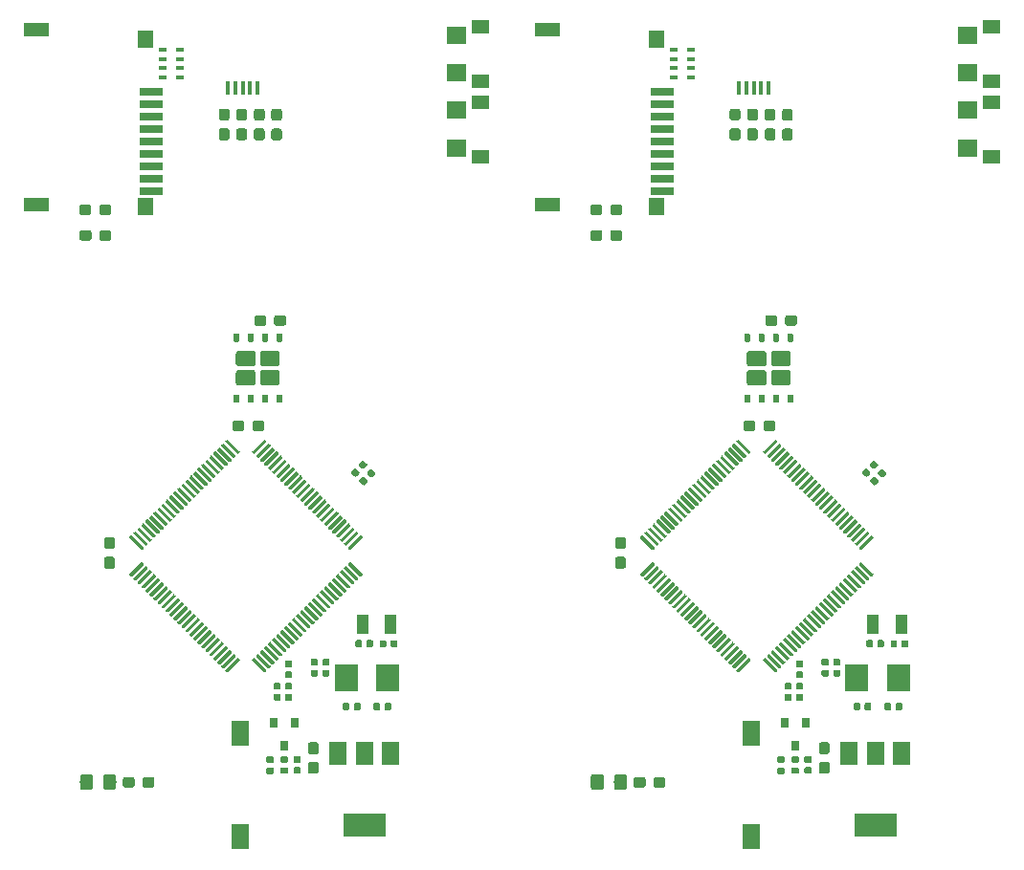
<source format=gbr>
G04 #@! TF.GenerationSoftware,KiCad,Pcbnew,(5.1.4)-1*
G04 #@! TF.CreationDate,2019-12-06T09:56:12+08:00*
G04 #@! TF.ProjectId,STM32F407VTE6-SOCKET_1x2,53544d33-3246-4343-9037-565445362d53,rev?*
G04 #@! TF.SameCoordinates,Original*
G04 #@! TF.FileFunction,Paste,Bot*
G04 #@! TF.FilePolarity,Positive*
%FSLAX46Y46*%
G04 Gerber Fmt 4.6, Leading zero omitted, Abs format (unit mm)*
G04 Created by KiCad (PCBNEW (5.1.4)-1) date 2019-12-06 09:56:12*
%MOMM*%
%LPD*%
G04 APERTURE LIST*
%ADD10C,0.100000*%
%ADD11C,0.590000*%
%ADD12C,0.950000*%
%ADD13R,0.450000X1.300000*%
%ADD14R,1.600000X2.180000*%
%ADD15R,2.200000X1.200000*%
%ADD16R,1.400000X1.600000*%
%ADD17R,2.000000X0.750000*%
%ADD18C,1.150000*%
%ADD19R,1.000000X1.800000*%
%ADD20R,1.500000X2.000000*%
%ADD21R,3.800000X2.000000*%
%ADD22C,0.300000*%
%ADD23R,1.500000X1.200000*%
%ADD24R,1.700000X1.500000*%
%ADD25R,0.800000X0.900000*%
%ADD26R,0.760000X0.430000*%
%ADD27C,0.500000*%
%ADD28C,1.370000*%
%ADD29R,2.000000X2.400000*%
G04 APERTURE END LIST*
D10*
G36*
X170446958Y-161985710D02*
G01*
X170461276Y-161987834D01*
X170475317Y-161991351D01*
X170488946Y-161996228D01*
X170502031Y-162002417D01*
X170514447Y-162009858D01*
X170526073Y-162018481D01*
X170536798Y-162028202D01*
X170546519Y-162038927D01*
X170555142Y-162050553D01*
X170562583Y-162062969D01*
X170568772Y-162076054D01*
X170573649Y-162089683D01*
X170577166Y-162103724D01*
X170579290Y-162118042D01*
X170580000Y-162132500D01*
X170580000Y-162427500D01*
X170579290Y-162441958D01*
X170577166Y-162456276D01*
X170573649Y-162470317D01*
X170568772Y-162483946D01*
X170562583Y-162497031D01*
X170555142Y-162509447D01*
X170546519Y-162521073D01*
X170536798Y-162531798D01*
X170526073Y-162541519D01*
X170514447Y-162550142D01*
X170502031Y-162557583D01*
X170488946Y-162563772D01*
X170475317Y-162568649D01*
X170461276Y-162572166D01*
X170446958Y-162574290D01*
X170432500Y-162575000D01*
X170087500Y-162575000D01*
X170073042Y-162574290D01*
X170058724Y-162572166D01*
X170044683Y-162568649D01*
X170031054Y-162563772D01*
X170017969Y-162557583D01*
X170005553Y-162550142D01*
X169993927Y-162541519D01*
X169983202Y-162531798D01*
X169973481Y-162521073D01*
X169964858Y-162509447D01*
X169957417Y-162497031D01*
X169951228Y-162483946D01*
X169946351Y-162470317D01*
X169942834Y-162456276D01*
X169940710Y-162441958D01*
X169940000Y-162427500D01*
X169940000Y-162132500D01*
X169940710Y-162118042D01*
X169942834Y-162103724D01*
X169946351Y-162089683D01*
X169951228Y-162076054D01*
X169957417Y-162062969D01*
X169964858Y-162050553D01*
X169973481Y-162038927D01*
X169983202Y-162028202D01*
X169993927Y-162018481D01*
X170005553Y-162009858D01*
X170017969Y-162002417D01*
X170031054Y-161996228D01*
X170044683Y-161991351D01*
X170058724Y-161987834D01*
X170073042Y-161985710D01*
X170087500Y-161985000D01*
X170432500Y-161985000D01*
X170446958Y-161985710D01*
X170446958Y-161985710D01*
G37*
D11*
X170260000Y-162280000D03*
D10*
G36*
X170446958Y-162955710D02*
G01*
X170461276Y-162957834D01*
X170475317Y-162961351D01*
X170488946Y-162966228D01*
X170502031Y-162972417D01*
X170514447Y-162979858D01*
X170526073Y-162988481D01*
X170536798Y-162998202D01*
X170546519Y-163008927D01*
X170555142Y-163020553D01*
X170562583Y-163032969D01*
X170568772Y-163046054D01*
X170573649Y-163059683D01*
X170577166Y-163073724D01*
X170579290Y-163088042D01*
X170580000Y-163102500D01*
X170580000Y-163397500D01*
X170579290Y-163411958D01*
X170577166Y-163426276D01*
X170573649Y-163440317D01*
X170568772Y-163453946D01*
X170562583Y-163467031D01*
X170555142Y-163479447D01*
X170546519Y-163491073D01*
X170536798Y-163501798D01*
X170526073Y-163511519D01*
X170514447Y-163520142D01*
X170502031Y-163527583D01*
X170488946Y-163533772D01*
X170475317Y-163538649D01*
X170461276Y-163542166D01*
X170446958Y-163544290D01*
X170432500Y-163545000D01*
X170087500Y-163545000D01*
X170073042Y-163544290D01*
X170058724Y-163542166D01*
X170044683Y-163538649D01*
X170031054Y-163533772D01*
X170017969Y-163527583D01*
X170005553Y-163520142D01*
X169993927Y-163511519D01*
X169983202Y-163501798D01*
X169973481Y-163491073D01*
X169964858Y-163479447D01*
X169957417Y-163467031D01*
X169951228Y-163453946D01*
X169946351Y-163440317D01*
X169942834Y-163426276D01*
X169940710Y-163411958D01*
X169940000Y-163397500D01*
X169940000Y-163102500D01*
X169940710Y-163088042D01*
X169942834Y-163073724D01*
X169946351Y-163059683D01*
X169951228Y-163046054D01*
X169957417Y-163032969D01*
X169964858Y-163020553D01*
X169973481Y-163008927D01*
X169983202Y-162998202D01*
X169993927Y-162988481D01*
X170005553Y-162979858D01*
X170017969Y-162972417D01*
X170031054Y-162966228D01*
X170044683Y-162961351D01*
X170058724Y-162957834D01*
X170073042Y-162955710D01*
X170087500Y-162955000D01*
X170432500Y-162955000D01*
X170446958Y-162955710D01*
X170446958Y-162955710D01*
G37*
D11*
X170260000Y-163250000D03*
D10*
G36*
X154240779Y-113096144D02*
G01*
X154263834Y-113099563D01*
X154286443Y-113105227D01*
X154308387Y-113113079D01*
X154329457Y-113123044D01*
X154349448Y-113135026D01*
X154368168Y-113148910D01*
X154385438Y-113164562D01*
X154401090Y-113181832D01*
X154414974Y-113200552D01*
X154426956Y-113220543D01*
X154436921Y-113241613D01*
X154444773Y-113263557D01*
X154450437Y-113286166D01*
X154453856Y-113309221D01*
X154455000Y-113332500D01*
X154455000Y-113807500D01*
X154453856Y-113830779D01*
X154450437Y-113853834D01*
X154444773Y-113876443D01*
X154436921Y-113898387D01*
X154426956Y-113919457D01*
X154414974Y-113939448D01*
X154401090Y-113958168D01*
X154385438Y-113975438D01*
X154368168Y-113991090D01*
X154349448Y-114004974D01*
X154329457Y-114016956D01*
X154308387Y-114026921D01*
X154286443Y-114034773D01*
X154263834Y-114040437D01*
X154240779Y-114043856D01*
X154217500Y-114045000D01*
X153642500Y-114045000D01*
X153619221Y-114043856D01*
X153596166Y-114040437D01*
X153573557Y-114034773D01*
X153551613Y-114026921D01*
X153530543Y-114016956D01*
X153510552Y-114004974D01*
X153491832Y-113991090D01*
X153474562Y-113975438D01*
X153458910Y-113958168D01*
X153445026Y-113939448D01*
X153433044Y-113919457D01*
X153423079Y-113898387D01*
X153415227Y-113876443D01*
X153409563Y-113853834D01*
X153406144Y-113830779D01*
X153405000Y-113807500D01*
X153405000Y-113332500D01*
X153406144Y-113309221D01*
X153409563Y-113286166D01*
X153415227Y-113263557D01*
X153423079Y-113241613D01*
X153433044Y-113220543D01*
X153445026Y-113200552D01*
X153458910Y-113181832D01*
X153474562Y-113164562D01*
X153491832Y-113148910D01*
X153510552Y-113135026D01*
X153530543Y-113123044D01*
X153551613Y-113113079D01*
X153573557Y-113105227D01*
X153596166Y-113099563D01*
X153619221Y-113096144D01*
X153642500Y-113095000D01*
X154217500Y-113095000D01*
X154240779Y-113096144D01*
X154240779Y-113096144D01*
G37*
D12*
X153930000Y-113570000D03*
D10*
G36*
X155990779Y-113096144D02*
G01*
X156013834Y-113099563D01*
X156036443Y-113105227D01*
X156058387Y-113113079D01*
X156079457Y-113123044D01*
X156099448Y-113135026D01*
X156118168Y-113148910D01*
X156135438Y-113164562D01*
X156151090Y-113181832D01*
X156164974Y-113200552D01*
X156176956Y-113220543D01*
X156186921Y-113241613D01*
X156194773Y-113263557D01*
X156200437Y-113286166D01*
X156203856Y-113309221D01*
X156205000Y-113332500D01*
X156205000Y-113807500D01*
X156203856Y-113830779D01*
X156200437Y-113853834D01*
X156194773Y-113876443D01*
X156186921Y-113898387D01*
X156176956Y-113919457D01*
X156164974Y-113939448D01*
X156151090Y-113958168D01*
X156135438Y-113975438D01*
X156118168Y-113991090D01*
X156099448Y-114004974D01*
X156079457Y-114016956D01*
X156058387Y-114026921D01*
X156036443Y-114034773D01*
X156013834Y-114040437D01*
X155990779Y-114043856D01*
X155967500Y-114045000D01*
X155392500Y-114045000D01*
X155369221Y-114043856D01*
X155346166Y-114040437D01*
X155323557Y-114034773D01*
X155301613Y-114026921D01*
X155280543Y-114016956D01*
X155260552Y-114004974D01*
X155241832Y-113991090D01*
X155224562Y-113975438D01*
X155208910Y-113958168D01*
X155195026Y-113939448D01*
X155183044Y-113919457D01*
X155173079Y-113898387D01*
X155165227Y-113876443D01*
X155159563Y-113853834D01*
X155156144Y-113830779D01*
X155155000Y-113807500D01*
X155155000Y-113332500D01*
X155156144Y-113309221D01*
X155159563Y-113286166D01*
X155165227Y-113263557D01*
X155173079Y-113241613D01*
X155183044Y-113220543D01*
X155195026Y-113200552D01*
X155208910Y-113181832D01*
X155224562Y-113164562D01*
X155241832Y-113148910D01*
X155260552Y-113135026D01*
X155280543Y-113123044D01*
X155301613Y-113113079D01*
X155323557Y-113105227D01*
X155346166Y-113099563D01*
X155369221Y-113096144D01*
X155392500Y-113095000D01*
X155967500Y-113095000D01*
X155990779Y-113096144D01*
X155990779Y-113096144D01*
G37*
D12*
X155680000Y-113570000D03*
D10*
G36*
X158070779Y-163806144D02*
G01*
X158093834Y-163809563D01*
X158116443Y-163815227D01*
X158138387Y-163823079D01*
X158159457Y-163833044D01*
X158179448Y-163845026D01*
X158198168Y-163858910D01*
X158215438Y-163874562D01*
X158231090Y-163891832D01*
X158244974Y-163910552D01*
X158256956Y-163930543D01*
X158266921Y-163951613D01*
X158274773Y-163973557D01*
X158280437Y-163996166D01*
X158283856Y-164019221D01*
X158285000Y-164042500D01*
X158285000Y-164517500D01*
X158283856Y-164540779D01*
X158280437Y-164563834D01*
X158274773Y-164586443D01*
X158266921Y-164608387D01*
X158256956Y-164629457D01*
X158244974Y-164649448D01*
X158231090Y-164668168D01*
X158215438Y-164685438D01*
X158198168Y-164701090D01*
X158179448Y-164714974D01*
X158159457Y-164726956D01*
X158138387Y-164736921D01*
X158116443Y-164744773D01*
X158093834Y-164750437D01*
X158070779Y-164753856D01*
X158047500Y-164755000D01*
X157472500Y-164755000D01*
X157449221Y-164753856D01*
X157426166Y-164750437D01*
X157403557Y-164744773D01*
X157381613Y-164736921D01*
X157360543Y-164726956D01*
X157340552Y-164714974D01*
X157321832Y-164701090D01*
X157304562Y-164685438D01*
X157288910Y-164668168D01*
X157275026Y-164649448D01*
X157263044Y-164629457D01*
X157253079Y-164608387D01*
X157245227Y-164586443D01*
X157239563Y-164563834D01*
X157236144Y-164540779D01*
X157235000Y-164517500D01*
X157235000Y-164042500D01*
X157236144Y-164019221D01*
X157239563Y-163996166D01*
X157245227Y-163973557D01*
X157253079Y-163951613D01*
X157263044Y-163930543D01*
X157275026Y-163910552D01*
X157288910Y-163891832D01*
X157304562Y-163874562D01*
X157321832Y-163858910D01*
X157340552Y-163845026D01*
X157360543Y-163833044D01*
X157381613Y-163823079D01*
X157403557Y-163815227D01*
X157426166Y-163809563D01*
X157449221Y-163806144D01*
X157472500Y-163805000D01*
X158047500Y-163805000D01*
X158070779Y-163806144D01*
X158070779Y-163806144D01*
G37*
D12*
X157760000Y-164280000D03*
D10*
G36*
X159820779Y-163806144D02*
G01*
X159843834Y-163809563D01*
X159866443Y-163815227D01*
X159888387Y-163823079D01*
X159909457Y-163833044D01*
X159929448Y-163845026D01*
X159948168Y-163858910D01*
X159965438Y-163874562D01*
X159981090Y-163891832D01*
X159994974Y-163910552D01*
X160006956Y-163930543D01*
X160016921Y-163951613D01*
X160024773Y-163973557D01*
X160030437Y-163996166D01*
X160033856Y-164019221D01*
X160035000Y-164042500D01*
X160035000Y-164517500D01*
X160033856Y-164540779D01*
X160030437Y-164563834D01*
X160024773Y-164586443D01*
X160016921Y-164608387D01*
X160006956Y-164629457D01*
X159994974Y-164649448D01*
X159981090Y-164668168D01*
X159965438Y-164685438D01*
X159948168Y-164701090D01*
X159929448Y-164714974D01*
X159909457Y-164726956D01*
X159888387Y-164736921D01*
X159866443Y-164744773D01*
X159843834Y-164750437D01*
X159820779Y-164753856D01*
X159797500Y-164755000D01*
X159222500Y-164755000D01*
X159199221Y-164753856D01*
X159176166Y-164750437D01*
X159153557Y-164744773D01*
X159131613Y-164736921D01*
X159110543Y-164726956D01*
X159090552Y-164714974D01*
X159071832Y-164701090D01*
X159054562Y-164685438D01*
X159038910Y-164668168D01*
X159025026Y-164649448D01*
X159013044Y-164629457D01*
X159003079Y-164608387D01*
X158995227Y-164586443D01*
X158989563Y-164563834D01*
X158986144Y-164540779D01*
X158985000Y-164517500D01*
X158985000Y-164042500D01*
X158986144Y-164019221D01*
X158989563Y-163996166D01*
X158995227Y-163973557D01*
X159003079Y-163951613D01*
X159013044Y-163930543D01*
X159025026Y-163910552D01*
X159038910Y-163891832D01*
X159054562Y-163874562D01*
X159071832Y-163858910D01*
X159090552Y-163845026D01*
X159110543Y-163833044D01*
X159131613Y-163823079D01*
X159153557Y-163815227D01*
X159176166Y-163809563D01*
X159199221Y-163806144D01*
X159222500Y-163805000D01*
X159797500Y-163805000D01*
X159820779Y-163806144D01*
X159820779Y-163806144D01*
G37*
D12*
X159510000Y-164280000D03*
D10*
G36*
X171086958Y-156455710D02*
G01*
X171101276Y-156457834D01*
X171115317Y-156461351D01*
X171128946Y-156466228D01*
X171142031Y-156472417D01*
X171154447Y-156479858D01*
X171166073Y-156488481D01*
X171176798Y-156498202D01*
X171186519Y-156508927D01*
X171195142Y-156520553D01*
X171202583Y-156532969D01*
X171208772Y-156546054D01*
X171213649Y-156559683D01*
X171217166Y-156573724D01*
X171219290Y-156588042D01*
X171220000Y-156602500D01*
X171220000Y-156897500D01*
X171219290Y-156911958D01*
X171217166Y-156926276D01*
X171213649Y-156940317D01*
X171208772Y-156953946D01*
X171202583Y-156967031D01*
X171195142Y-156979447D01*
X171186519Y-156991073D01*
X171176798Y-157001798D01*
X171166073Y-157011519D01*
X171154447Y-157020142D01*
X171142031Y-157027583D01*
X171128946Y-157033772D01*
X171115317Y-157038649D01*
X171101276Y-157042166D01*
X171086958Y-157044290D01*
X171072500Y-157045000D01*
X170727500Y-157045000D01*
X170713042Y-157044290D01*
X170698724Y-157042166D01*
X170684683Y-157038649D01*
X170671054Y-157033772D01*
X170657969Y-157027583D01*
X170645553Y-157020142D01*
X170633927Y-157011519D01*
X170623202Y-157001798D01*
X170613481Y-156991073D01*
X170604858Y-156979447D01*
X170597417Y-156967031D01*
X170591228Y-156953946D01*
X170586351Y-156940317D01*
X170582834Y-156926276D01*
X170580710Y-156911958D01*
X170580000Y-156897500D01*
X170580000Y-156602500D01*
X170580710Y-156588042D01*
X170582834Y-156573724D01*
X170586351Y-156559683D01*
X170591228Y-156546054D01*
X170597417Y-156532969D01*
X170604858Y-156520553D01*
X170613481Y-156508927D01*
X170623202Y-156498202D01*
X170633927Y-156488481D01*
X170645553Y-156479858D01*
X170657969Y-156472417D01*
X170671054Y-156466228D01*
X170684683Y-156461351D01*
X170698724Y-156457834D01*
X170713042Y-156455710D01*
X170727500Y-156455000D01*
X171072500Y-156455000D01*
X171086958Y-156455710D01*
X171086958Y-156455710D01*
G37*
D11*
X170900000Y-156750000D03*
D10*
G36*
X171086958Y-155485710D02*
G01*
X171101276Y-155487834D01*
X171115317Y-155491351D01*
X171128946Y-155496228D01*
X171142031Y-155502417D01*
X171154447Y-155509858D01*
X171166073Y-155518481D01*
X171176798Y-155528202D01*
X171186519Y-155538927D01*
X171195142Y-155550553D01*
X171202583Y-155562969D01*
X171208772Y-155576054D01*
X171213649Y-155589683D01*
X171217166Y-155603724D01*
X171219290Y-155618042D01*
X171220000Y-155632500D01*
X171220000Y-155927500D01*
X171219290Y-155941958D01*
X171217166Y-155956276D01*
X171213649Y-155970317D01*
X171208772Y-155983946D01*
X171202583Y-155997031D01*
X171195142Y-156009447D01*
X171186519Y-156021073D01*
X171176798Y-156031798D01*
X171166073Y-156041519D01*
X171154447Y-156050142D01*
X171142031Y-156057583D01*
X171128946Y-156063772D01*
X171115317Y-156068649D01*
X171101276Y-156072166D01*
X171086958Y-156074290D01*
X171072500Y-156075000D01*
X170727500Y-156075000D01*
X170713042Y-156074290D01*
X170698724Y-156072166D01*
X170684683Y-156068649D01*
X170671054Y-156063772D01*
X170657969Y-156057583D01*
X170645553Y-156050142D01*
X170633927Y-156041519D01*
X170623202Y-156031798D01*
X170613481Y-156021073D01*
X170604858Y-156009447D01*
X170597417Y-155997031D01*
X170591228Y-155983946D01*
X170586351Y-155970317D01*
X170582834Y-155956276D01*
X170580710Y-155941958D01*
X170580000Y-155927500D01*
X170580000Y-155632500D01*
X170580710Y-155618042D01*
X170582834Y-155603724D01*
X170586351Y-155589683D01*
X170591228Y-155576054D01*
X170597417Y-155562969D01*
X170604858Y-155550553D01*
X170613481Y-155538927D01*
X170623202Y-155528202D01*
X170633927Y-155518481D01*
X170645553Y-155509858D01*
X170657969Y-155502417D01*
X170671054Y-155496228D01*
X170684683Y-155491351D01*
X170698724Y-155487834D01*
X170713042Y-155485710D01*
X170727500Y-155485000D01*
X171072500Y-155485000D01*
X171086958Y-155485710D01*
X171086958Y-155485710D01*
G37*
D11*
X170900000Y-155780000D03*
D10*
G36*
X172096958Y-155485710D02*
G01*
X172111276Y-155487834D01*
X172125317Y-155491351D01*
X172138946Y-155496228D01*
X172152031Y-155502417D01*
X172164447Y-155509858D01*
X172176073Y-155518481D01*
X172186798Y-155528202D01*
X172196519Y-155538927D01*
X172205142Y-155550553D01*
X172212583Y-155562969D01*
X172218772Y-155576054D01*
X172223649Y-155589683D01*
X172227166Y-155603724D01*
X172229290Y-155618042D01*
X172230000Y-155632500D01*
X172230000Y-155927500D01*
X172229290Y-155941958D01*
X172227166Y-155956276D01*
X172223649Y-155970317D01*
X172218772Y-155983946D01*
X172212583Y-155997031D01*
X172205142Y-156009447D01*
X172196519Y-156021073D01*
X172186798Y-156031798D01*
X172176073Y-156041519D01*
X172164447Y-156050142D01*
X172152031Y-156057583D01*
X172138946Y-156063772D01*
X172125317Y-156068649D01*
X172111276Y-156072166D01*
X172096958Y-156074290D01*
X172082500Y-156075000D01*
X171737500Y-156075000D01*
X171723042Y-156074290D01*
X171708724Y-156072166D01*
X171694683Y-156068649D01*
X171681054Y-156063772D01*
X171667969Y-156057583D01*
X171655553Y-156050142D01*
X171643927Y-156041519D01*
X171633202Y-156031798D01*
X171623481Y-156021073D01*
X171614858Y-156009447D01*
X171607417Y-155997031D01*
X171601228Y-155983946D01*
X171596351Y-155970317D01*
X171592834Y-155956276D01*
X171590710Y-155941958D01*
X171590000Y-155927500D01*
X171590000Y-155632500D01*
X171590710Y-155618042D01*
X171592834Y-155603724D01*
X171596351Y-155589683D01*
X171601228Y-155576054D01*
X171607417Y-155562969D01*
X171614858Y-155550553D01*
X171623481Y-155538927D01*
X171633202Y-155528202D01*
X171643927Y-155518481D01*
X171655553Y-155509858D01*
X171667969Y-155502417D01*
X171681054Y-155496228D01*
X171694683Y-155491351D01*
X171708724Y-155487834D01*
X171723042Y-155485710D01*
X171737500Y-155485000D01*
X172082500Y-155485000D01*
X172096958Y-155485710D01*
X172096958Y-155485710D01*
G37*
D11*
X171910000Y-155780000D03*
D10*
G36*
X172096958Y-156455710D02*
G01*
X172111276Y-156457834D01*
X172125317Y-156461351D01*
X172138946Y-156466228D01*
X172152031Y-156472417D01*
X172164447Y-156479858D01*
X172176073Y-156488481D01*
X172186798Y-156498202D01*
X172196519Y-156508927D01*
X172205142Y-156520553D01*
X172212583Y-156532969D01*
X172218772Y-156546054D01*
X172223649Y-156559683D01*
X172227166Y-156573724D01*
X172229290Y-156588042D01*
X172230000Y-156602500D01*
X172230000Y-156897500D01*
X172229290Y-156911958D01*
X172227166Y-156926276D01*
X172223649Y-156940317D01*
X172218772Y-156953946D01*
X172212583Y-156967031D01*
X172205142Y-156979447D01*
X172196519Y-156991073D01*
X172186798Y-157001798D01*
X172176073Y-157011519D01*
X172164447Y-157020142D01*
X172152031Y-157027583D01*
X172138946Y-157033772D01*
X172125317Y-157038649D01*
X172111276Y-157042166D01*
X172096958Y-157044290D01*
X172082500Y-157045000D01*
X171737500Y-157045000D01*
X171723042Y-157044290D01*
X171708724Y-157042166D01*
X171694683Y-157038649D01*
X171681054Y-157033772D01*
X171667969Y-157027583D01*
X171655553Y-157020142D01*
X171643927Y-157011519D01*
X171633202Y-157001798D01*
X171623481Y-156991073D01*
X171614858Y-156979447D01*
X171607417Y-156967031D01*
X171601228Y-156953946D01*
X171596351Y-156940317D01*
X171592834Y-156926276D01*
X171590710Y-156911958D01*
X171590000Y-156897500D01*
X171590000Y-156602500D01*
X171590710Y-156588042D01*
X171592834Y-156573724D01*
X171596351Y-156559683D01*
X171601228Y-156546054D01*
X171607417Y-156532969D01*
X171614858Y-156520553D01*
X171623481Y-156508927D01*
X171633202Y-156498202D01*
X171643927Y-156488481D01*
X171655553Y-156479858D01*
X171667969Y-156472417D01*
X171681054Y-156466228D01*
X171694683Y-156461351D01*
X171708724Y-156457834D01*
X171723042Y-156455710D01*
X171737500Y-156455000D01*
X172082500Y-156455000D01*
X172096958Y-156455710D01*
X172096958Y-156455710D01*
G37*
D11*
X171910000Y-156750000D03*
D10*
G36*
X171706958Y-162945710D02*
G01*
X171721276Y-162947834D01*
X171735317Y-162951351D01*
X171748946Y-162956228D01*
X171762031Y-162962417D01*
X171774447Y-162969858D01*
X171786073Y-162978481D01*
X171796798Y-162988202D01*
X171806519Y-162998927D01*
X171815142Y-163010553D01*
X171822583Y-163022969D01*
X171828772Y-163036054D01*
X171833649Y-163049683D01*
X171837166Y-163063724D01*
X171839290Y-163078042D01*
X171840000Y-163092500D01*
X171840000Y-163387500D01*
X171839290Y-163401958D01*
X171837166Y-163416276D01*
X171833649Y-163430317D01*
X171828772Y-163443946D01*
X171822583Y-163457031D01*
X171815142Y-163469447D01*
X171806519Y-163481073D01*
X171796798Y-163491798D01*
X171786073Y-163501519D01*
X171774447Y-163510142D01*
X171762031Y-163517583D01*
X171748946Y-163523772D01*
X171735317Y-163528649D01*
X171721276Y-163532166D01*
X171706958Y-163534290D01*
X171692500Y-163535000D01*
X171347500Y-163535000D01*
X171333042Y-163534290D01*
X171318724Y-163532166D01*
X171304683Y-163528649D01*
X171291054Y-163523772D01*
X171277969Y-163517583D01*
X171265553Y-163510142D01*
X171253927Y-163501519D01*
X171243202Y-163491798D01*
X171233481Y-163481073D01*
X171224858Y-163469447D01*
X171217417Y-163457031D01*
X171211228Y-163443946D01*
X171206351Y-163430317D01*
X171202834Y-163416276D01*
X171200710Y-163401958D01*
X171200000Y-163387500D01*
X171200000Y-163092500D01*
X171200710Y-163078042D01*
X171202834Y-163063724D01*
X171206351Y-163049683D01*
X171211228Y-163036054D01*
X171217417Y-163022969D01*
X171224858Y-163010553D01*
X171233481Y-162998927D01*
X171243202Y-162988202D01*
X171253927Y-162978481D01*
X171265553Y-162969858D01*
X171277969Y-162962417D01*
X171291054Y-162956228D01*
X171304683Y-162951351D01*
X171318724Y-162947834D01*
X171333042Y-162945710D01*
X171347500Y-162945000D01*
X171692500Y-162945000D01*
X171706958Y-162945710D01*
X171706958Y-162945710D01*
G37*
D11*
X171520000Y-163240000D03*
D10*
G36*
X171706958Y-161975710D02*
G01*
X171721276Y-161977834D01*
X171735317Y-161981351D01*
X171748946Y-161986228D01*
X171762031Y-161992417D01*
X171774447Y-161999858D01*
X171786073Y-162008481D01*
X171796798Y-162018202D01*
X171806519Y-162028927D01*
X171815142Y-162040553D01*
X171822583Y-162052969D01*
X171828772Y-162066054D01*
X171833649Y-162079683D01*
X171837166Y-162093724D01*
X171839290Y-162108042D01*
X171840000Y-162122500D01*
X171840000Y-162417500D01*
X171839290Y-162431958D01*
X171837166Y-162446276D01*
X171833649Y-162460317D01*
X171828772Y-162473946D01*
X171822583Y-162487031D01*
X171815142Y-162499447D01*
X171806519Y-162511073D01*
X171796798Y-162521798D01*
X171786073Y-162531519D01*
X171774447Y-162540142D01*
X171762031Y-162547583D01*
X171748946Y-162553772D01*
X171735317Y-162558649D01*
X171721276Y-162562166D01*
X171706958Y-162564290D01*
X171692500Y-162565000D01*
X171347500Y-162565000D01*
X171333042Y-162564290D01*
X171318724Y-162562166D01*
X171304683Y-162558649D01*
X171291054Y-162553772D01*
X171277969Y-162547583D01*
X171265553Y-162540142D01*
X171253927Y-162531519D01*
X171243202Y-162521798D01*
X171233481Y-162511073D01*
X171224858Y-162499447D01*
X171217417Y-162487031D01*
X171211228Y-162473946D01*
X171206351Y-162460317D01*
X171202834Y-162446276D01*
X171200710Y-162431958D01*
X171200000Y-162417500D01*
X171200000Y-162122500D01*
X171200710Y-162108042D01*
X171202834Y-162093724D01*
X171206351Y-162079683D01*
X171211228Y-162066054D01*
X171217417Y-162052969D01*
X171224858Y-162040553D01*
X171233481Y-162028927D01*
X171243202Y-162018202D01*
X171253927Y-162008481D01*
X171265553Y-161999858D01*
X171277969Y-161992417D01*
X171291054Y-161986228D01*
X171304683Y-161981351D01*
X171318724Y-161977834D01*
X171333042Y-161975710D01*
X171347500Y-161975000D01*
X171692500Y-161975000D01*
X171706958Y-161975710D01*
X171706958Y-161975710D01*
G37*
D11*
X171520000Y-162270000D03*
D10*
G36*
X172836958Y-161965710D02*
G01*
X172851276Y-161967834D01*
X172865317Y-161971351D01*
X172878946Y-161976228D01*
X172892031Y-161982417D01*
X172904447Y-161989858D01*
X172916073Y-161998481D01*
X172926798Y-162008202D01*
X172936519Y-162018927D01*
X172945142Y-162030553D01*
X172952583Y-162042969D01*
X172958772Y-162056054D01*
X172963649Y-162069683D01*
X172967166Y-162083724D01*
X172969290Y-162098042D01*
X172970000Y-162112500D01*
X172970000Y-162407500D01*
X172969290Y-162421958D01*
X172967166Y-162436276D01*
X172963649Y-162450317D01*
X172958772Y-162463946D01*
X172952583Y-162477031D01*
X172945142Y-162489447D01*
X172936519Y-162501073D01*
X172926798Y-162511798D01*
X172916073Y-162521519D01*
X172904447Y-162530142D01*
X172892031Y-162537583D01*
X172878946Y-162543772D01*
X172865317Y-162548649D01*
X172851276Y-162552166D01*
X172836958Y-162554290D01*
X172822500Y-162555000D01*
X172477500Y-162555000D01*
X172463042Y-162554290D01*
X172448724Y-162552166D01*
X172434683Y-162548649D01*
X172421054Y-162543772D01*
X172407969Y-162537583D01*
X172395553Y-162530142D01*
X172383927Y-162521519D01*
X172373202Y-162511798D01*
X172363481Y-162501073D01*
X172354858Y-162489447D01*
X172347417Y-162477031D01*
X172341228Y-162463946D01*
X172336351Y-162450317D01*
X172332834Y-162436276D01*
X172330710Y-162421958D01*
X172330000Y-162407500D01*
X172330000Y-162112500D01*
X172330710Y-162098042D01*
X172332834Y-162083724D01*
X172336351Y-162069683D01*
X172341228Y-162056054D01*
X172347417Y-162042969D01*
X172354858Y-162030553D01*
X172363481Y-162018927D01*
X172373202Y-162008202D01*
X172383927Y-161998481D01*
X172395553Y-161989858D01*
X172407969Y-161982417D01*
X172421054Y-161976228D01*
X172434683Y-161971351D01*
X172448724Y-161967834D01*
X172463042Y-161965710D01*
X172477500Y-161965000D01*
X172822500Y-161965000D01*
X172836958Y-161965710D01*
X172836958Y-161965710D01*
G37*
D11*
X172650000Y-162260000D03*
D10*
G36*
X172836958Y-162935710D02*
G01*
X172851276Y-162937834D01*
X172865317Y-162941351D01*
X172878946Y-162946228D01*
X172892031Y-162952417D01*
X172904447Y-162959858D01*
X172916073Y-162968481D01*
X172926798Y-162978202D01*
X172936519Y-162988927D01*
X172945142Y-163000553D01*
X172952583Y-163012969D01*
X172958772Y-163026054D01*
X172963649Y-163039683D01*
X172967166Y-163053724D01*
X172969290Y-163068042D01*
X172970000Y-163082500D01*
X172970000Y-163377500D01*
X172969290Y-163391958D01*
X172967166Y-163406276D01*
X172963649Y-163420317D01*
X172958772Y-163433946D01*
X172952583Y-163447031D01*
X172945142Y-163459447D01*
X172936519Y-163471073D01*
X172926798Y-163481798D01*
X172916073Y-163491519D01*
X172904447Y-163500142D01*
X172892031Y-163507583D01*
X172878946Y-163513772D01*
X172865317Y-163518649D01*
X172851276Y-163522166D01*
X172836958Y-163524290D01*
X172822500Y-163525000D01*
X172477500Y-163525000D01*
X172463042Y-163524290D01*
X172448724Y-163522166D01*
X172434683Y-163518649D01*
X172421054Y-163513772D01*
X172407969Y-163507583D01*
X172395553Y-163500142D01*
X172383927Y-163491519D01*
X172373202Y-163481798D01*
X172363481Y-163471073D01*
X172354858Y-163459447D01*
X172347417Y-163447031D01*
X172341228Y-163433946D01*
X172336351Y-163420317D01*
X172332834Y-163406276D01*
X172330710Y-163391958D01*
X172330000Y-163377500D01*
X172330000Y-163082500D01*
X172330710Y-163068042D01*
X172332834Y-163053724D01*
X172336351Y-163039683D01*
X172341228Y-163026054D01*
X172347417Y-163012969D01*
X172354858Y-163000553D01*
X172363481Y-162988927D01*
X172373202Y-162978202D01*
X172383927Y-162968481D01*
X172395553Y-162959858D01*
X172407969Y-162952417D01*
X172421054Y-162946228D01*
X172434683Y-162941351D01*
X172448724Y-162937834D01*
X172463042Y-162935710D01*
X172477500Y-162935000D01*
X172822500Y-162935000D01*
X172836958Y-162935710D01*
X172836958Y-162935710D01*
G37*
D11*
X172650000Y-163230000D03*
D13*
X169160000Y-102770000D03*
X168510000Y-102770000D03*
X167860000Y-102770000D03*
X167210000Y-102770000D03*
X166560000Y-102770000D03*
D14*
X167620000Y-159940000D03*
X167620000Y-169120000D03*
D10*
G36*
X179212674Y-136541042D02*
G01*
X179226992Y-136543166D01*
X179241033Y-136546683D01*
X179254662Y-136551560D01*
X179267747Y-136557749D01*
X179280163Y-136565190D01*
X179291789Y-136573813D01*
X179302514Y-136583534D01*
X179546466Y-136827486D01*
X179556187Y-136838211D01*
X179564810Y-136849837D01*
X179572251Y-136862253D01*
X179578440Y-136875338D01*
X179583317Y-136888967D01*
X179586834Y-136903008D01*
X179588958Y-136917326D01*
X179589668Y-136931784D01*
X179588958Y-136946242D01*
X179586834Y-136960560D01*
X179583317Y-136974601D01*
X179578440Y-136988230D01*
X179572251Y-137001315D01*
X179564810Y-137013731D01*
X179556187Y-137025357D01*
X179546466Y-137036082D01*
X179337870Y-137244678D01*
X179327145Y-137254399D01*
X179315519Y-137263022D01*
X179303103Y-137270463D01*
X179290018Y-137276652D01*
X179276389Y-137281529D01*
X179262348Y-137285046D01*
X179248030Y-137287170D01*
X179233572Y-137287880D01*
X179219114Y-137287170D01*
X179204796Y-137285046D01*
X179190755Y-137281529D01*
X179177126Y-137276652D01*
X179164041Y-137270463D01*
X179151625Y-137263022D01*
X179139999Y-137254399D01*
X179129274Y-137244678D01*
X178885322Y-137000726D01*
X178875601Y-136990001D01*
X178866978Y-136978375D01*
X178859537Y-136965959D01*
X178853348Y-136952874D01*
X178848471Y-136939245D01*
X178844954Y-136925204D01*
X178842830Y-136910886D01*
X178842120Y-136896428D01*
X178842830Y-136881970D01*
X178844954Y-136867652D01*
X178848471Y-136853611D01*
X178853348Y-136839982D01*
X178859537Y-136826897D01*
X178866978Y-136814481D01*
X178875601Y-136802855D01*
X178885322Y-136792130D01*
X179093918Y-136583534D01*
X179104643Y-136573813D01*
X179116269Y-136565190D01*
X179128685Y-136557749D01*
X179141770Y-136551560D01*
X179155399Y-136546683D01*
X179169440Y-136543166D01*
X179183758Y-136541042D01*
X179198216Y-136540332D01*
X179212674Y-136541042D01*
X179212674Y-136541042D01*
G37*
D11*
X179215894Y-136914106D03*
D10*
G36*
X178526780Y-137226936D02*
G01*
X178541098Y-137229060D01*
X178555139Y-137232577D01*
X178568768Y-137237454D01*
X178581853Y-137243643D01*
X178594269Y-137251084D01*
X178605895Y-137259707D01*
X178616620Y-137269428D01*
X178860572Y-137513380D01*
X178870293Y-137524105D01*
X178878916Y-137535731D01*
X178886357Y-137548147D01*
X178892546Y-137561232D01*
X178897423Y-137574861D01*
X178900940Y-137588902D01*
X178903064Y-137603220D01*
X178903774Y-137617678D01*
X178903064Y-137632136D01*
X178900940Y-137646454D01*
X178897423Y-137660495D01*
X178892546Y-137674124D01*
X178886357Y-137687209D01*
X178878916Y-137699625D01*
X178870293Y-137711251D01*
X178860572Y-137721976D01*
X178651976Y-137930572D01*
X178641251Y-137940293D01*
X178629625Y-137948916D01*
X178617209Y-137956357D01*
X178604124Y-137962546D01*
X178590495Y-137967423D01*
X178576454Y-137970940D01*
X178562136Y-137973064D01*
X178547678Y-137973774D01*
X178533220Y-137973064D01*
X178518902Y-137970940D01*
X178504861Y-137967423D01*
X178491232Y-137962546D01*
X178478147Y-137956357D01*
X178465731Y-137948916D01*
X178454105Y-137940293D01*
X178443380Y-137930572D01*
X178199428Y-137686620D01*
X178189707Y-137675895D01*
X178181084Y-137664269D01*
X178173643Y-137651853D01*
X178167454Y-137638768D01*
X178162577Y-137625139D01*
X178159060Y-137611098D01*
X178156936Y-137596780D01*
X178156226Y-137582322D01*
X178156936Y-137567864D01*
X178159060Y-137553546D01*
X178162577Y-137539505D01*
X178167454Y-137525876D01*
X178173643Y-137512791D01*
X178181084Y-137500375D01*
X178189707Y-137488749D01*
X178199428Y-137478024D01*
X178408024Y-137269428D01*
X178418749Y-137259707D01*
X178430375Y-137251084D01*
X178442791Y-137243643D01*
X178455876Y-137237454D01*
X178469505Y-137232577D01*
X178483546Y-137229060D01*
X178497864Y-137226936D01*
X178512322Y-137226226D01*
X178526780Y-137226936D01*
X178526780Y-137226936D01*
G37*
D11*
X178530000Y-137600000D03*
D10*
G36*
X172086958Y-153505710D02*
G01*
X172101276Y-153507834D01*
X172115317Y-153511351D01*
X172128946Y-153516228D01*
X172142031Y-153522417D01*
X172154447Y-153529858D01*
X172166073Y-153538481D01*
X172176798Y-153548202D01*
X172186519Y-153558927D01*
X172195142Y-153570553D01*
X172202583Y-153582969D01*
X172208772Y-153596054D01*
X172213649Y-153609683D01*
X172217166Y-153623724D01*
X172219290Y-153638042D01*
X172220000Y-153652500D01*
X172220000Y-153947500D01*
X172219290Y-153961958D01*
X172217166Y-153976276D01*
X172213649Y-153990317D01*
X172208772Y-154003946D01*
X172202583Y-154017031D01*
X172195142Y-154029447D01*
X172186519Y-154041073D01*
X172176798Y-154051798D01*
X172166073Y-154061519D01*
X172154447Y-154070142D01*
X172142031Y-154077583D01*
X172128946Y-154083772D01*
X172115317Y-154088649D01*
X172101276Y-154092166D01*
X172086958Y-154094290D01*
X172072500Y-154095000D01*
X171727500Y-154095000D01*
X171713042Y-154094290D01*
X171698724Y-154092166D01*
X171684683Y-154088649D01*
X171671054Y-154083772D01*
X171657969Y-154077583D01*
X171645553Y-154070142D01*
X171633927Y-154061519D01*
X171623202Y-154051798D01*
X171613481Y-154041073D01*
X171604858Y-154029447D01*
X171597417Y-154017031D01*
X171591228Y-154003946D01*
X171586351Y-153990317D01*
X171582834Y-153976276D01*
X171580710Y-153961958D01*
X171580000Y-153947500D01*
X171580000Y-153652500D01*
X171580710Y-153638042D01*
X171582834Y-153623724D01*
X171586351Y-153609683D01*
X171591228Y-153596054D01*
X171597417Y-153582969D01*
X171604858Y-153570553D01*
X171613481Y-153558927D01*
X171623202Y-153548202D01*
X171633927Y-153538481D01*
X171645553Y-153529858D01*
X171657969Y-153522417D01*
X171671054Y-153516228D01*
X171684683Y-153511351D01*
X171698724Y-153507834D01*
X171713042Y-153505710D01*
X171727500Y-153505000D01*
X172072500Y-153505000D01*
X172086958Y-153505710D01*
X172086958Y-153505710D01*
G37*
D11*
X171900000Y-153800000D03*
D10*
G36*
X172086958Y-154475710D02*
G01*
X172101276Y-154477834D01*
X172115317Y-154481351D01*
X172128946Y-154486228D01*
X172142031Y-154492417D01*
X172154447Y-154499858D01*
X172166073Y-154508481D01*
X172176798Y-154518202D01*
X172186519Y-154528927D01*
X172195142Y-154540553D01*
X172202583Y-154552969D01*
X172208772Y-154566054D01*
X172213649Y-154579683D01*
X172217166Y-154593724D01*
X172219290Y-154608042D01*
X172220000Y-154622500D01*
X172220000Y-154917500D01*
X172219290Y-154931958D01*
X172217166Y-154946276D01*
X172213649Y-154960317D01*
X172208772Y-154973946D01*
X172202583Y-154987031D01*
X172195142Y-154999447D01*
X172186519Y-155011073D01*
X172176798Y-155021798D01*
X172166073Y-155031519D01*
X172154447Y-155040142D01*
X172142031Y-155047583D01*
X172128946Y-155053772D01*
X172115317Y-155058649D01*
X172101276Y-155062166D01*
X172086958Y-155064290D01*
X172072500Y-155065000D01*
X171727500Y-155065000D01*
X171713042Y-155064290D01*
X171698724Y-155062166D01*
X171684683Y-155058649D01*
X171671054Y-155053772D01*
X171657969Y-155047583D01*
X171645553Y-155040142D01*
X171633927Y-155031519D01*
X171623202Y-155021798D01*
X171613481Y-155011073D01*
X171604858Y-154999447D01*
X171597417Y-154987031D01*
X171591228Y-154973946D01*
X171586351Y-154960317D01*
X171582834Y-154946276D01*
X171580710Y-154931958D01*
X171580000Y-154917500D01*
X171580000Y-154622500D01*
X171580710Y-154608042D01*
X171582834Y-154593724D01*
X171586351Y-154579683D01*
X171591228Y-154566054D01*
X171597417Y-154552969D01*
X171604858Y-154540553D01*
X171613481Y-154528927D01*
X171623202Y-154518202D01*
X171633927Y-154508481D01*
X171645553Y-154499858D01*
X171657969Y-154492417D01*
X171671054Y-154486228D01*
X171684683Y-154481351D01*
X171698724Y-154477834D01*
X171713042Y-154475710D01*
X171727500Y-154475000D01*
X172072500Y-154475000D01*
X172086958Y-154475710D01*
X172086958Y-154475710D01*
G37*
D11*
X171900000Y-154770000D03*
D10*
G36*
X178484727Y-135773989D02*
G01*
X178499045Y-135776113D01*
X178513086Y-135779630D01*
X178526715Y-135784507D01*
X178539800Y-135790696D01*
X178552216Y-135798137D01*
X178563842Y-135806760D01*
X178574567Y-135816481D01*
X178818519Y-136060433D01*
X178828240Y-136071158D01*
X178836863Y-136082784D01*
X178844304Y-136095200D01*
X178850493Y-136108285D01*
X178855370Y-136121914D01*
X178858887Y-136135955D01*
X178861011Y-136150273D01*
X178861721Y-136164731D01*
X178861011Y-136179189D01*
X178858887Y-136193507D01*
X178855370Y-136207548D01*
X178850493Y-136221177D01*
X178844304Y-136234262D01*
X178836863Y-136246678D01*
X178828240Y-136258304D01*
X178818519Y-136269029D01*
X178609923Y-136477625D01*
X178599198Y-136487346D01*
X178587572Y-136495969D01*
X178575156Y-136503410D01*
X178562071Y-136509599D01*
X178548442Y-136514476D01*
X178534401Y-136517993D01*
X178520083Y-136520117D01*
X178505625Y-136520827D01*
X178491167Y-136520117D01*
X178476849Y-136517993D01*
X178462808Y-136514476D01*
X178449179Y-136509599D01*
X178436094Y-136503410D01*
X178423678Y-136495969D01*
X178412052Y-136487346D01*
X178401327Y-136477625D01*
X178157375Y-136233673D01*
X178147654Y-136222948D01*
X178139031Y-136211322D01*
X178131590Y-136198906D01*
X178125401Y-136185821D01*
X178120524Y-136172192D01*
X178117007Y-136158151D01*
X178114883Y-136143833D01*
X178114173Y-136129375D01*
X178114883Y-136114917D01*
X178117007Y-136100599D01*
X178120524Y-136086558D01*
X178125401Y-136072929D01*
X178131590Y-136059844D01*
X178139031Y-136047428D01*
X178147654Y-136035802D01*
X178157375Y-136025077D01*
X178365971Y-135816481D01*
X178376696Y-135806760D01*
X178388322Y-135798137D01*
X178400738Y-135790696D01*
X178413823Y-135784507D01*
X178427452Y-135779630D01*
X178441493Y-135776113D01*
X178455811Y-135773989D01*
X178470269Y-135773279D01*
X178484727Y-135773989D01*
X178484727Y-135773989D01*
G37*
D11*
X178487947Y-136147053D03*
D10*
G36*
X177798833Y-136459883D02*
G01*
X177813151Y-136462007D01*
X177827192Y-136465524D01*
X177840821Y-136470401D01*
X177853906Y-136476590D01*
X177866322Y-136484031D01*
X177877948Y-136492654D01*
X177888673Y-136502375D01*
X178132625Y-136746327D01*
X178142346Y-136757052D01*
X178150969Y-136768678D01*
X178158410Y-136781094D01*
X178164599Y-136794179D01*
X178169476Y-136807808D01*
X178172993Y-136821849D01*
X178175117Y-136836167D01*
X178175827Y-136850625D01*
X178175117Y-136865083D01*
X178172993Y-136879401D01*
X178169476Y-136893442D01*
X178164599Y-136907071D01*
X178158410Y-136920156D01*
X178150969Y-136932572D01*
X178142346Y-136944198D01*
X178132625Y-136954923D01*
X177924029Y-137163519D01*
X177913304Y-137173240D01*
X177901678Y-137181863D01*
X177889262Y-137189304D01*
X177876177Y-137195493D01*
X177862548Y-137200370D01*
X177848507Y-137203887D01*
X177834189Y-137206011D01*
X177819731Y-137206721D01*
X177805273Y-137206011D01*
X177790955Y-137203887D01*
X177776914Y-137200370D01*
X177763285Y-137195493D01*
X177750200Y-137189304D01*
X177737784Y-137181863D01*
X177726158Y-137173240D01*
X177715433Y-137163519D01*
X177471481Y-136919567D01*
X177461760Y-136908842D01*
X177453137Y-136897216D01*
X177445696Y-136884800D01*
X177439507Y-136871715D01*
X177434630Y-136858086D01*
X177431113Y-136844045D01*
X177428989Y-136829727D01*
X177428279Y-136815269D01*
X177428989Y-136800811D01*
X177431113Y-136786493D01*
X177434630Y-136772452D01*
X177439507Y-136758823D01*
X177445696Y-136745738D01*
X177453137Y-136733322D01*
X177461760Y-136721696D01*
X177471481Y-136710971D01*
X177680077Y-136502375D01*
X177690802Y-136492654D01*
X177702428Y-136484031D01*
X177714844Y-136476590D01*
X177727929Y-136470401D01*
X177741558Y-136465524D01*
X177755599Y-136462007D01*
X177769917Y-136459883D01*
X177784375Y-136459173D01*
X177798833Y-136459883D01*
X177798833Y-136459883D01*
G37*
D11*
X177802053Y-136832947D03*
D10*
G36*
X175396958Y-154315710D02*
G01*
X175411276Y-154317834D01*
X175425317Y-154321351D01*
X175438946Y-154326228D01*
X175452031Y-154332417D01*
X175464447Y-154339858D01*
X175476073Y-154348481D01*
X175486798Y-154358202D01*
X175496519Y-154368927D01*
X175505142Y-154380553D01*
X175512583Y-154392969D01*
X175518772Y-154406054D01*
X175523649Y-154419683D01*
X175527166Y-154433724D01*
X175529290Y-154448042D01*
X175530000Y-154462500D01*
X175530000Y-154757500D01*
X175529290Y-154771958D01*
X175527166Y-154786276D01*
X175523649Y-154800317D01*
X175518772Y-154813946D01*
X175512583Y-154827031D01*
X175505142Y-154839447D01*
X175496519Y-154851073D01*
X175486798Y-154861798D01*
X175476073Y-154871519D01*
X175464447Y-154880142D01*
X175452031Y-154887583D01*
X175438946Y-154893772D01*
X175425317Y-154898649D01*
X175411276Y-154902166D01*
X175396958Y-154904290D01*
X175382500Y-154905000D01*
X175037500Y-154905000D01*
X175023042Y-154904290D01*
X175008724Y-154902166D01*
X174994683Y-154898649D01*
X174981054Y-154893772D01*
X174967969Y-154887583D01*
X174955553Y-154880142D01*
X174943927Y-154871519D01*
X174933202Y-154861798D01*
X174923481Y-154851073D01*
X174914858Y-154839447D01*
X174907417Y-154827031D01*
X174901228Y-154813946D01*
X174896351Y-154800317D01*
X174892834Y-154786276D01*
X174890710Y-154771958D01*
X174890000Y-154757500D01*
X174890000Y-154462500D01*
X174890710Y-154448042D01*
X174892834Y-154433724D01*
X174896351Y-154419683D01*
X174901228Y-154406054D01*
X174907417Y-154392969D01*
X174914858Y-154380553D01*
X174923481Y-154368927D01*
X174933202Y-154358202D01*
X174943927Y-154348481D01*
X174955553Y-154339858D01*
X174967969Y-154332417D01*
X174981054Y-154326228D01*
X174994683Y-154321351D01*
X175008724Y-154317834D01*
X175023042Y-154315710D01*
X175037500Y-154315000D01*
X175382500Y-154315000D01*
X175396958Y-154315710D01*
X175396958Y-154315710D01*
G37*
D11*
X175210000Y-154610000D03*
D10*
G36*
X175396958Y-153345710D02*
G01*
X175411276Y-153347834D01*
X175425317Y-153351351D01*
X175438946Y-153356228D01*
X175452031Y-153362417D01*
X175464447Y-153369858D01*
X175476073Y-153378481D01*
X175486798Y-153388202D01*
X175496519Y-153398927D01*
X175505142Y-153410553D01*
X175512583Y-153422969D01*
X175518772Y-153436054D01*
X175523649Y-153449683D01*
X175527166Y-153463724D01*
X175529290Y-153478042D01*
X175530000Y-153492500D01*
X175530000Y-153787500D01*
X175529290Y-153801958D01*
X175527166Y-153816276D01*
X175523649Y-153830317D01*
X175518772Y-153843946D01*
X175512583Y-153857031D01*
X175505142Y-153869447D01*
X175496519Y-153881073D01*
X175486798Y-153891798D01*
X175476073Y-153901519D01*
X175464447Y-153910142D01*
X175452031Y-153917583D01*
X175438946Y-153923772D01*
X175425317Y-153928649D01*
X175411276Y-153932166D01*
X175396958Y-153934290D01*
X175382500Y-153935000D01*
X175037500Y-153935000D01*
X175023042Y-153934290D01*
X175008724Y-153932166D01*
X174994683Y-153928649D01*
X174981054Y-153923772D01*
X174967969Y-153917583D01*
X174955553Y-153910142D01*
X174943927Y-153901519D01*
X174933202Y-153891798D01*
X174923481Y-153881073D01*
X174914858Y-153869447D01*
X174907417Y-153857031D01*
X174901228Y-153843946D01*
X174896351Y-153830317D01*
X174892834Y-153816276D01*
X174890710Y-153801958D01*
X174890000Y-153787500D01*
X174890000Y-153492500D01*
X174890710Y-153478042D01*
X174892834Y-153463724D01*
X174896351Y-153449683D01*
X174901228Y-153436054D01*
X174907417Y-153422969D01*
X174914858Y-153410553D01*
X174923481Y-153398927D01*
X174933202Y-153388202D01*
X174943927Y-153378481D01*
X174955553Y-153369858D01*
X174967969Y-153362417D01*
X174981054Y-153356228D01*
X174994683Y-153351351D01*
X175008724Y-153347834D01*
X175023042Y-153345710D01*
X175037500Y-153345000D01*
X175382500Y-153345000D01*
X175396958Y-153345710D01*
X175396958Y-153345710D01*
G37*
D11*
X175210000Y-153640000D03*
D10*
G36*
X174356958Y-153345710D02*
G01*
X174371276Y-153347834D01*
X174385317Y-153351351D01*
X174398946Y-153356228D01*
X174412031Y-153362417D01*
X174424447Y-153369858D01*
X174436073Y-153378481D01*
X174446798Y-153388202D01*
X174456519Y-153398927D01*
X174465142Y-153410553D01*
X174472583Y-153422969D01*
X174478772Y-153436054D01*
X174483649Y-153449683D01*
X174487166Y-153463724D01*
X174489290Y-153478042D01*
X174490000Y-153492500D01*
X174490000Y-153787500D01*
X174489290Y-153801958D01*
X174487166Y-153816276D01*
X174483649Y-153830317D01*
X174478772Y-153843946D01*
X174472583Y-153857031D01*
X174465142Y-153869447D01*
X174456519Y-153881073D01*
X174446798Y-153891798D01*
X174436073Y-153901519D01*
X174424447Y-153910142D01*
X174412031Y-153917583D01*
X174398946Y-153923772D01*
X174385317Y-153928649D01*
X174371276Y-153932166D01*
X174356958Y-153934290D01*
X174342500Y-153935000D01*
X173997500Y-153935000D01*
X173983042Y-153934290D01*
X173968724Y-153932166D01*
X173954683Y-153928649D01*
X173941054Y-153923772D01*
X173927969Y-153917583D01*
X173915553Y-153910142D01*
X173903927Y-153901519D01*
X173893202Y-153891798D01*
X173883481Y-153881073D01*
X173874858Y-153869447D01*
X173867417Y-153857031D01*
X173861228Y-153843946D01*
X173856351Y-153830317D01*
X173852834Y-153816276D01*
X173850710Y-153801958D01*
X173850000Y-153787500D01*
X173850000Y-153492500D01*
X173850710Y-153478042D01*
X173852834Y-153463724D01*
X173856351Y-153449683D01*
X173861228Y-153436054D01*
X173867417Y-153422969D01*
X173874858Y-153410553D01*
X173883481Y-153398927D01*
X173893202Y-153388202D01*
X173903927Y-153378481D01*
X173915553Y-153369858D01*
X173927969Y-153362417D01*
X173941054Y-153356228D01*
X173954683Y-153351351D01*
X173968724Y-153347834D01*
X173983042Y-153345710D01*
X173997500Y-153345000D01*
X174342500Y-153345000D01*
X174356958Y-153345710D01*
X174356958Y-153345710D01*
G37*
D11*
X174170000Y-153640000D03*
D10*
G36*
X174356958Y-154315710D02*
G01*
X174371276Y-154317834D01*
X174385317Y-154321351D01*
X174398946Y-154326228D01*
X174412031Y-154332417D01*
X174424447Y-154339858D01*
X174436073Y-154348481D01*
X174446798Y-154358202D01*
X174456519Y-154368927D01*
X174465142Y-154380553D01*
X174472583Y-154392969D01*
X174478772Y-154406054D01*
X174483649Y-154419683D01*
X174487166Y-154433724D01*
X174489290Y-154448042D01*
X174490000Y-154462500D01*
X174490000Y-154757500D01*
X174489290Y-154771958D01*
X174487166Y-154786276D01*
X174483649Y-154800317D01*
X174478772Y-154813946D01*
X174472583Y-154827031D01*
X174465142Y-154839447D01*
X174456519Y-154851073D01*
X174446798Y-154861798D01*
X174436073Y-154871519D01*
X174424447Y-154880142D01*
X174412031Y-154887583D01*
X174398946Y-154893772D01*
X174385317Y-154898649D01*
X174371276Y-154902166D01*
X174356958Y-154904290D01*
X174342500Y-154905000D01*
X173997500Y-154905000D01*
X173983042Y-154904290D01*
X173968724Y-154902166D01*
X173954683Y-154898649D01*
X173941054Y-154893772D01*
X173927969Y-154887583D01*
X173915553Y-154880142D01*
X173903927Y-154871519D01*
X173893202Y-154861798D01*
X173883481Y-154851073D01*
X173874858Y-154839447D01*
X173867417Y-154827031D01*
X173861228Y-154813946D01*
X173856351Y-154800317D01*
X173852834Y-154786276D01*
X173850710Y-154771958D01*
X173850000Y-154757500D01*
X173850000Y-154462500D01*
X173850710Y-154448042D01*
X173852834Y-154433724D01*
X173856351Y-154419683D01*
X173861228Y-154406054D01*
X173867417Y-154392969D01*
X173874858Y-154380553D01*
X173883481Y-154368927D01*
X173893202Y-154358202D01*
X173903927Y-154348481D01*
X173915553Y-154339858D01*
X173927969Y-154332417D01*
X173941054Y-154326228D01*
X173954683Y-154321351D01*
X173968724Y-154317834D01*
X173983042Y-154315710D01*
X173997500Y-154315000D01*
X174342500Y-154315000D01*
X174356958Y-154315710D01*
X174356958Y-154315710D01*
G37*
D11*
X174170000Y-154610000D03*
D15*
X149630000Y-113100000D03*
X149630000Y-97600000D03*
D16*
X159230000Y-113300000D03*
X159230000Y-98500000D03*
D17*
X159730000Y-111900000D03*
X159730000Y-110800000D03*
X159730000Y-109700000D03*
X159730000Y-108600000D03*
X159730000Y-107500000D03*
X159730000Y-106400000D03*
X159730000Y-105300000D03*
X159730000Y-104200000D03*
X159730000Y-103100000D03*
D10*
G36*
X169710779Y-122906144D02*
G01*
X169733834Y-122909563D01*
X169756443Y-122915227D01*
X169778387Y-122923079D01*
X169799457Y-122933044D01*
X169819448Y-122945026D01*
X169838168Y-122958910D01*
X169855438Y-122974562D01*
X169871090Y-122991832D01*
X169884974Y-123010552D01*
X169896956Y-123030543D01*
X169906921Y-123051613D01*
X169914773Y-123073557D01*
X169920437Y-123096166D01*
X169923856Y-123119221D01*
X169925000Y-123142500D01*
X169925000Y-123617500D01*
X169923856Y-123640779D01*
X169920437Y-123663834D01*
X169914773Y-123686443D01*
X169906921Y-123708387D01*
X169896956Y-123729457D01*
X169884974Y-123749448D01*
X169871090Y-123768168D01*
X169855438Y-123785438D01*
X169838168Y-123801090D01*
X169819448Y-123814974D01*
X169799457Y-123826956D01*
X169778387Y-123836921D01*
X169756443Y-123844773D01*
X169733834Y-123850437D01*
X169710779Y-123853856D01*
X169687500Y-123855000D01*
X169112500Y-123855000D01*
X169089221Y-123853856D01*
X169066166Y-123850437D01*
X169043557Y-123844773D01*
X169021613Y-123836921D01*
X169000543Y-123826956D01*
X168980552Y-123814974D01*
X168961832Y-123801090D01*
X168944562Y-123785438D01*
X168928910Y-123768168D01*
X168915026Y-123749448D01*
X168903044Y-123729457D01*
X168893079Y-123708387D01*
X168885227Y-123686443D01*
X168879563Y-123663834D01*
X168876144Y-123640779D01*
X168875000Y-123617500D01*
X168875000Y-123142500D01*
X168876144Y-123119221D01*
X168879563Y-123096166D01*
X168885227Y-123073557D01*
X168893079Y-123051613D01*
X168903044Y-123030543D01*
X168915026Y-123010552D01*
X168928910Y-122991832D01*
X168944562Y-122974562D01*
X168961832Y-122958910D01*
X168980552Y-122945026D01*
X169000543Y-122933044D01*
X169021613Y-122923079D01*
X169043557Y-122915227D01*
X169066166Y-122909563D01*
X169089221Y-122906144D01*
X169112500Y-122905000D01*
X169687500Y-122905000D01*
X169710779Y-122906144D01*
X169710779Y-122906144D01*
G37*
D12*
X169400000Y-123380000D03*
D10*
G36*
X171460779Y-122906144D02*
G01*
X171483834Y-122909563D01*
X171506443Y-122915227D01*
X171528387Y-122923079D01*
X171549457Y-122933044D01*
X171569448Y-122945026D01*
X171588168Y-122958910D01*
X171605438Y-122974562D01*
X171621090Y-122991832D01*
X171634974Y-123010552D01*
X171646956Y-123030543D01*
X171656921Y-123051613D01*
X171664773Y-123073557D01*
X171670437Y-123096166D01*
X171673856Y-123119221D01*
X171675000Y-123142500D01*
X171675000Y-123617500D01*
X171673856Y-123640779D01*
X171670437Y-123663834D01*
X171664773Y-123686443D01*
X171656921Y-123708387D01*
X171646956Y-123729457D01*
X171634974Y-123749448D01*
X171621090Y-123768168D01*
X171605438Y-123785438D01*
X171588168Y-123801090D01*
X171569448Y-123814974D01*
X171549457Y-123826956D01*
X171528387Y-123836921D01*
X171506443Y-123844773D01*
X171483834Y-123850437D01*
X171460779Y-123853856D01*
X171437500Y-123855000D01*
X170862500Y-123855000D01*
X170839221Y-123853856D01*
X170816166Y-123850437D01*
X170793557Y-123844773D01*
X170771613Y-123836921D01*
X170750543Y-123826956D01*
X170730552Y-123814974D01*
X170711832Y-123801090D01*
X170694562Y-123785438D01*
X170678910Y-123768168D01*
X170665026Y-123749448D01*
X170653044Y-123729457D01*
X170643079Y-123708387D01*
X170635227Y-123686443D01*
X170629563Y-123663834D01*
X170626144Y-123640779D01*
X170625000Y-123617500D01*
X170625000Y-123142500D01*
X170626144Y-123119221D01*
X170629563Y-123096166D01*
X170635227Y-123073557D01*
X170643079Y-123051613D01*
X170653044Y-123030543D01*
X170665026Y-123010552D01*
X170678910Y-122991832D01*
X170694562Y-122974562D01*
X170711832Y-122958910D01*
X170730552Y-122945026D01*
X170750543Y-122933044D01*
X170771613Y-122923079D01*
X170793557Y-122915227D01*
X170816166Y-122909563D01*
X170839221Y-122906144D01*
X170862500Y-122905000D01*
X171437500Y-122905000D01*
X171460779Y-122906144D01*
X171460779Y-122906144D01*
G37*
D12*
X171150000Y-123380000D03*
D10*
G36*
X178121958Y-157250710D02*
G01*
X178136276Y-157252834D01*
X178150317Y-157256351D01*
X178163946Y-157261228D01*
X178177031Y-157267417D01*
X178189447Y-157274858D01*
X178201073Y-157283481D01*
X178211798Y-157293202D01*
X178221519Y-157303927D01*
X178230142Y-157315553D01*
X178237583Y-157327969D01*
X178243772Y-157341054D01*
X178248649Y-157354683D01*
X178252166Y-157368724D01*
X178254290Y-157383042D01*
X178255000Y-157397500D01*
X178255000Y-157742500D01*
X178254290Y-157756958D01*
X178252166Y-157771276D01*
X178248649Y-157785317D01*
X178243772Y-157798946D01*
X178237583Y-157812031D01*
X178230142Y-157824447D01*
X178221519Y-157836073D01*
X178211798Y-157846798D01*
X178201073Y-157856519D01*
X178189447Y-157865142D01*
X178177031Y-157872583D01*
X178163946Y-157878772D01*
X178150317Y-157883649D01*
X178136276Y-157887166D01*
X178121958Y-157889290D01*
X178107500Y-157890000D01*
X177812500Y-157890000D01*
X177798042Y-157889290D01*
X177783724Y-157887166D01*
X177769683Y-157883649D01*
X177756054Y-157878772D01*
X177742969Y-157872583D01*
X177730553Y-157865142D01*
X177718927Y-157856519D01*
X177708202Y-157846798D01*
X177698481Y-157836073D01*
X177689858Y-157824447D01*
X177682417Y-157812031D01*
X177676228Y-157798946D01*
X177671351Y-157785317D01*
X177667834Y-157771276D01*
X177665710Y-157756958D01*
X177665000Y-157742500D01*
X177665000Y-157397500D01*
X177665710Y-157383042D01*
X177667834Y-157368724D01*
X177671351Y-157354683D01*
X177676228Y-157341054D01*
X177682417Y-157327969D01*
X177689858Y-157315553D01*
X177698481Y-157303927D01*
X177708202Y-157293202D01*
X177718927Y-157283481D01*
X177730553Y-157274858D01*
X177742969Y-157267417D01*
X177756054Y-157261228D01*
X177769683Y-157256351D01*
X177783724Y-157252834D01*
X177798042Y-157250710D01*
X177812500Y-157250000D01*
X178107500Y-157250000D01*
X178121958Y-157250710D01*
X178121958Y-157250710D01*
G37*
D11*
X177960000Y-157570000D03*
D10*
G36*
X177151958Y-157250710D02*
G01*
X177166276Y-157252834D01*
X177180317Y-157256351D01*
X177193946Y-157261228D01*
X177207031Y-157267417D01*
X177219447Y-157274858D01*
X177231073Y-157283481D01*
X177241798Y-157293202D01*
X177251519Y-157303927D01*
X177260142Y-157315553D01*
X177267583Y-157327969D01*
X177273772Y-157341054D01*
X177278649Y-157354683D01*
X177282166Y-157368724D01*
X177284290Y-157383042D01*
X177285000Y-157397500D01*
X177285000Y-157742500D01*
X177284290Y-157756958D01*
X177282166Y-157771276D01*
X177278649Y-157785317D01*
X177273772Y-157798946D01*
X177267583Y-157812031D01*
X177260142Y-157824447D01*
X177251519Y-157836073D01*
X177241798Y-157846798D01*
X177231073Y-157856519D01*
X177219447Y-157865142D01*
X177207031Y-157872583D01*
X177193946Y-157878772D01*
X177180317Y-157883649D01*
X177166276Y-157887166D01*
X177151958Y-157889290D01*
X177137500Y-157890000D01*
X176842500Y-157890000D01*
X176828042Y-157889290D01*
X176813724Y-157887166D01*
X176799683Y-157883649D01*
X176786054Y-157878772D01*
X176772969Y-157872583D01*
X176760553Y-157865142D01*
X176748927Y-157856519D01*
X176738202Y-157846798D01*
X176728481Y-157836073D01*
X176719858Y-157824447D01*
X176712417Y-157812031D01*
X176706228Y-157798946D01*
X176701351Y-157785317D01*
X176697834Y-157771276D01*
X176695710Y-157756958D01*
X176695000Y-157742500D01*
X176695000Y-157397500D01*
X176695710Y-157383042D01*
X176697834Y-157368724D01*
X176701351Y-157354683D01*
X176706228Y-157341054D01*
X176712417Y-157327969D01*
X176719858Y-157315553D01*
X176728481Y-157303927D01*
X176738202Y-157293202D01*
X176748927Y-157283481D01*
X176760553Y-157274858D01*
X176772969Y-157267417D01*
X176786054Y-157261228D01*
X176799683Y-157256351D01*
X176813724Y-157252834D01*
X176828042Y-157250710D01*
X176842500Y-157250000D01*
X177137500Y-157250000D01*
X177151958Y-157250710D01*
X177151958Y-157250710D01*
G37*
D11*
X176990000Y-157570000D03*
D10*
G36*
X179881958Y-157250710D02*
G01*
X179896276Y-157252834D01*
X179910317Y-157256351D01*
X179923946Y-157261228D01*
X179937031Y-157267417D01*
X179949447Y-157274858D01*
X179961073Y-157283481D01*
X179971798Y-157293202D01*
X179981519Y-157303927D01*
X179990142Y-157315553D01*
X179997583Y-157327969D01*
X180003772Y-157341054D01*
X180008649Y-157354683D01*
X180012166Y-157368724D01*
X180014290Y-157383042D01*
X180015000Y-157397500D01*
X180015000Y-157742500D01*
X180014290Y-157756958D01*
X180012166Y-157771276D01*
X180008649Y-157785317D01*
X180003772Y-157798946D01*
X179997583Y-157812031D01*
X179990142Y-157824447D01*
X179981519Y-157836073D01*
X179971798Y-157846798D01*
X179961073Y-157856519D01*
X179949447Y-157865142D01*
X179937031Y-157872583D01*
X179923946Y-157878772D01*
X179910317Y-157883649D01*
X179896276Y-157887166D01*
X179881958Y-157889290D01*
X179867500Y-157890000D01*
X179572500Y-157890000D01*
X179558042Y-157889290D01*
X179543724Y-157887166D01*
X179529683Y-157883649D01*
X179516054Y-157878772D01*
X179502969Y-157872583D01*
X179490553Y-157865142D01*
X179478927Y-157856519D01*
X179468202Y-157846798D01*
X179458481Y-157836073D01*
X179449858Y-157824447D01*
X179442417Y-157812031D01*
X179436228Y-157798946D01*
X179431351Y-157785317D01*
X179427834Y-157771276D01*
X179425710Y-157756958D01*
X179425000Y-157742500D01*
X179425000Y-157397500D01*
X179425710Y-157383042D01*
X179427834Y-157368724D01*
X179431351Y-157354683D01*
X179436228Y-157341054D01*
X179442417Y-157327969D01*
X179449858Y-157315553D01*
X179458481Y-157303927D01*
X179468202Y-157293202D01*
X179478927Y-157283481D01*
X179490553Y-157274858D01*
X179502969Y-157267417D01*
X179516054Y-157261228D01*
X179529683Y-157256351D01*
X179543724Y-157252834D01*
X179558042Y-157250710D01*
X179572500Y-157250000D01*
X179867500Y-157250000D01*
X179881958Y-157250710D01*
X179881958Y-157250710D01*
G37*
D11*
X179720000Y-157570000D03*
D10*
G36*
X180851958Y-157250710D02*
G01*
X180866276Y-157252834D01*
X180880317Y-157256351D01*
X180893946Y-157261228D01*
X180907031Y-157267417D01*
X180919447Y-157274858D01*
X180931073Y-157283481D01*
X180941798Y-157293202D01*
X180951519Y-157303927D01*
X180960142Y-157315553D01*
X180967583Y-157327969D01*
X180973772Y-157341054D01*
X180978649Y-157354683D01*
X180982166Y-157368724D01*
X180984290Y-157383042D01*
X180985000Y-157397500D01*
X180985000Y-157742500D01*
X180984290Y-157756958D01*
X180982166Y-157771276D01*
X180978649Y-157785317D01*
X180973772Y-157798946D01*
X180967583Y-157812031D01*
X180960142Y-157824447D01*
X180951519Y-157836073D01*
X180941798Y-157846798D01*
X180931073Y-157856519D01*
X180919447Y-157865142D01*
X180907031Y-157872583D01*
X180893946Y-157878772D01*
X180880317Y-157883649D01*
X180866276Y-157887166D01*
X180851958Y-157889290D01*
X180837500Y-157890000D01*
X180542500Y-157890000D01*
X180528042Y-157889290D01*
X180513724Y-157887166D01*
X180499683Y-157883649D01*
X180486054Y-157878772D01*
X180472969Y-157872583D01*
X180460553Y-157865142D01*
X180448927Y-157856519D01*
X180438202Y-157846798D01*
X180428481Y-157836073D01*
X180419858Y-157824447D01*
X180412417Y-157812031D01*
X180406228Y-157798946D01*
X180401351Y-157785317D01*
X180397834Y-157771276D01*
X180395710Y-157756958D01*
X180395000Y-157742500D01*
X180395000Y-157397500D01*
X180395710Y-157383042D01*
X180397834Y-157368724D01*
X180401351Y-157354683D01*
X180406228Y-157341054D01*
X180412417Y-157327969D01*
X180419858Y-157315553D01*
X180428481Y-157303927D01*
X180438202Y-157293202D01*
X180448927Y-157283481D01*
X180460553Y-157274858D01*
X180472969Y-157267417D01*
X180486054Y-157261228D01*
X180499683Y-157256351D01*
X180513724Y-157252834D01*
X180528042Y-157250710D01*
X180542500Y-157250000D01*
X180837500Y-157250000D01*
X180851958Y-157250710D01*
X180851958Y-157250710D01*
G37*
D11*
X180690000Y-157570000D03*
D10*
G36*
X171100779Y-104636144D02*
G01*
X171123834Y-104639563D01*
X171146443Y-104645227D01*
X171168387Y-104653079D01*
X171189457Y-104663044D01*
X171209448Y-104675026D01*
X171228168Y-104688910D01*
X171245438Y-104704562D01*
X171261090Y-104721832D01*
X171274974Y-104740552D01*
X171286956Y-104760543D01*
X171296921Y-104781613D01*
X171304773Y-104803557D01*
X171310437Y-104826166D01*
X171313856Y-104849221D01*
X171315000Y-104872500D01*
X171315000Y-105447500D01*
X171313856Y-105470779D01*
X171310437Y-105493834D01*
X171304773Y-105516443D01*
X171296921Y-105538387D01*
X171286956Y-105559457D01*
X171274974Y-105579448D01*
X171261090Y-105598168D01*
X171245438Y-105615438D01*
X171228168Y-105631090D01*
X171209448Y-105644974D01*
X171189457Y-105656956D01*
X171168387Y-105666921D01*
X171146443Y-105674773D01*
X171123834Y-105680437D01*
X171100779Y-105683856D01*
X171077500Y-105685000D01*
X170602500Y-105685000D01*
X170579221Y-105683856D01*
X170556166Y-105680437D01*
X170533557Y-105674773D01*
X170511613Y-105666921D01*
X170490543Y-105656956D01*
X170470552Y-105644974D01*
X170451832Y-105631090D01*
X170434562Y-105615438D01*
X170418910Y-105598168D01*
X170405026Y-105579448D01*
X170393044Y-105559457D01*
X170383079Y-105538387D01*
X170375227Y-105516443D01*
X170369563Y-105493834D01*
X170366144Y-105470779D01*
X170365000Y-105447500D01*
X170365000Y-104872500D01*
X170366144Y-104849221D01*
X170369563Y-104826166D01*
X170375227Y-104803557D01*
X170383079Y-104781613D01*
X170393044Y-104760543D01*
X170405026Y-104740552D01*
X170418910Y-104721832D01*
X170434562Y-104704562D01*
X170451832Y-104688910D01*
X170470552Y-104675026D01*
X170490543Y-104663044D01*
X170511613Y-104653079D01*
X170533557Y-104645227D01*
X170556166Y-104639563D01*
X170579221Y-104636144D01*
X170602500Y-104635000D01*
X171077500Y-104635000D01*
X171100779Y-104636144D01*
X171100779Y-104636144D01*
G37*
D12*
X170840000Y-105160000D03*
D10*
G36*
X171100779Y-106386144D02*
G01*
X171123834Y-106389563D01*
X171146443Y-106395227D01*
X171168387Y-106403079D01*
X171189457Y-106413044D01*
X171209448Y-106425026D01*
X171228168Y-106438910D01*
X171245438Y-106454562D01*
X171261090Y-106471832D01*
X171274974Y-106490552D01*
X171286956Y-106510543D01*
X171296921Y-106531613D01*
X171304773Y-106553557D01*
X171310437Y-106576166D01*
X171313856Y-106599221D01*
X171315000Y-106622500D01*
X171315000Y-107197500D01*
X171313856Y-107220779D01*
X171310437Y-107243834D01*
X171304773Y-107266443D01*
X171296921Y-107288387D01*
X171286956Y-107309457D01*
X171274974Y-107329448D01*
X171261090Y-107348168D01*
X171245438Y-107365438D01*
X171228168Y-107381090D01*
X171209448Y-107394974D01*
X171189457Y-107406956D01*
X171168387Y-107416921D01*
X171146443Y-107424773D01*
X171123834Y-107430437D01*
X171100779Y-107433856D01*
X171077500Y-107435000D01*
X170602500Y-107435000D01*
X170579221Y-107433856D01*
X170556166Y-107430437D01*
X170533557Y-107424773D01*
X170511613Y-107416921D01*
X170490543Y-107406956D01*
X170470552Y-107394974D01*
X170451832Y-107381090D01*
X170434562Y-107365438D01*
X170418910Y-107348168D01*
X170405026Y-107329448D01*
X170393044Y-107309457D01*
X170383079Y-107288387D01*
X170375227Y-107266443D01*
X170369563Y-107243834D01*
X170366144Y-107220779D01*
X170365000Y-107197500D01*
X170365000Y-106622500D01*
X170366144Y-106599221D01*
X170369563Y-106576166D01*
X170375227Y-106553557D01*
X170383079Y-106531613D01*
X170393044Y-106510543D01*
X170405026Y-106490552D01*
X170418910Y-106471832D01*
X170434562Y-106454562D01*
X170451832Y-106438910D01*
X170470552Y-106425026D01*
X170490543Y-106413044D01*
X170511613Y-106403079D01*
X170533557Y-106395227D01*
X170556166Y-106389563D01*
X170579221Y-106386144D01*
X170602500Y-106385000D01*
X171077500Y-106385000D01*
X171100779Y-106386144D01*
X171100779Y-106386144D01*
G37*
D12*
X170840000Y-106910000D03*
D10*
G36*
X168000779Y-104616144D02*
G01*
X168023834Y-104619563D01*
X168046443Y-104625227D01*
X168068387Y-104633079D01*
X168089457Y-104643044D01*
X168109448Y-104655026D01*
X168128168Y-104668910D01*
X168145438Y-104684562D01*
X168161090Y-104701832D01*
X168174974Y-104720552D01*
X168186956Y-104740543D01*
X168196921Y-104761613D01*
X168204773Y-104783557D01*
X168210437Y-104806166D01*
X168213856Y-104829221D01*
X168215000Y-104852500D01*
X168215000Y-105427500D01*
X168213856Y-105450779D01*
X168210437Y-105473834D01*
X168204773Y-105496443D01*
X168196921Y-105518387D01*
X168186956Y-105539457D01*
X168174974Y-105559448D01*
X168161090Y-105578168D01*
X168145438Y-105595438D01*
X168128168Y-105611090D01*
X168109448Y-105624974D01*
X168089457Y-105636956D01*
X168068387Y-105646921D01*
X168046443Y-105654773D01*
X168023834Y-105660437D01*
X168000779Y-105663856D01*
X167977500Y-105665000D01*
X167502500Y-105665000D01*
X167479221Y-105663856D01*
X167456166Y-105660437D01*
X167433557Y-105654773D01*
X167411613Y-105646921D01*
X167390543Y-105636956D01*
X167370552Y-105624974D01*
X167351832Y-105611090D01*
X167334562Y-105595438D01*
X167318910Y-105578168D01*
X167305026Y-105559448D01*
X167293044Y-105539457D01*
X167283079Y-105518387D01*
X167275227Y-105496443D01*
X167269563Y-105473834D01*
X167266144Y-105450779D01*
X167265000Y-105427500D01*
X167265000Y-104852500D01*
X167266144Y-104829221D01*
X167269563Y-104806166D01*
X167275227Y-104783557D01*
X167283079Y-104761613D01*
X167293044Y-104740543D01*
X167305026Y-104720552D01*
X167318910Y-104701832D01*
X167334562Y-104684562D01*
X167351832Y-104668910D01*
X167370552Y-104655026D01*
X167390543Y-104643044D01*
X167411613Y-104633079D01*
X167433557Y-104625227D01*
X167456166Y-104619563D01*
X167479221Y-104616144D01*
X167502500Y-104615000D01*
X167977500Y-104615000D01*
X168000779Y-104616144D01*
X168000779Y-104616144D01*
G37*
D12*
X167740000Y-105140000D03*
D10*
G36*
X168000779Y-106366144D02*
G01*
X168023834Y-106369563D01*
X168046443Y-106375227D01*
X168068387Y-106383079D01*
X168089457Y-106393044D01*
X168109448Y-106405026D01*
X168128168Y-106418910D01*
X168145438Y-106434562D01*
X168161090Y-106451832D01*
X168174974Y-106470552D01*
X168186956Y-106490543D01*
X168196921Y-106511613D01*
X168204773Y-106533557D01*
X168210437Y-106556166D01*
X168213856Y-106579221D01*
X168215000Y-106602500D01*
X168215000Y-107177500D01*
X168213856Y-107200779D01*
X168210437Y-107223834D01*
X168204773Y-107246443D01*
X168196921Y-107268387D01*
X168186956Y-107289457D01*
X168174974Y-107309448D01*
X168161090Y-107328168D01*
X168145438Y-107345438D01*
X168128168Y-107361090D01*
X168109448Y-107374974D01*
X168089457Y-107386956D01*
X168068387Y-107396921D01*
X168046443Y-107404773D01*
X168023834Y-107410437D01*
X168000779Y-107413856D01*
X167977500Y-107415000D01*
X167502500Y-107415000D01*
X167479221Y-107413856D01*
X167456166Y-107410437D01*
X167433557Y-107404773D01*
X167411613Y-107396921D01*
X167390543Y-107386956D01*
X167370552Y-107374974D01*
X167351832Y-107361090D01*
X167334562Y-107345438D01*
X167318910Y-107328168D01*
X167305026Y-107309448D01*
X167293044Y-107289457D01*
X167283079Y-107268387D01*
X167275227Y-107246443D01*
X167269563Y-107223834D01*
X167266144Y-107200779D01*
X167265000Y-107177500D01*
X167265000Y-106602500D01*
X167266144Y-106579221D01*
X167269563Y-106556166D01*
X167275227Y-106533557D01*
X167283079Y-106511613D01*
X167293044Y-106490543D01*
X167305026Y-106470552D01*
X167318910Y-106451832D01*
X167334562Y-106434562D01*
X167351832Y-106418910D01*
X167370552Y-106405026D01*
X167390543Y-106393044D01*
X167411613Y-106383079D01*
X167433557Y-106375227D01*
X167456166Y-106369563D01*
X167479221Y-106366144D01*
X167502500Y-106365000D01*
X167977500Y-106365000D01*
X168000779Y-106366144D01*
X168000779Y-106366144D01*
G37*
D12*
X167740000Y-106890000D03*
D10*
G36*
X156419505Y-163551204D02*
G01*
X156443773Y-163554804D01*
X156467572Y-163560765D01*
X156490671Y-163569030D01*
X156512850Y-163579520D01*
X156533893Y-163592132D01*
X156553599Y-163606747D01*
X156571777Y-163623223D01*
X156588253Y-163641401D01*
X156602868Y-163661107D01*
X156615480Y-163682150D01*
X156625970Y-163704329D01*
X156634235Y-163727428D01*
X156640196Y-163751227D01*
X156643796Y-163775495D01*
X156645000Y-163799999D01*
X156645000Y-164700001D01*
X156643796Y-164724505D01*
X156640196Y-164748773D01*
X156634235Y-164772572D01*
X156625970Y-164795671D01*
X156615480Y-164817850D01*
X156602868Y-164838893D01*
X156588253Y-164858599D01*
X156571777Y-164876777D01*
X156553599Y-164893253D01*
X156533893Y-164907868D01*
X156512850Y-164920480D01*
X156490671Y-164930970D01*
X156467572Y-164939235D01*
X156443773Y-164945196D01*
X156419505Y-164948796D01*
X156395001Y-164950000D01*
X155744999Y-164950000D01*
X155720495Y-164948796D01*
X155696227Y-164945196D01*
X155672428Y-164939235D01*
X155649329Y-164930970D01*
X155627150Y-164920480D01*
X155606107Y-164907868D01*
X155586401Y-164893253D01*
X155568223Y-164876777D01*
X155551747Y-164858599D01*
X155537132Y-164838893D01*
X155524520Y-164817850D01*
X155514030Y-164795671D01*
X155505765Y-164772572D01*
X155499804Y-164748773D01*
X155496204Y-164724505D01*
X155495000Y-164700001D01*
X155495000Y-163799999D01*
X155496204Y-163775495D01*
X155499804Y-163751227D01*
X155505765Y-163727428D01*
X155514030Y-163704329D01*
X155524520Y-163682150D01*
X155537132Y-163661107D01*
X155551747Y-163641401D01*
X155568223Y-163623223D01*
X155586401Y-163606747D01*
X155606107Y-163592132D01*
X155627150Y-163579520D01*
X155649329Y-163569030D01*
X155672428Y-163560765D01*
X155696227Y-163554804D01*
X155720495Y-163551204D01*
X155744999Y-163550000D01*
X156395001Y-163550000D01*
X156419505Y-163551204D01*
X156419505Y-163551204D01*
G37*
D18*
X156070000Y-164250000D03*
D10*
G36*
X154369505Y-163551204D02*
G01*
X154393773Y-163554804D01*
X154417572Y-163560765D01*
X154440671Y-163569030D01*
X154462850Y-163579520D01*
X154483893Y-163592132D01*
X154503599Y-163606747D01*
X154521777Y-163623223D01*
X154538253Y-163641401D01*
X154552868Y-163661107D01*
X154565480Y-163682150D01*
X154575970Y-163704329D01*
X154584235Y-163727428D01*
X154590196Y-163751227D01*
X154593796Y-163775495D01*
X154595000Y-163799999D01*
X154595000Y-164700001D01*
X154593796Y-164724505D01*
X154590196Y-164748773D01*
X154584235Y-164772572D01*
X154575970Y-164795671D01*
X154565480Y-164817850D01*
X154552868Y-164838893D01*
X154538253Y-164858599D01*
X154521777Y-164876777D01*
X154503599Y-164893253D01*
X154483893Y-164907868D01*
X154462850Y-164920480D01*
X154440671Y-164930970D01*
X154417572Y-164939235D01*
X154393773Y-164945196D01*
X154369505Y-164948796D01*
X154345001Y-164950000D01*
X153694999Y-164950000D01*
X153670495Y-164948796D01*
X153646227Y-164945196D01*
X153622428Y-164939235D01*
X153599329Y-164930970D01*
X153577150Y-164920480D01*
X153556107Y-164907868D01*
X153536401Y-164893253D01*
X153518223Y-164876777D01*
X153501747Y-164858599D01*
X153487132Y-164838893D01*
X153474520Y-164817850D01*
X153464030Y-164795671D01*
X153455765Y-164772572D01*
X153449804Y-164748773D01*
X153446204Y-164724505D01*
X153445000Y-164700001D01*
X153445000Y-163799999D01*
X153446204Y-163775495D01*
X153449804Y-163751227D01*
X153455765Y-163727428D01*
X153464030Y-163704329D01*
X153474520Y-163682150D01*
X153487132Y-163661107D01*
X153501747Y-163641401D01*
X153518223Y-163623223D01*
X153536401Y-163606747D01*
X153556107Y-163592132D01*
X153577150Y-163579520D01*
X153599329Y-163569030D01*
X153622428Y-163560765D01*
X153646227Y-163554804D01*
X153670495Y-163551204D01*
X153694999Y-163550000D01*
X154345001Y-163550000D01*
X154369505Y-163551204D01*
X154369505Y-163551204D01*
G37*
D18*
X154020000Y-164250000D03*
D10*
G36*
X174350779Y-162481144D02*
G01*
X174373834Y-162484563D01*
X174396443Y-162490227D01*
X174418387Y-162498079D01*
X174439457Y-162508044D01*
X174459448Y-162520026D01*
X174478168Y-162533910D01*
X174495438Y-162549562D01*
X174511090Y-162566832D01*
X174524974Y-162585552D01*
X174536956Y-162605543D01*
X174546921Y-162626613D01*
X174554773Y-162648557D01*
X174560437Y-162671166D01*
X174563856Y-162694221D01*
X174565000Y-162717500D01*
X174565000Y-163292500D01*
X174563856Y-163315779D01*
X174560437Y-163338834D01*
X174554773Y-163361443D01*
X174546921Y-163383387D01*
X174536956Y-163404457D01*
X174524974Y-163424448D01*
X174511090Y-163443168D01*
X174495438Y-163460438D01*
X174478168Y-163476090D01*
X174459448Y-163489974D01*
X174439457Y-163501956D01*
X174418387Y-163511921D01*
X174396443Y-163519773D01*
X174373834Y-163525437D01*
X174350779Y-163528856D01*
X174327500Y-163530000D01*
X173852500Y-163530000D01*
X173829221Y-163528856D01*
X173806166Y-163525437D01*
X173783557Y-163519773D01*
X173761613Y-163511921D01*
X173740543Y-163501956D01*
X173720552Y-163489974D01*
X173701832Y-163476090D01*
X173684562Y-163460438D01*
X173668910Y-163443168D01*
X173655026Y-163424448D01*
X173643044Y-163404457D01*
X173633079Y-163383387D01*
X173625227Y-163361443D01*
X173619563Y-163338834D01*
X173616144Y-163315779D01*
X173615000Y-163292500D01*
X173615000Y-162717500D01*
X173616144Y-162694221D01*
X173619563Y-162671166D01*
X173625227Y-162648557D01*
X173633079Y-162626613D01*
X173643044Y-162605543D01*
X173655026Y-162585552D01*
X173668910Y-162566832D01*
X173684562Y-162549562D01*
X173701832Y-162533910D01*
X173720552Y-162520026D01*
X173740543Y-162508044D01*
X173761613Y-162498079D01*
X173783557Y-162490227D01*
X173806166Y-162484563D01*
X173829221Y-162481144D01*
X173852500Y-162480000D01*
X174327500Y-162480000D01*
X174350779Y-162481144D01*
X174350779Y-162481144D01*
G37*
D12*
X174090000Y-163005000D03*
D10*
G36*
X174350779Y-160731144D02*
G01*
X174373834Y-160734563D01*
X174396443Y-160740227D01*
X174418387Y-160748079D01*
X174439457Y-160758044D01*
X174459448Y-160770026D01*
X174478168Y-160783910D01*
X174495438Y-160799562D01*
X174511090Y-160816832D01*
X174524974Y-160835552D01*
X174536956Y-160855543D01*
X174546921Y-160876613D01*
X174554773Y-160898557D01*
X174560437Y-160921166D01*
X174563856Y-160944221D01*
X174565000Y-160967500D01*
X174565000Y-161542500D01*
X174563856Y-161565779D01*
X174560437Y-161588834D01*
X174554773Y-161611443D01*
X174546921Y-161633387D01*
X174536956Y-161654457D01*
X174524974Y-161674448D01*
X174511090Y-161693168D01*
X174495438Y-161710438D01*
X174478168Y-161726090D01*
X174459448Y-161739974D01*
X174439457Y-161751956D01*
X174418387Y-161761921D01*
X174396443Y-161769773D01*
X174373834Y-161775437D01*
X174350779Y-161778856D01*
X174327500Y-161780000D01*
X173852500Y-161780000D01*
X173829221Y-161778856D01*
X173806166Y-161775437D01*
X173783557Y-161769773D01*
X173761613Y-161761921D01*
X173740543Y-161751956D01*
X173720552Y-161739974D01*
X173701832Y-161726090D01*
X173684562Y-161710438D01*
X173668910Y-161693168D01*
X173655026Y-161674448D01*
X173643044Y-161654457D01*
X173633079Y-161633387D01*
X173625227Y-161611443D01*
X173619563Y-161588834D01*
X173616144Y-161565779D01*
X173615000Y-161542500D01*
X173615000Y-160967500D01*
X173616144Y-160944221D01*
X173619563Y-160921166D01*
X173625227Y-160898557D01*
X173633079Y-160876613D01*
X173643044Y-160855543D01*
X173655026Y-160835552D01*
X173668910Y-160816832D01*
X173684562Y-160799562D01*
X173701832Y-160783910D01*
X173720552Y-160770026D01*
X173740543Y-160758044D01*
X173761613Y-160748079D01*
X173783557Y-160740227D01*
X173806166Y-160734563D01*
X173829221Y-160731144D01*
X173852500Y-160730000D01*
X174327500Y-160730000D01*
X174350779Y-160731144D01*
X174350779Y-160731144D01*
G37*
D12*
X174090000Y-161255000D03*
D10*
G36*
X154245779Y-115366144D02*
G01*
X154268834Y-115369563D01*
X154291443Y-115375227D01*
X154313387Y-115383079D01*
X154334457Y-115393044D01*
X154354448Y-115405026D01*
X154373168Y-115418910D01*
X154390438Y-115434562D01*
X154406090Y-115451832D01*
X154419974Y-115470552D01*
X154431956Y-115490543D01*
X154441921Y-115511613D01*
X154449773Y-115533557D01*
X154455437Y-115556166D01*
X154458856Y-115579221D01*
X154460000Y-115602500D01*
X154460000Y-116077500D01*
X154458856Y-116100779D01*
X154455437Y-116123834D01*
X154449773Y-116146443D01*
X154441921Y-116168387D01*
X154431956Y-116189457D01*
X154419974Y-116209448D01*
X154406090Y-116228168D01*
X154390438Y-116245438D01*
X154373168Y-116261090D01*
X154354448Y-116274974D01*
X154334457Y-116286956D01*
X154313387Y-116296921D01*
X154291443Y-116304773D01*
X154268834Y-116310437D01*
X154245779Y-116313856D01*
X154222500Y-116315000D01*
X153647500Y-116315000D01*
X153624221Y-116313856D01*
X153601166Y-116310437D01*
X153578557Y-116304773D01*
X153556613Y-116296921D01*
X153535543Y-116286956D01*
X153515552Y-116274974D01*
X153496832Y-116261090D01*
X153479562Y-116245438D01*
X153463910Y-116228168D01*
X153450026Y-116209448D01*
X153438044Y-116189457D01*
X153428079Y-116168387D01*
X153420227Y-116146443D01*
X153414563Y-116123834D01*
X153411144Y-116100779D01*
X153410000Y-116077500D01*
X153410000Y-115602500D01*
X153411144Y-115579221D01*
X153414563Y-115556166D01*
X153420227Y-115533557D01*
X153428079Y-115511613D01*
X153438044Y-115490543D01*
X153450026Y-115470552D01*
X153463910Y-115451832D01*
X153479562Y-115434562D01*
X153496832Y-115418910D01*
X153515552Y-115405026D01*
X153535543Y-115393044D01*
X153556613Y-115383079D01*
X153578557Y-115375227D01*
X153601166Y-115369563D01*
X153624221Y-115366144D01*
X153647500Y-115365000D01*
X154222500Y-115365000D01*
X154245779Y-115366144D01*
X154245779Y-115366144D01*
G37*
D12*
X153935000Y-115840000D03*
D10*
G36*
X155995779Y-115366144D02*
G01*
X156018834Y-115369563D01*
X156041443Y-115375227D01*
X156063387Y-115383079D01*
X156084457Y-115393044D01*
X156104448Y-115405026D01*
X156123168Y-115418910D01*
X156140438Y-115434562D01*
X156156090Y-115451832D01*
X156169974Y-115470552D01*
X156181956Y-115490543D01*
X156191921Y-115511613D01*
X156199773Y-115533557D01*
X156205437Y-115556166D01*
X156208856Y-115579221D01*
X156210000Y-115602500D01*
X156210000Y-116077500D01*
X156208856Y-116100779D01*
X156205437Y-116123834D01*
X156199773Y-116146443D01*
X156191921Y-116168387D01*
X156181956Y-116189457D01*
X156169974Y-116209448D01*
X156156090Y-116228168D01*
X156140438Y-116245438D01*
X156123168Y-116261090D01*
X156104448Y-116274974D01*
X156084457Y-116286956D01*
X156063387Y-116296921D01*
X156041443Y-116304773D01*
X156018834Y-116310437D01*
X155995779Y-116313856D01*
X155972500Y-116315000D01*
X155397500Y-116315000D01*
X155374221Y-116313856D01*
X155351166Y-116310437D01*
X155328557Y-116304773D01*
X155306613Y-116296921D01*
X155285543Y-116286956D01*
X155265552Y-116274974D01*
X155246832Y-116261090D01*
X155229562Y-116245438D01*
X155213910Y-116228168D01*
X155200026Y-116209448D01*
X155188044Y-116189457D01*
X155178079Y-116168387D01*
X155170227Y-116146443D01*
X155164563Y-116123834D01*
X155161144Y-116100779D01*
X155160000Y-116077500D01*
X155160000Y-115602500D01*
X155161144Y-115579221D01*
X155164563Y-115556166D01*
X155170227Y-115533557D01*
X155178079Y-115511613D01*
X155188044Y-115490543D01*
X155200026Y-115470552D01*
X155213910Y-115451832D01*
X155229562Y-115434562D01*
X155246832Y-115418910D01*
X155265552Y-115405026D01*
X155285543Y-115393044D01*
X155306613Y-115383079D01*
X155328557Y-115375227D01*
X155351166Y-115369563D01*
X155374221Y-115366144D01*
X155397500Y-115365000D01*
X155972500Y-115365000D01*
X155995779Y-115366144D01*
X155995779Y-115366144D01*
G37*
D12*
X155685000Y-115840000D03*
D10*
G36*
X180411958Y-151690710D02*
G01*
X180426276Y-151692834D01*
X180440317Y-151696351D01*
X180453946Y-151701228D01*
X180467031Y-151707417D01*
X180479447Y-151714858D01*
X180491073Y-151723481D01*
X180501798Y-151733202D01*
X180511519Y-151743927D01*
X180520142Y-151755553D01*
X180527583Y-151767969D01*
X180533772Y-151781054D01*
X180538649Y-151794683D01*
X180542166Y-151808724D01*
X180544290Y-151823042D01*
X180545000Y-151837500D01*
X180545000Y-152182500D01*
X180544290Y-152196958D01*
X180542166Y-152211276D01*
X180538649Y-152225317D01*
X180533772Y-152238946D01*
X180527583Y-152252031D01*
X180520142Y-152264447D01*
X180511519Y-152276073D01*
X180501798Y-152286798D01*
X180491073Y-152296519D01*
X180479447Y-152305142D01*
X180467031Y-152312583D01*
X180453946Y-152318772D01*
X180440317Y-152323649D01*
X180426276Y-152327166D01*
X180411958Y-152329290D01*
X180397500Y-152330000D01*
X180102500Y-152330000D01*
X180088042Y-152329290D01*
X180073724Y-152327166D01*
X180059683Y-152323649D01*
X180046054Y-152318772D01*
X180032969Y-152312583D01*
X180020553Y-152305142D01*
X180008927Y-152296519D01*
X179998202Y-152286798D01*
X179988481Y-152276073D01*
X179979858Y-152264447D01*
X179972417Y-152252031D01*
X179966228Y-152238946D01*
X179961351Y-152225317D01*
X179957834Y-152211276D01*
X179955710Y-152196958D01*
X179955000Y-152182500D01*
X179955000Y-151837500D01*
X179955710Y-151823042D01*
X179957834Y-151808724D01*
X179961351Y-151794683D01*
X179966228Y-151781054D01*
X179972417Y-151767969D01*
X179979858Y-151755553D01*
X179988481Y-151743927D01*
X179998202Y-151733202D01*
X180008927Y-151723481D01*
X180020553Y-151714858D01*
X180032969Y-151707417D01*
X180046054Y-151701228D01*
X180059683Y-151696351D01*
X180073724Y-151692834D01*
X180088042Y-151690710D01*
X180102500Y-151690000D01*
X180397500Y-151690000D01*
X180411958Y-151690710D01*
X180411958Y-151690710D01*
G37*
D11*
X180250000Y-152010000D03*
D10*
G36*
X181381958Y-151690710D02*
G01*
X181396276Y-151692834D01*
X181410317Y-151696351D01*
X181423946Y-151701228D01*
X181437031Y-151707417D01*
X181449447Y-151714858D01*
X181461073Y-151723481D01*
X181471798Y-151733202D01*
X181481519Y-151743927D01*
X181490142Y-151755553D01*
X181497583Y-151767969D01*
X181503772Y-151781054D01*
X181508649Y-151794683D01*
X181512166Y-151808724D01*
X181514290Y-151823042D01*
X181515000Y-151837500D01*
X181515000Y-152182500D01*
X181514290Y-152196958D01*
X181512166Y-152211276D01*
X181508649Y-152225317D01*
X181503772Y-152238946D01*
X181497583Y-152252031D01*
X181490142Y-152264447D01*
X181481519Y-152276073D01*
X181471798Y-152286798D01*
X181461073Y-152296519D01*
X181449447Y-152305142D01*
X181437031Y-152312583D01*
X181423946Y-152318772D01*
X181410317Y-152323649D01*
X181396276Y-152327166D01*
X181381958Y-152329290D01*
X181367500Y-152330000D01*
X181072500Y-152330000D01*
X181058042Y-152329290D01*
X181043724Y-152327166D01*
X181029683Y-152323649D01*
X181016054Y-152318772D01*
X181002969Y-152312583D01*
X180990553Y-152305142D01*
X180978927Y-152296519D01*
X180968202Y-152286798D01*
X180958481Y-152276073D01*
X180949858Y-152264447D01*
X180942417Y-152252031D01*
X180936228Y-152238946D01*
X180931351Y-152225317D01*
X180927834Y-152211276D01*
X180925710Y-152196958D01*
X180925000Y-152182500D01*
X180925000Y-151837500D01*
X180925710Y-151823042D01*
X180927834Y-151808724D01*
X180931351Y-151794683D01*
X180936228Y-151781054D01*
X180942417Y-151767969D01*
X180949858Y-151755553D01*
X180958481Y-151743927D01*
X180968202Y-151733202D01*
X180978927Y-151723481D01*
X180990553Y-151714858D01*
X181002969Y-151707417D01*
X181016054Y-151701228D01*
X181029683Y-151696351D01*
X181043724Y-151692834D01*
X181058042Y-151690710D01*
X181072500Y-151690000D01*
X181367500Y-151690000D01*
X181381958Y-151690710D01*
X181381958Y-151690710D01*
G37*
D11*
X181220000Y-152010000D03*
D10*
G36*
X179241958Y-151680710D02*
G01*
X179256276Y-151682834D01*
X179270317Y-151686351D01*
X179283946Y-151691228D01*
X179297031Y-151697417D01*
X179309447Y-151704858D01*
X179321073Y-151713481D01*
X179331798Y-151723202D01*
X179341519Y-151733927D01*
X179350142Y-151745553D01*
X179357583Y-151757969D01*
X179363772Y-151771054D01*
X179368649Y-151784683D01*
X179372166Y-151798724D01*
X179374290Y-151813042D01*
X179375000Y-151827500D01*
X179375000Y-152172500D01*
X179374290Y-152186958D01*
X179372166Y-152201276D01*
X179368649Y-152215317D01*
X179363772Y-152228946D01*
X179357583Y-152242031D01*
X179350142Y-152254447D01*
X179341519Y-152266073D01*
X179331798Y-152276798D01*
X179321073Y-152286519D01*
X179309447Y-152295142D01*
X179297031Y-152302583D01*
X179283946Y-152308772D01*
X179270317Y-152313649D01*
X179256276Y-152317166D01*
X179241958Y-152319290D01*
X179227500Y-152320000D01*
X178932500Y-152320000D01*
X178918042Y-152319290D01*
X178903724Y-152317166D01*
X178889683Y-152313649D01*
X178876054Y-152308772D01*
X178862969Y-152302583D01*
X178850553Y-152295142D01*
X178838927Y-152286519D01*
X178828202Y-152276798D01*
X178818481Y-152266073D01*
X178809858Y-152254447D01*
X178802417Y-152242031D01*
X178796228Y-152228946D01*
X178791351Y-152215317D01*
X178787834Y-152201276D01*
X178785710Y-152186958D01*
X178785000Y-152172500D01*
X178785000Y-151827500D01*
X178785710Y-151813042D01*
X178787834Y-151798724D01*
X178791351Y-151784683D01*
X178796228Y-151771054D01*
X178802417Y-151757969D01*
X178809858Y-151745553D01*
X178818481Y-151733927D01*
X178828202Y-151723202D01*
X178838927Y-151713481D01*
X178850553Y-151704858D01*
X178862969Y-151697417D01*
X178876054Y-151691228D01*
X178889683Y-151686351D01*
X178903724Y-151682834D01*
X178918042Y-151680710D01*
X178932500Y-151680000D01*
X179227500Y-151680000D01*
X179241958Y-151680710D01*
X179241958Y-151680710D01*
G37*
D11*
X179080000Y-152000000D03*
D10*
G36*
X178271958Y-151680710D02*
G01*
X178286276Y-151682834D01*
X178300317Y-151686351D01*
X178313946Y-151691228D01*
X178327031Y-151697417D01*
X178339447Y-151704858D01*
X178351073Y-151713481D01*
X178361798Y-151723202D01*
X178371519Y-151733927D01*
X178380142Y-151745553D01*
X178387583Y-151757969D01*
X178393772Y-151771054D01*
X178398649Y-151784683D01*
X178402166Y-151798724D01*
X178404290Y-151813042D01*
X178405000Y-151827500D01*
X178405000Y-152172500D01*
X178404290Y-152186958D01*
X178402166Y-152201276D01*
X178398649Y-152215317D01*
X178393772Y-152228946D01*
X178387583Y-152242031D01*
X178380142Y-152254447D01*
X178371519Y-152266073D01*
X178361798Y-152276798D01*
X178351073Y-152286519D01*
X178339447Y-152295142D01*
X178327031Y-152302583D01*
X178313946Y-152308772D01*
X178300317Y-152313649D01*
X178286276Y-152317166D01*
X178271958Y-152319290D01*
X178257500Y-152320000D01*
X177962500Y-152320000D01*
X177948042Y-152319290D01*
X177933724Y-152317166D01*
X177919683Y-152313649D01*
X177906054Y-152308772D01*
X177892969Y-152302583D01*
X177880553Y-152295142D01*
X177868927Y-152286519D01*
X177858202Y-152276798D01*
X177848481Y-152266073D01*
X177839858Y-152254447D01*
X177832417Y-152242031D01*
X177826228Y-152228946D01*
X177821351Y-152215317D01*
X177817834Y-152201276D01*
X177815710Y-152186958D01*
X177815000Y-152172500D01*
X177815000Y-151827500D01*
X177815710Y-151813042D01*
X177817834Y-151798724D01*
X177821351Y-151784683D01*
X177826228Y-151771054D01*
X177832417Y-151757969D01*
X177839858Y-151745553D01*
X177848481Y-151733927D01*
X177858202Y-151723202D01*
X177868927Y-151713481D01*
X177880553Y-151704858D01*
X177892969Y-151697417D01*
X177906054Y-151691228D01*
X177919683Y-151686351D01*
X177933724Y-151682834D01*
X177948042Y-151680710D01*
X177962500Y-151680000D01*
X178257500Y-151680000D01*
X178271958Y-151680710D01*
X178271958Y-151680710D01*
G37*
D11*
X178110000Y-152000000D03*
D10*
G36*
X169530779Y-132236144D02*
G01*
X169553834Y-132239563D01*
X169576443Y-132245227D01*
X169598387Y-132253079D01*
X169619457Y-132263044D01*
X169639448Y-132275026D01*
X169658168Y-132288910D01*
X169675438Y-132304562D01*
X169691090Y-132321832D01*
X169704974Y-132340552D01*
X169716956Y-132360543D01*
X169726921Y-132381613D01*
X169734773Y-132403557D01*
X169740437Y-132426166D01*
X169743856Y-132449221D01*
X169745000Y-132472500D01*
X169745000Y-132947500D01*
X169743856Y-132970779D01*
X169740437Y-132993834D01*
X169734773Y-133016443D01*
X169726921Y-133038387D01*
X169716956Y-133059457D01*
X169704974Y-133079448D01*
X169691090Y-133098168D01*
X169675438Y-133115438D01*
X169658168Y-133131090D01*
X169639448Y-133144974D01*
X169619457Y-133156956D01*
X169598387Y-133166921D01*
X169576443Y-133174773D01*
X169553834Y-133180437D01*
X169530779Y-133183856D01*
X169507500Y-133185000D01*
X168932500Y-133185000D01*
X168909221Y-133183856D01*
X168886166Y-133180437D01*
X168863557Y-133174773D01*
X168841613Y-133166921D01*
X168820543Y-133156956D01*
X168800552Y-133144974D01*
X168781832Y-133131090D01*
X168764562Y-133115438D01*
X168748910Y-133098168D01*
X168735026Y-133079448D01*
X168723044Y-133059457D01*
X168713079Y-133038387D01*
X168705227Y-133016443D01*
X168699563Y-132993834D01*
X168696144Y-132970779D01*
X168695000Y-132947500D01*
X168695000Y-132472500D01*
X168696144Y-132449221D01*
X168699563Y-132426166D01*
X168705227Y-132403557D01*
X168713079Y-132381613D01*
X168723044Y-132360543D01*
X168735026Y-132340552D01*
X168748910Y-132321832D01*
X168764562Y-132304562D01*
X168781832Y-132288910D01*
X168800552Y-132275026D01*
X168820543Y-132263044D01*
X168841613Y-132253079D01*
X168863557Y-132245227D01*
X168886166Y-132239563D01*
X168909221Y-132236144D01*
X168932500Y-132235000D01*
X169507500Y-132235000D01*
X169530779Y-132236144D01*
X169530779Y-132236144D01*
G37*
D12*
X169220000Y-132710000D03*
D10*
G36*
X167780779Y-132236144D02*
G01*
X167803834Y-132239563D01*
X167826443Y-132245227D01*
X167848387Y-132253079D01*
X167869457Y-132263044D01*
X167889448Y-132275026D01*
X167908168Y-132288910D01*
X167925438Y-132304562D01*
X167941090Y-132321832D01*
X167954974Y-132340552D01*
X167966956Y-132360543D01*
X167976921Y-132381613D01*
X167984773Y-132403557D01*
X167990437Y-132426166D01*
X167993856Y-132449221D01*
X167995000Y-132472500D01*
X167995000Y-132947500D01*
X167993856Y-132970779D01*
X167990437Y-132993834D01*
X167984773Y-133016443D01*
X167976921Y-133038387D01*
X167966956Y-133059457D01*
X167954974Y-133079448D01*
X167941090Y-133098168D01*
X167925438Y-133115438D01*
X167908168Y-133131090D01*
X167889448Y-133144974D01*
X167869457Y-133156956D01*
X167848387Y-133166921D01*
X167826443Y-133174773D01*
X167803834Y-133180437D01*
X167780779Y-133183856D01*
X167757500Y-133185000D01*
X167182500Y-133185000D01*
X167159221Y-133183856D01*
X167136166Y-133180437D01*
X167113557Y-133174773D01*
X167091613Y-133166921D01*
X167070543Y-133156956D01*
X167050552Y-133144974D01*
X167031832Y-133131090D01*
X167014562Y-133115438D01*
X166998910Y-133098168D01*
X166985026Y-133079448D01*
X166973044Y-133059457D01*
X166963079Y-133038387D01*
X166955227Y-133016443D01*
X166949563Y-132993834D01*
X166946144Y-132970779D01*
X166945000Y-132947500D01*
X166945000Y-132472500D01*
X166946144Y-132449221D01*
X166949563Y-132426166D01*
X166955227Y-132403557D01*
X166963079Y-132381613D01*
X166973044Y-132360543D01*
X166985026Y-132340552D01*
X166998910Y-132321832D01*
X167014562Y-132304562D01*
X167031832Y-132288910D01*
X167050552Y-132275026D01*
X167070543Y-132263044D01*
X167091613Y-132253079D01*
X167113557Y-132245227D01*
X167136166Y-132239563D01*
X167159221Y-132236144D01*
X167182500Y-132235000D01*
X167757500Y-132235000D01*
X167780779Y-132236144D01*
X167780779Y-132236144D01*
G37*
D12*
X167470000Y-132710000D03*
D10*
G36*
X169570779Y-106376144D02*
G01*
X169593834Y-106379563D01*
X169616443Y-106385227D01*
X169638387Y-106393079D01*
X169659457Y-106403044D01*
X169679448Y-106415026D01*
X169698168Y-106428910D01*
X169715438Y-106444562D01*
X169731090Y-106461832D01*
X169744974Y-106480552D01*
X169756956Y-106500543D01*
X169766921Y-106521613D01*
X169774773Y-106543557D01*
X169780437Y-106566166D01*
X169783856Y-106589221D01*
X169785000Y-106612500D01*
X169785000Y-107187500D01*
X169783856Y-107210779D01*
X169780437Y-107233834D01*
X169774773Y-107256443D01*
X169766921Y-107278387D01*
X169756956Y-107299457D01*
X169744974Y-107319448D01*
X169731090Y-107338168D01*
X169715438Y-107355438D01*
X169698168Y-107371090D01*
X169679448Y-107384974D01*
X169659457Y-107396956D01*
X169638387Y-107406921D01*
X169616443Y-107414773D01*
X169593834Y-107420437D01*
X169570779Y-107423856D01*
X169547500Y-107425000D01*
X169072500Y-107425000D01*
X169049221Y-107423856D01*
X169026166Y-107420437D01*
X169003557Y-107414773D01*
X168981613Y-107406921D01*
X168960543Y-107396956D01*
X168940552Y-107384974D01*
X168921832Y-107371090D01*
X168904562Y-107355438D01*
X168888910Y-107338168D01*
X168875026Y-107319448D01*
X168863044Y-107299457D01*
X168853079Y-107278387D01*
X168845227Y-107256443D01*
X168839563Y-107233834D01*
X168836144Y-107210779D01*
X168835000Y-107187500D01*
X168835000Y-106612500D01*
X168836144Y-106589221D01*
X168839563Y-106566166D01*
X168845227Y-106543557D01*
X168853079Y-106521613D01*
X168863044Y-106500543D01*
X168875026Y-106480552D01*
X168888910Y-106461832D01*
X168904562Y-106444562D01*
X168921832Y-106428910D01*
X168940552Y-106415026D01*
X168960543Y-106403044D01*
X168981613Y-106393079D01*
X169003557Y-106385227D01*
X169026166Y-106379563D01*
X169049221Y-106376144D01*
X169072500Y-106375000D01*
X169547500Y-106375000D01*
X169570779Y-106376144D01*
X169570779Y-106376144D01*
G37*
D12*
X169310000Y-106900000D03*
D10*
G36*
X169570779Y-104626144D02*
G01*
X169593834Y-104629563D01*
X169616443Y-104635227D01*
X169638387Y-104643079D01*
X169659457Y-104653044D01*
X169679448Y-104665026D01*
X169698168Y-104678910D01*
X169715438Y-104694562D01*
X169731090Y-104711832D01*
X169744974Y-104730552D01*
X169756956Y-104750543D01*
X169766921Y-104771613D01*
X169774773Y-104793557D01*
X169780437Y-104816166D01*
X169783856Y-104839221D01*
X169785000Y-104862500D01*
X169785000Y-105437500D01*
X169783856Y-105460779D01*
X169780437Y-105483834D01*
X169774773Y-105506443D01*
X169766921Y-105528387D01*
X169756956Y-105549457D01*
X169744974Y-105569448D01*
X169731090Y-105588168D01*
X169715438Y-105605438D01*
X169698168Y-105621090D01*
X169679448Y-105634974D01*
X169659457Y-105646956D01*
X169638387Y-105656921D01*
X169616443Y-105664773D01*
X169593834Y-105670437D01*
X169570779Y-105673856D01*
X169547500Y-105675000D01*
X169072500Y-105675000D01*
X169049221Y-105673856D01*
X169026166Y-105670437D01*
X169003557Y-105664773D01*
X168981613Y-105656921D01*
X168960543Y-105646956D01*
X168940552Y-105634974D01*
X168921832Y-105621090D01*
X168904562Y-105605438D01*
X168888910Y-105588168D01*
X168875026Y-105569448D01*
X168863044Y-105549457D01*
X168853079Y-105528387D01*
X168845227Y-105506443D01*
X168839563Y-105483834D01*
X168836144Y-105460779D01*
X168835000Y-105437500D01*
X168835000Y-104862500D01*
X168836144Y-104839221D01*
X168839563Y-104816166D01*
X168845227Y-104793557D01*
X168853079Y-104771613D01*
X168863044Y-104750543D01*
X168875026Y-104730552D01*
X168888910Y-104711832D01*
X168904562Y-104694562D01*
X168921832Y-104678910D01*
X168940552Y-104665026D01*
X168960543Y-104653044D01*
X168981613Y-104643079D01*
X169003557Y-104635227D01*
X169026166Y-104629563D01*
X169049221Y-104626144D01*
X169072500Y-104625000D01*
X169547500Y-104625000D01*
X169570779Y-104626144D01*
X169570779Y-104626144D01*
G37*
D12*
X169310000Y-105150000D03*
D10*
G36*
X166460779Y-106366144D02*
G01*
X166483834Y-106369563D01*
X166506443Y-106375227D01*
X166528387Y-106383079D01*
X166549457Y-106393044D01*
X166569448Y-106405026D01*
X166588168Y-106418910D01*
X166605438Y-106434562D01*
X166621090Y-106451832D01*
X166634974Y-106470552D01*
X166646956Y-106490543D01*
X166656921Y-106511613D01*
X166664773Y-106533557D01*
X166670437Y-106556166D01*
X166673856Y-106579221D01*
X166675000Y-106602500D01*
X166675000Y-107177500D01*
X166673856Y-107200779D01*
X166670437Y-107223834D01*
X166664773Y-107246443D01*
X166656921Y-107268387D01*
X166646956Y-107289457D01*
X166634974Y-107309448D01*
X166621090Y-107328168D01*
X166605438Y-107345438D01*
X166588168Y-107361090D01*
X166569448Y-107374974D01*
X166549457Y-107386956D01*
X166528387Y-107396921D01*
X166506443Y-107404773D01*
X166483834Y-107410437D01*
X166460779Y-107413856D01*
X166437500Y-107415000D01*
X165962500Y-107415000D01*
X165939221Y-107413856D01*
X165916166Y-107410437D01*
X165893557Y-107404773D01*
X165871613Y-107396921D01*
X165850543Y-107386956D01*
X165830552Y-107374974D01*
X165811832Y-107361090D01*
X165794562Y-107345438D01*
X165778910Y-107328168D01*
X165765026Y-107309448D01*
X165753044Y-107289457D01*
X165743079Y-107268387D01*
X165735227Y-107246443D01*
X165729563Y-107223834D01*
X165726144Y-107200779D01*
X165725000Y-107177500D01*
X165725000Y-106602500D01*
X165726144Y-106579221D01*
X165729563Y-106556166D01*
X165735227Y-106533557D01*
X165743079Y-106511613D01*
X165753044Y-106490543D01*
X165765026Y-106470552D01*
X165778910Y-106451832D01*
X165794562Y-106434562D01*
X165811832Y-106418910D01*
X165830552Y-106405026D01*
X165850543Y-106393044D01*
X165871613Y-106383079D01*
X165893557Y-106375227D01*
X165916166Y-106369563D01*
X165939221Y-106366144D01*
X165962500Y-106365000D01*
X166437500Y-106365000D01*
X166460779Y-106366144D01*
X166460779Y-106366144D01*
G37*
D12*
X166200000Y-106890000D03*
D10*
G36*
X166460779Y-104616144D02*
G01*
X166483834Y-104619563D01*
X166506443Y-104625227D01*
X166528387Y-104633079D01*
X166549457Y-104643044D01*
X166569448Y-104655026D01*
X166588168Y-104668910D01*
X166605438Y-104684562D01*
X166621090Y-104701832D01*
X166634974Y-104720552D01*
X166646956Y-104740543D01*
X166656921Y-104761613D01*
X166664773Y-104783557D01*
X166670437Y-104806166D01*
X166673856Y-104829221D01*
X166675000Y-104852500D01*
X166675000Y-105427500D01*
X166673856Y-105450779D01*
X166670437Y-105473834D01*
X166664773Y-105496443D01*
X166656921Y-105518387D01*
X166646956Y-105539457D01*
X166634974Y-105559448D01*
X166621090Y-105578168D01*
X166605438Y-105595438D01*
X166588168Y-105611090D01*
X166569448Y-105624974D01*
X166549457Y-105636956D01*
X166528387Y-105646921D01*
X166506443Y-105654773D01*
X166483834Y-105660437D01*
X166460779Y-105663856D01*
X166437500Y-105665000D01*
X165962500Y-105665000D01*
X165939221Y-105663856D01*
X165916166Y-105660437D01*
X165893557Y-105654773D01*
X165871613Y-105646921D01*
X165850543Y-105636956D01*
X165830552Y-105624974D01*
X165811832Y-105611090D01*
X165794562Y-105595438D01*
X165778910Y-105578168D01*
X165765026Y-105559448D01*
X165753044Y-105539457D01*
X165743079Y-105518387D01*
X165735227Y-105496443D01*
X165729563Y-105473834D01*
X165726144Y-105450779D01*
X165725000Y-105427500D01*
X165725000Y-104852500D01*
X165726144Y-104829221D01*
X165729563Y-104806166D01*
X165735227Y-104783557D01*
X165743079Y-104761613D01*
X165753044Y-104740543D01*
X165765026Y-104720552D01*
X165778910Y-104701832D01*
X165794562Y-104684562D01*
X165811832Y-104668910D01*
X165830552Y-104655026D01*
X165850543Y-104643044D01*
X165871613Y-104633079D01*
X165893557Y-104625227D01*
X165916166Y-104619563D01*
X165939221Y-104616144D01*
X165962500Y-104615000D01*
X166437500Y-104615000D01*
X166460779Y-104616144D01*
X166460779Y-104616144D01*
G37*
D12*
X166200000Y-105140000D03*
D10*
G36*
X156320779Y-144306144D02*
G01*
X156343834Y-144309563D01*
X156366443Y-144315227D01*
X156388387Y-144323079D01*
X156409457Y-144333044D01*
X156429448Y-144345026D01*
X156448168Y-144358910D01*
X156465438Y-144374562D01*
X156481090Y-144391832D01*
X156494974Y-144410552D01*
X156506956Y-144430543D01*
X156516921Y-144451613D01*
X156524773Y-144473557D01*
X156530437Y-144496166D01*
X156533856Y-144519221D01*
X156535000Y-144542500D01*
X156535000Y-145117500D01*
X156533856Y-145140779D01*
X156530437Y-145163834D01*
X156524773Y-145186443D01*
X156516921Y-145208387D01*
X156506956Y-145229457D01*
X156494974Y-145249448D01*
X156481090Y-145268168D01*
X156465438Y-145285438D01*
X156448168Y-145301090D01*
X156429448Y-145314974D01*
X156409457Y-145326956D01*
X156388387Y-145336921D01*
X156366443Y-145344773D01*
X156343834Y-145350437D01*
X156320779Y-145353856D01*
X156297500Y-145355000D01*
X155822500Y-145355000D01*
X155799221Y-145353856D01*
X155776166Y-145350437D01*
X155753557Y-145344773D01*
X155731613Y-145336921D01*
X155710543Y-145326956D01*
X155690552Y-145314974D01*
X155671832Y-145301090D01*
X155654562Y-145285438D01*
X155638910Y-145268168D01*
X155625026Y-145249448D01*
X155613044Y-145229457D01*
X155603079Y-145208387D01*
X155595227Y-145186443D01*
X155589563Y-145163834D01*
X155586144Y-145140779D01*
X155585000Y-145117500D01*
X155585000Y-144542500D01*
X155586144Y-144519221D01*
X155589563Y-144496166D01*
X155595227Y-144473557D01*
X155603079Y-144451613D01*
X155613044Y-144430543D01*
X155625026Y-144410552D01*
X155638910Y-144391832D01*
X155654562Y-144374562D01*
X155671832Y-144358910D01*
X155690552Y-144345026D01*
X155710543Y-144333044D01*
X155731613Y-144323079D01*
X155753557Y-144315227D01*
X155776166Y-144309563D01*
X155799221Y-144306144D01*
X155822500Y-144305000D01*
X156297500Y-144305000D01*
X156320779Y-144306144D01*
X156320779Y-144306144D01*
G37*
D12*
X156060000Y-144830000D03*
D10*
G36*
X156320779Y-142556144D02*
G01*
X156343834Y-142559563D01*
X156366443Y-142565227D01*
X156388387Y-142573079D01*
X156409457Y-142583044D01*
X156429448Y-142595026D01*
X156448168Y-142608910D01*
X156465438Y-142624562D01*
X156481090Y-142641832D01*
X156494974Y-142660552D01*
X156506956Y-142680543D01*
X156516921Y-142701613D01*
X156524773Y-142723557D01*
X156530437Y-142746166D01*
X156533856Y-142769221D01*
X156535000Y-142792500D01*
X156535000Y-143367500D01*
X156533856Y-143390779D01*
X156530437Y-143413834D01*
X156524773Y-143436443D01*
X156516921Y-143458387D01*
X156506956Y-143479457D01*
X156494974Y-143499448D01*
X156481090Y-143518168D01*
X156465438Y-143535438D01*
X156448168Y-143551090D01*
X156429448Y-143564974D01*
X156409457Y-143576956D01*
X156388387Y-143586921D01*
X156366443Y-143594773D01*
X156343834Y-143600437D01*
X156320779Y-143603856D01*
X156297500Y-143605000D01*
X155822500Y-143605000D01*
X155799221Y-143603856D01*
X155776166Y-143600437D01*
X155753557Y-143594773D01*
X155731613Y-143586921D01*
X155710543Y-143576956D01*
X155690552Y-143564974D01*
X155671832Y-143551090D01*
X155654562Y-143535438D01*
X155638910Y-143518168D01*
X155625026Y-143499448D01*
X155613044Y-143479457D01*
X155603079Y-143458387D01*
X155595227Y-143436443D01*
X155589563Y-143413834D01*
X155586144Y-143390779D01*
X155585000Y-143367500D01*
X155585000Y-142792500D01*
X155586144Y-142769221D01*
X155589563Y-142746166D01*
X155595227Y-142723557D01*
X155603079Y-142701613D01*
X155613044Y-142680543D01*
X155625026Y-142660552D01*
X155638910Y-142641832D01*
X155654562Y-142624562D01*
X155671832Y-142608910D01*
X155690552Y-142595026D01*
X155710543Y-142583044D01*
X155731613Y-142573079D01*
X155753557Y-142565227D01*
X155776166Y-142559563D01*
X155799221Y-142556144D01*
X155822500Y-142555000D01*
X156297500Y-142555000D01*
X156320779Y-142556144D01*
X156320779Y-142556144D01*
G37*
D12*
X156060000Y-143080000D03*
D19*
X178420000Y-150320000D03*
X180920000Y-150320000D03*
D20*
X176300000Y-161740000D03*
X180900000Y-161740000D03*
X178600000Y-161740000D03*
D21*
X178600000Y-168040000D03*
D10*
G36*
X178266655Y-142405272D02*
G01*
X178273936Y-142406352D01*
X178281075Y-142408140D01*
X178288005Y-142410620D01*
X178294659Y-142413767D01*
X178300972Y-142417551D01*
X178306883Y-142421935D01*
X178312337Y-142426878D01*
X178418403Y-142532944D01*
X178423346Y-142538398D01*
X178427730Y-142544309D01*
X178431514Y-142550622D01*
X178434661Y-142557276D01*
X178437141Y-142564206D01*
X178438929Y-142571345D01*
X178440009Y-142578626D01*
X178440370Y-142585977D01*
X178440009Y-142593328D01*
X178438929Y-142600609D01*
X178437141Y-142607748D01*
X178434661Y-142614678D01*
X178431514Y-142621332D01*
X178427730Y-142627645D01*
X178423346Y-142633556D01*
X178418403Y-142639010D01*
X177393099Y-143664314D01*
X177387645Y-143669257D01*
X177381734Y-143673641D01*
X177375421Y-143677425D01*
X177368767Y-143680572D01*
X177361837Y-143683052D01*
X177354698Y-143684840D01*
X177347417Y-143685920D01*
X177340066Y-143686281D01*
X177332715Y-143685920D01*
X177325434Y-143684840D01*
X177318295Y-143683052D01*
X177311365Y-143680572D01*
X177304711Y-143677425D01*
X177298398Y-143673641D01*
X177292487Y-143669257D01*
X177287033Y-143664314D01*
X177180967Y-143558248D01*
X177176024Y-143552794D01*
X177171640Y-143546883D01*
X177167856Y-143540570D01*
X177164709Y-143533916D01*
X177162229Y-143526986D01*
X177160441Y-143519847D01*
X177159361Y-143512566D01*
X177159000Y-143505215D01*
X177159361Y-143497864D01*
X177160441Y-143490583D01*
X177162229Y-143483444D01*
X177164709Y-143476514D01*
X177167856Y-143469860D01*
X177171640Y-143463547D01*
X177176024Y-143457636D01*
X177180967Y-143452182D01*
X178206271Y-142426878D01*
X178211725Y-142421935D01*
X178217636Y-142417551D01*
X178223949Y-142413767D01*
X178230603Y-142410620D01*
X178237533Y-142408140D01*
X178244672Y-142406352D01*
X178251953Y-142405272D01*
X178259304Y-142404911D01*
X178266655Y-142405272D01*
X178266655Y-142405272D01*
G37*
D22*
X177799685Y-143045596D03*
D10*
G36*
X177913102Y-142051719D02*
G01*
X177920383Y-142052799D01*
X177927522Y-142054587D01*
X177934452Y-142057067D01*
X177941106Y-142060214D01*
X177947419Y-142063998D01*
X177953330Y-142068382D01*
X177958784Y-142073325D01*
X178064850Y-142179391D01*
X178069793Y-142184845D01*
X178074177Y-142190756D01*
X178077961Y-142197069D01*
X178081108Y-142203723D01*
X178083588Y-142210653D01*
X178085376Y-142217792D01*
X178086456Y-142225073D01*
X178086817Y-142232424D01*
X178086456Y-142239775D01*
X178085376Y-142247056D01*
X178083588Y-142254195D01*
X178081108Y-142261125D01*
X178077961Y-142267779D01*
X178074177Y-142274092D01*
X178069793Y-142280003D01*
X178064850Y-142285457D01*
X177039546Y-143310761D01*
X177034092Y-143315704D01*
X177028181Y-143320088D01*
X177021868Y-143323872D01*
X177015214Y-143327019D01*
X177008284Y-143329499D01*
X177001145Y-143331287D01*
X176993864Y-143332367D01*
X176986513Y-143332728D01*
X176979162Y-143332367D01*
X176971881Y-143331287D01*
X176964742Y-143329499D01*
X176957812Y-143327019D01*
X176951158Y-143323872D01*
X176944845Y-143320088D01*
X176938934Y-143315704D01*
X176933480Y-143310761D01*
X176827414Y-143204695D01*
X176822471Y-143199241D01*
X176818087Y-143193330D01*
X176814303Y-143187017D01*
X176811156Y-143180363D01*
X176808676Y-143173433D01*
X176806888Y-143166294D01*
X176805808Y-143159013D01*
X176805447Y-143151662D01*
X176805808Y-143144311D01*
X176806888Y-143137030D01*
X176808676Y-143129891D01*
X176811156Y-143122961D01*
X176814303Y-143116307D01*
X176818087Y-143109994D01*
X176822471Y-143104083D01*
X176827414Y-143098629D01*
X177852718Y-142073325D01*
X177858172Y-142068382D01*
X177864083Y-142063998D01*
X177870396Y-142060214D01*
X177877050Y-142057067D01*
X177883980Y-142054587D01*
X177891119Y-142052799D01*
X177898400Y-142051719D01*
X177905751Y-142051358D01*
X177913102Y-142051719D01*
X177913102Y-142051719D01*
G37*
D22*
X177446132Y-142692043D03*
D10*
G36*
X177559548Y-141698165D02*
G01*
X177566829Y-141699245D01*
X177573968Y-141701033D01*
X177580898Y-141703513D01*
X177587552Y-141706660D01*
X177593865Y-141710444D01*
X177599776Y-141714828D01*
X177605230Y-141719771D01*
X177711296Y-141825837D01*
X177716239Y-141831291D01*
X177720623Y-141837202D01*
X177724407Y-141843515D01*
X177727554Y-141850169D01*
X177730034Y-141857099D01*
X177731822Y-141864238D01*
X177732902Y-141871519D01*
X177733263Y-141878870D01*
X177732902Y-141886221D01*
X177731822Y-141893502D01*
X177730034Y-141900641D01*
X177727554Y-141907571D01*
X177724407Y-141914225D01*
X177720623Y-141920538D01*
X177716239Y-141926449D01*
X177711296Y-141931903D01*
X176685992Y-142957207D01*
X176680538Y-142962150D01*
X176674627Y-142966534D01*
X176668314Y-142970318D01*
X176661660Y-142973465D01*
X176654730Y-142975945D01*
X176647591Y-142977733D01*
X176640310Y-142978813D01*
X176632959Y-142979174D01*
X176625608Y-142978813D01*
X176618327Y-142977733D01*
X176611188Y-142975945D01*
X176604258Y-142973465D01*
X176597604Y-142970318D01*
X176591291Y-142966534D01*
X176585380Y-142962150D01*
X176579926Y-142957207D01*
X176473860Y-142851141D01*
X176468917Y-142845687D01*
X176464533Y-142839776D01*
X176460749Y-142833463D01*
X176457602Y-142826809D01*
X176455122Y-142819879D01*
X176453334Y-142812740D01*
X176452254Y-142805459D01*
X176451893Y-142798108D01*
X176452254Y-142790757D01*
X176453334Y-142783476D01*
X176455122Y-142776337D01*
X176457602Y-142769407D01*
X176460749Y-142762753D01*
X176464533Y-142756440D01*
X176468917Y-142750529D01*
X176473860Y-142745075D01*
X177499164Y-141719771D01*
X177504618Y-141714828D01*
X177510529Y-141710444D01*
X177516842Y-141706660D01*
X177523496Y-141703513D01*
X177530426Y-141701033D01*
X177537565Y-141699245D01*
X177544846Y-141698165D01*
X177552197Y-141697804D01*
X177559548Y-141698165D01*
X177559548Y-141698165D01*
G37*
D22*
X177092578Y-142338489D03*
D10*
G36*
X177205995Y-141344612D02*
G01*
X177213276Y-141345692D01*
X177220415Y-141347480D01*
X177227345Y-141349960D01*
X177233999Y-141353107D01*
X177240312Y-141356891D01*
X177246223Y-141361275D01*
X177251677Y-141366218D01*
X177357743Y-141472284D01*
X177362686Y-141477738D01*
X177367070Y-141483649D01*
X177370854Y-141489962D01*
X177374001Y-141496616D01*
X177376481Y-141503546D01*
X177378269Y-141510685D01*
X177379349Y-141517966D01*
X177379710Y-141525317D01*
X177379349Y-141532668D01*
X177378269Y-141539949D01*
X177376481Y-141547088D01*
X177374001Y-141554018D01*
X177370854Y-141560672D01*
X177367070Y-141566985D01*
X177362686Y-141572896D01*
X177357743Y-141578350D01*
X176332439Y-142603654D01*
X176326985Y-142608597D01*
X176321074Y-142612981D01*
X176314761Y-142616765D01*
X176308107Y-142619912D01*
X176301177Y-142622392D01*
X176294038Y-142624180D01*
X176286757Y-142625260D01*
X176279406Y-142625621D01*
X176272055Y-142625260D01*
X176264774Y-142624180D01*
X176257635Y-142622392D01*
X176250705Y-142619912D01*
X176244051Y-142616765D01*
X176237738Y-142612981D01*
X176231827Y-142608597D01*
X176226373Y-142603654D01*
X176120307Y-142497588D01*
X176115364Y-142492134D01*
X176110980Y-142486223D01*
X176107196Y-142479910D01*
X176104049Y-142473256D01*
X176101569Y-142466326D01*
X176099781Y-142459187D01*
X176098701Y-142451906D01*
X176098340Y-142444555D01*
X176098701Y-142437204D01*
X176099781Y-142429923D01*
X176101569Y-142422784D01*
X176104049Y-142415854D01*
X176107196Y-142409200D01*
X176110980Y-142402887D01*
X176115364Y-142396976D01*
X176120307Y-142391522D01*
X177145611Y-141366218D01*
X177151065Y-141361275D01*
X177156976Y-141356891D01*
X177163289Y-141353107D01*
X177169943Y-141349960D01*
X177176873Y-141347480D01*
X177184012Y-141345692D01*
X177191293Y-141344612D01*
X177198644Y-141344251D01*
X177205995Y-141344612D01*
X177205995Y-141344612D01*
G37*
D22*
X176739025Y-141984936D03*
D10*
G36*
X176852442Y-140991059D02*
G01*
X176859723Y-140992139D01*
X176866862Y-140993927D01*
X176873792Y-140996407D01*
X176880446Y-140999554D01*
X176886759Y-141003338D01*
X176892670Y-141007722D01*
X176898124Y-141012665D01*
X177004190Y-141118731D01*
X177009133Y-141124185D01*
X177013517Y-141130096D01*
X177017301Y-141136409D01*
X177020448Y-141143063D01*
X177022928Y-141149993D01*
X177024716Y-141157132D01*
X177025796Y-141164413D01*
X177026157Y-141171764D01*
X177025796Y-141179115D01*
X177024716Y-141186396D01*
X177022928Y-141193535D01*
X177020448Y-141200465D01*
X177017301Y-141207119D01*
X177013517Y-141213432D01*
X177009133Y-141219343D01*
X177004190Y-141224797D01*
X175978886Y-142250101D01*
X175973432Y-142255044D01*
X175967521Y-142259428D01*
X175961208Y-142263212D01*
X175954554Y-142266359D01*
X175947624Y-142268839D01*
X175940485Y-142270627D01*
X175933204Y-142271707D01*
X175925853Y-142272068D01*
X175918502Y-142271707D01*
X175911221Y-142270627D01*
X175904082Y-142268839D01*
X175897152Y-142266359D01*
X175890498Y-142263212D01*
X175884185Y-142259428D01*
X175878274Y-142255044D01*
X175872820Y-142250101D01*
X175766754Y-142144035D01*
X175761811Y-142138581D01*
X175757427Y-142132670D01*
X175753643Y-142126357D01*
X175750496Y-142119703D01*
X175748016Y-142112773D01*
X175746228Y-142105634D01*
X175745148Y-142098353D01*
X175744787Y-142091002D01*
X175745148Y-142083651D01*
X175746228Y-142076370D01*
X175748016Y-142069231D01*
X175750496Y-142062301D01*
X175753643Y-142055647D01*
X175757427Y-142049334D01*
X175761811Y-142043423D01*
X175766754Y-142037969D01*
X176792058Y-141012665D01*
X176797512Y-141007722D01*
X176803423Y-141003338D01*
X176809736Y-140999554D01*
X176816390Y-140996407D01*
X176823320Y-140993927D01*
X176830459Y-140992139D01*
X176837740Y-140991059D01*
X176845091Y-140990698D01*
X176852442Y-140991059D01*
X176852442Y-140991059D01*
G37*
D22*
X176385472Y-141631383D03*
D10*
G36*
X176498888Y-140637505D02*
G01*
X176506169Y-140638585D01*
X176513308Y-140640373D01*
X176520238Y-140642853D01*
X176526892Y-140646000D01*
X176533205Y-140649784D01*
X176539116Y-140654168D01*
X176544570Y-140659111D01*
X176650636Y-140765177D01*
X176655579Y-140770631D01*
X176659963Y-140776542D01*
X176663747Y-140782855D01*
X176666894Y-140789509D01*
X176669374Y-140796439D01*
X176671162Y-140803578D01*
X176672242Y-140810859D01*
X176672603Y-140818210D01*
X176672242Y-140825561D01*
X176671162Y-140832842D01*
X176669374Y-140839981D01*
X176666894Y-140846911D01*
X176663747Y-140853565D01*
X176659963Y-140859878D01*
X176655579Y-140865789D01*
X176650636Y-140871243D01*
X175625332Y-141896547D01*
X175619878Y-141901490D01*
X175613967Y-141905874D01*
X175607654Y-141909658D01*
X175601000Y-141912805D01*
X175594070Y-141915285D01*
X175586931Y-141917073D01*
X175579650Y-141918153D01*
X175572299Y-141918514D01*
X175564948Y-141918153D01*
X175557667Y-141917073D01*
X175550528Y-141915285D01*
X175543598Y-141912805D01*
X175536944Y-141909658D01*
X175530631Y-141905874D01*
X175524720Y-141901490D01*
X175519266Y-141896547D01*
X175413200Y-141790481D01*
X175408257Y-141785027D01*
X175403873Y-141779116D01*
X175400089Y-141772803D01*
X175396942Y-141766149D01*
X175394462Y-141759219D01*
X175392674Y-141752080D01*
X175391594Y-141744799D01*
X175391233Y-141737448D01*
X175391594Y-141730097D01*
X175392674Y-141722816D01*
X175394462Y-141715677D01*
X175396942Y-141708747D01*
X175400089Y-141702093D01*
X175403873Y-141695780D01*
X175408257Y-141689869D01*
X175413200Y-141684415D01*
X176438504Y-140659111D01*
X176443958Y-140654168D01*
X176449869Y-140649784D01*
X176456182Y-140646000D01*
X176462836Y-140642853D01*
X176469766Y-140640373D01*
X176476905Y-140638585D01*
X176484186Y-140637505D01*
X176491537Y-140637144D01*
X176498888Y-140637505D01*
X176498888Y-140637505D01*
G37*
D22*
X176031918Y-141277829D03*
D10*
G36*
X176145335Y-140283952D02*
G01*
X176152616Y-140285032D01*
X176159755Y-140286820D01*
X176166685Y-140289300D01*
X176173339Y-140292447D01*
X176179652Y-140296231D01*
X176185563Y-140300615D01*
X176191017Y-140305558D01*
X176297083Y-140411624D01*
X176302026Y-140417078D01*
X176306410Y-140422989D01*
X176310194Y-140429302D01*
X176313341Y-140435956D01*
X176315821Y-140442886D01*
X176317609Y-140450025D01*
X176318689Y-140457306D01*
X176319050Y-140464657D01*
X176318689Y-140472008D01*
X176317609Y-140479289D01*
X176315821Y-140486428D01*
X176313341Y-140493358D01*
X176310194Y-140500012D01*
X176306410Y-140506325D01*
X176302026Y-140512236D01*
X176297083Y-140517690D01*
X175271779Y-141542994D01*
X175266325Y-141547937D01*
X175260414Y-141552321D01*
X175254101Y-141556105D01*
X175247447Y-141559252D01*
X175240517Y-141561732D01*
X175233378Y-141563520D01*
X175226097Y-141564600D01*
X175218746Y-141564961D01*
X175211395Y-141564600D01*
X175204114Y-141563520D01*
X175196975Y-141561732D01*
X175190045Y-141559252D01*
X175183391Y-141556105D01*
X175177078Y-141552321D01*
X175171167Y-141547937D01*
X175165713Y-141542994D01*
X175059647Y-141436928D01*
X175054704Y-141431474D01*
X175050320Y-141425563D01*
X175046536Y-141419250D01*
X175043389Y-141412596D01*
X175040909Y-141405666D01*
X175039121Y-141398527D01*
X175038041Y-141391246D01*
X175037680Y-141383895D01*
X175038041Y-141376544D01*
X175039121Y-141369263D01*
X175040909Y-141362124D01*
X175043389Y-141355194D01*
X175046536Y-141348540D01*
X175050320Y-141342227D01*
X175054704Y-141336316D01*
X175059647Y-141330862D01*
X176084951Y-140305558D01*
X176090405Y-140300615D01*
X176096316Y-140296231D01*
X176102629Y-140292447D01*
X176109283Y-140289300D01*
X176116213Y-140286820D01*
X176123352Y-140285032D01*
X176130633Y-140283952D01*
X176137984Y-140283591D01*
X176145335Y-140283952D01*
X176145335Y-140283952D01*
G37*
D22*
X175678365Y-140924276D03*
D10*
G36*
X175791781Y-139930398D02*
G01*
X175799062Y-139931478D01*
X175806201Y-139933266D01*
X175813131Y-139935746D01*
X175819785Y-139938893D01*
X175826098Y-139942677D01*
X175832009Y-139947061D01*
X175837463Y-139952004D01*
X175943529Y-140058070D01*
X175948472Y-140063524D01*
X175952856Y-140069435D01*
X175956640Y-140075748D01*
X175959787Y-140082402D01*
X175962267Y-140089332D01*
X175964055Y-140096471D01*
X175965135Y-140103752D01*
X175965496Y-140111103D01*
X175965135Y-140118454D01*
X175964055Y-140125735D01*
X175962267Y-140132874D01*
X175959787Y-140139804D01*
X175956640Y-140146458D01*
X175952856Y-140152771D01*
X175948472Y-140158682D01*
X175943529Y-140164136D01*
X174918225Y-141189440D01*
X174912771Y-141194383D01*
X174906860Y-141198767D01*
X174900547Y-141202551D01*
X174893893Y-141205698D01*
X174886963Y-141208178D01*
X174879824Y-141209966D01*
X174872543Y-141211046D01*
X174865192Y-141211407D01*
X174857841Y-141211046D01*
X174850560Y-141209966D01*
X174843421Y-141208178D01*
X174836491Y-141205698D01*
X174829837Y-141202551D01*
X174823524Y-141198767D01*
X174817613Y-141194383D01*
X174812159Y-141189440D01*
X174706093Y-141083374D01*
X174701150Y-141077920D01*
X174696766Y-141072009D01*
X174692982Y-141065696D01*
X174689835Y-141059042D01*
X174687355Y-141052112D01*
X174685567Y-141044973D01*
X174684487Y-141037692D01*
X174684126Y-141030341D01*
X174684487Y-141022990D01*
X174685567Y-141015709D01*
X174687355Y-141008570D01*
X174689835Y-141001640D01*
X174692982Y-140994986D01*
X174696766Y-140988673D01*
X174701150Y-140982762D01*
X174706093Y-140977308D01*
X175731397Y-139952004D01*
X175736851Y-139947061D01*
X175742762Y-139942677D01*
X175749075Y-139938893D01*
X175755729Y-139935746D01*
X175762659Y-139933266D01*
X175769798Y-139931478D01*
X175777079Y-139930398D01*
X175784430Y-139930037D01*
X175791781Y-139930398D01*
X175791781Y-139930398D01*
G37*
D22*
X175324811Y-140570722D03*
D10*
G36*
X175438228Y-139576845D02*
G01*
X175445509Y-139577925D01*
X175452648Y-139579713D01*
X175459578Y-139582193D01*
X175466232Y-139585340D01*
X175472545Y-139589124D01*
X175478456Y-139593508D01*
X175483910Y-139598451D01*
X175589976Y-139704517D01*
X175594919Y-139709971D01*
X175599303Y-139715882D01*
X175603087Y-139722195D01*
X175606234Y-139728849D01*
X175608714Y-139735779D01*
X175610502Y-139742918D01*
X175611582Y-139750199D01*
X175611943Y-139757550D01*
X175611582Y-139764901D01*
X175610502Y-139772182D01*
X175608714Y-139779321D01*
X175606234Y-139786251D01*
X175603087Y-139792905D01*
X175599303Y-139799218D01*
X175594919Y-139805129D01*
X175589976Y-139810583D01*
X174564672Y-140835887D01*
X174559218Y-140840830D01*
X174553307Y-140845214D01*
X174546994Y-140848998D01*
X174540340Y-140852145D01*
X174533410Y-140854625D01*
X174526271Y-140856413D01*
X174518990Y-140857493D01*
X174511639Y-140857854D01*
X174504288Y-140857493D01*
X174497007Y-140856413D01*
X174489868Y-140854625D01*
X174482938Y-140852145D01*
X174476284Y-140848998D01*
X174469971Y-140845214D01*
X174464060Y-140840830D01*
X174458606Y-140835887D01*
X174352540Y-140729821D01*
X174347597Y-140724367D01*
X174343213Y-140718456D01*
X174339429Y-140712143D01*
X174336282Y-140705489D01*
X174333802Y-140698559D01*
X174332014Y-140691420D01*
X174330934Y-140684139D01*
X174330573Y-140676788D01*
X174330934Y-140669437D01*
X174332014Y-140662156D01*
X174333802Y-140655017D01*
X174336282Y-140648087D01*
X174339429Y-140641433D01*
X174343213Y-140635120D01*
X174347597Y-140629209D01*
X174352540Y-140623755D01*
X175377844Y-139598451D01*
X175383298Y-139593508D01*
X175389209Y-139589124D01*
X175395522Y-139585340D01*
X175402176Y-139582193D01*
X175409106Y-139579713D01*
X175416245Y-139577925D01*
X175423526Y-139576845D01*
X175430877Y-139576484D01*
X175438228Y-139576845D01*
X175438228Y-139576845D01*
G37*
D22*
X174971258Y-140217169D03*
D10*
G36*
X175084675Y-139223292D02*
G01*
X175091956Y-139224372D01*
X175099095Y-139226160D01*
X175106025Y-139228640D01*
X175112679Y-139231787D01*
X175118992Y-139235571D01*
X175124903Y-139239955D01*
X175130357Y-139244898D01*
X175236423Y-139350964D01*
X175241366Y-139356418D01*
X175245750Y-139362329D01*
X175249534Y-139368642D01*
X175252681Y-139375296D01*
X175255161Y-139382226D01*
X175256949Y-139389365D01*
X175258029Y-139396646D01*
X175258390Y-139403997D01*
X175258029Y-139411348D01*
X175256949Y-139418629D01*
X175255161Y-139425768D01*
X175252681Y-139432698D01*
X175249534Y-139439352D01*
X175245750Y-139445665D01*
X175241366Y-139451576D01*
X175236423Y-139457030D01*
X174211119Y-140482334D01*
X174205665Y-140487277D01*
X174199754Y-140491661D01*
X174193441Y-140495445D01*
X174186787Y-140498592D01*
X174179857Y-140501072D01*
X174172718Y-140502860D01*
X174165437Y-140503940D01*
X174158086Y-140504301D01*
X174150735Y-140503940D01*
X174143454Y-140502860D01*
X174136315Y-140501072D01*
X174129385Y-140498592D01*
X174122731Y-140495445D01*
X174116418Y-140491661D01*
X174110507Y-140487277D01*
X174105053Y-140482334D01*
X173998987Y-140376268D01*
X173994044Y-140370814D01*
X173989660Y-140364903D01*
X173985876Y-140358590D01*
X173982729Y-140351936D01*
X173980249Y-140345006D01*
X173978461Y-140337867D01*
X173977381Y-140330586D01*
X173977020Y-140323235D01*
X173977381Y-140315884D01*
X173978461Y-140308603D01*
X173980249Y-140301464D01*
X173982729Y-140294534D01*
X173985876Y-140287880D01*
X173989660Y-140281567D01*
X173994044Y-140275656D01*
X173998987Y-140270202D01*
X175024291Y-139244898D01*
X175029745Y-139239955D01*
X175035656Y-139235571D01*
X175041969Y-139231787D01*
X175048623Y-139228640D01*
X175055553Y-139226160D01*
X175062692Y-139224372D01*
X175069973Y-139223292D01*
X175077324Y-139222931D01*
X175084675Y-139223292D01*
X175084675Y-139223292D01*
G37*
D22*
X174617705Y-139863616D03*
D10*
G36*
X174731121Y-138869738D02*
G01*
X174738402Y-138870818D01*
X174745541Y-138872606D01*
X174752471Y-138875086D01*
X174759125Y-138878233D01*
X174765438Y-138882017D01*
X174771349Y-138886401D01*
X174776803Y-138891344D01*
X174882869Y-138997410D01*
X174887812Y-139002864D01*
X174892196Y-139008775D01*
X174895980Y-139015088D01*
X174899127Y-139021742D01*
X174901607Y-139028672D01*
X174903395Y-139035811D01*
X174904475Y-139043092D01*
X174904836Y-139050443D01*
X174904475Y-139057794D01*
X174903395Y-139065075D01*
X174901607Y-139072214D01*
X174899127Y-139079144D01*
X174895980Y-139085798D01*
X174892196Y-139092111D01*
X174887812Y-139098022D01*
X174882869Y-139103476D01*
X173857565Y-140128780D01*
X173852111Y-140133723D01*
X173846200Y-140138107D01*
X173839887Y-140141891D01*
X173833233Y-140145038D01*
X173826303Y-140147518D01*
X173819164Y-140149306D01*
X173811883Y-140150386D01*
X173804532Y-140150747D01*
X173797181Y-140150386D01*
X173789900Y-140149306D01*
X173782761Y-140147518D01*
X173775831Y-140145038D01*
X173769177Y-140141891D01*
X173762864Y-140138107D01*
X173756953Y-140133723D01*
X173751499Y-140128780D01*
X173645433Y-140022714D01*
X173640490Y-140017260D01*
X173636106Y-140011349D01*
X173632322Y-140005036D01*
X173629175Y-139998382D01*
X173626695Y-139991452D01*
X173624907Y-139984313D01*
X173623827Y-139977032D01*
X173623466Y-139969681D01*
X173623827Y-139962330D01*
X173624907Y-139955049D01*
X173626695Y-139947910D01*
X173629175Y-139940980D01*
X173632322Y-139934326D01*
X173636106Y-139928013D01*
X173640490Y-139922102D01*
X173645433Y-139916648D01*
X174670737Y-138891344D01*
X174676191Y-138886401D01*
X174682102Y-138882017D01*
X174688415Y-138878233D01*
X174695069Y-138875086D01*
X174701999Y-138872606D01*
X174709138Y-138870818D01*
X174716419Y-138869738D01*
X174723770Y-138869377D01*
X174731121Y-138869738D01*
X174731121Y-138869738D01*
G37*
D22*
X174264151Y-139510062D03*
D10*
G36*
X174377568Y-138516185D02*
G01*
X174384849Y-138517265D01*
X174391988Y-138519053D01*
X174398918Y-138521533D01*
X174405572Y-138524680D01*
X174411885Y-138528464D01*
X174417796Y-138532848D01*
X174423250Y-138537791D01*
X174529316Y-138643857D01*
X174534259Y-138649311D01*
X174538643Y-138655222D01*
X174542427Y-138661535D01*
X174545574Y-138668189D01*
X174548054Y-138675119D01*
X174549842Y-138682258D01*
X174550922Y-138689539D01*
X174551283Y-138696890D01*
X174550922Y-138704241D01*
X174549842Y-138711522D01*
X174548054Y-138718661D01*
X174545574Y-138725591D01*
X174542427Y-138732245D01*
X174538643Y-138738558D01*
X174534259Y-138744469D01*
X174529316Y-138749923D01*
X173504012Y-139775227D01*
X173498558Y-139780170D01*
X173492647Y-139784554D01*
X173486334Y-139788338D01*
X173479680Y-139791485D01*
X173472750Y-139793965D01*
X173465611Y-139795753D01*
X173458330Y-139796833D01*
X173450979Y-139797194D01*
X173443628Y-139796833D01*
X173436347Y-139795753D01*
X173429208Y-139793965D01*
X173422278Y-139791485D01*
X173415624Y-139788338D01*
X173409311Y-139784554D01*
X173403400Y-139780170D01*
X173397946Y-139775227D01*
X173291880Y-139669161D01*
X173286937Y-139663707D01*
X173282553Y-139657796D01*
X173278769Y-139651483D01*
X173275622Y-139644829D01*
X173273142Y-139637899D01*
X173271354Y-139630760D01*
X173270274Y-139623479D01*
X173269913Y-139616128D01*
X173270274Y-139608777D01*
X173271354Y-139601496D01*
X173273142Y-139594357D01*
X173275622Y-139587427D01*
X173278769Y-139580773D01*
X173282553Y-139574460D01*
X173286937Y-139568549D01*
X173291880Y-139563095D01*
X174317184Y-138537791D01*
X174322638Y-138532848D01*
X174328549Y-138528464D01*
X174334862Y-138524680D01*
X174341516Y-138521533D01*
X174348446Y-138519053D01*
X174355585Y-138517265D01*
X174362866Y-138516185D01*
X174370217Y-138515824D01*
X174377568Y-138516185D01*
X174377568Y-138516185D01*
G37*
D22*
X173910598Y-139156509D03*
D10*
G36*
X174024015Y-138162631D02*
G01*
X174031296Y-138163711D01*
X174038435Y-138165499D01*
X174045365Y-138167979D01*
X174052019Y-138171126D01*
X174058332Y-138174910D01*
X174064243Y-138179294D01*
X174069697Y-138184237D01*
X174175763Y-138290303D01*
X174180706Y-138295757D01*
X174185090Y-138301668D01*
X174188874Y-138307981D01*
X174192021Y-138314635D01*
X174194501Y-138321565D01*
X174196289Y-138328704D01*
X174197369Y-138335985D01*
X174197730Y-138343336D01*
X174197369Y-138350687D01*
X174196289Y-138357968D01*
X174194501Y-138365107D01*
X174192021Y-138372037D01*
X174188874Y-138378691D01*
X174185090Y-138385004D01*
X174180706Y-138390915D01*
X174175763Y-138396369D01*
X173150459Y-139421673D01*
X173145005Y-139426616D01*
X173139094Y-139431000D01*
X173132781Y-139434784D01*
X173126127Y-139437931D01*
X173119197Y-139440411D01*
X173112058Y-139442199D01*
X173104777Y-139443279D01*
X173097426Y-139443640D01*
X173090075Y-139443279D01*
X173082794Y-139442199D01*
X173075655Y-139440411D01*
X173068725Y-139437931D01*
X173062071Y-139434784D01*
X173055758Y-139431000D01*
X173049847Y-139426616D01*
X173044393Y-139421673D01*
X172938327Y-139315607D01*
X172933384Y-139310153D01*
X172929000Y-139304242D01*
X172925216Y-139297929D01*
X172922069Y-139291275D01*
X172919589Y-139284345D01*
X172917801Y-139277206D01*
X172916721Y-139269925D01*
X172916360Y-139262574D01*
X172916721Y-139255223D01*
X172917801Y-139247942D01*
X172919589Y-139240803D01*
X172922069Y-139233873D01*
X172925216Y-139227219D01*
X172929000Y-139220906D01*
X172933384Y-139214995D01*
X172938327Y-139209541D01*
X173963631Y-138184237D01*
X173969085Y-138179294D01*
X173974996Y-138174910D01*
X173981309Y-138171126D01*
X173987963Y-138167979D01*
X173994893Y-138165499D01*
X174002032Y-138163711D01*
X174009313Y-138162631D01*
X174016664Y-138162270D01*
X174024015Y-138162631D01*
X174024015Y-138162631D01*
G37*
D22*
X173557045Y-138802955D03*
D10*
G36*
X173670461Y-137809078D02*
G01*
X173677742Y-137810158D01*
X173684881Y-137811946D01*
X173691811Y-137814426D01*
X173698465Y-137817573D01*
X173704778Y-137821357D01*
X173710689Y-137825741D01*
X173716143Y-137830684D01*
X173822209Y-137936750D01*
X173827152Y-137942204D01*
X173831536Y-137948115D01*
X173835320Y-137954428D01*
X173838467Y-137961082D01*
X173840947Y-137968012D01*
X173842735Y-137975151D01*
X173843815Y-137982432D01*
X173844176Y-137989783D01*
X173843815Y-137997134D01*
X173842735Y-138004415D01*
X173840947Y-138011554D01*
X173838467Y-138018484D01*
X173835320Y-138025138D01*
X173831536Y-138031451D01*
X173827152Y-138037362D01*
X173822209Y-138042816D01*
X172796905Y-139068120D01*
X172791451Y-139073063D01*
X172785540Y-139077447D01*
X172779227Y-139081231D01*
X172772573Y-139084378D01*
X172765643Y-139086858D01*
X172758504Y-139088646D01*
X172751223Y-139089726D01*
X172743872Y-139090087D01*
X172736521Y-139089726D01*
X172729240Y-139088646D01*
X172722101Y-139086858D01*
X172715171Y-139084378D01*
X172708517Y-139081231D01*
X172702204Y-139077447D01*
X172696293Y-139073063D01*
X172690839Y-139068120D01*
X172584773Y-138962054D01*
X172579830Y-138956600D01*
X172575446Y-138950689D01*
X172571662Y-138944376D01*
X172568515Y-138937722D01*
X172566035Y-138930792D01*
X172564247Y-138923653D01*
X172563167Y-138916372D01*
X172562806Y-138909021D01*
X172563167Y-138901670D01*
X172564247Y-138894389D01*
X172566035Y-138887250D01*
X172568515Y-138880320D01*
X172571662Y-138873666D01*
X172575446Y-138867353D01*
X172579830Y-138861442D01*
X172584773Y-138855988D01*
X173610077Y-137830684D01*
X173615531Y-137825741D01*
X173621442Y-137821357D01*
X173627755Y-137817573D01*
X173634409Y-137814426D01*
X173641339Y-137811946D01*
X173648478Y-137810158D01*
X173655759Y-137809078D01*
X173663110Y-137808717D01*
X173670461Y-137809078D01*
X173670461Y-137809078D01*
G37*
D22*
X173203491Y-138449402D03*
D10*
G36*
X173316908Y-137455525D02*
G01*
X173324189Y-137456605D01*
X173331328Y-137458393D01*
X173338258Y-137460873D01*
X173344912Y-137464020D01*
X173351225Y-137467804D01*
X173357136Y-137472188D01*
X173362590Y-137477131D01*
X173468656Y-137583197D01*
X173473599Y-137588651D01*
X173477983Y-137594562D01*
X173481767Y-137600875D01*
X173484914Y-137607529D01*
X173487394Y-137614459D01*
X173489182Y-137621598D01*
X173490262Y-137628879D01*
X173490623Y-137636230D01*
X173490262Y-137643581D01*
X173489182Y-137650862D01*
X173487394Y-137658001D01*
X173484914Y-137664931D01*
X173481767Y-137671585D01*
X173477983Y-137677898D01*
X173473599Y-137683809D01*
X173468656Y-137689263D01*
X172443352Y-138714567D01*
X172437898Y-138719510D01*
X172431987Y-138723894D01*
X172425674Y-138727678D01*
X172419020Y-138730825D01*
X172412090Y-138733305D01*
X172404951Y-138735093D01*
X172397670Y-138736173D01*
X172390319Y-138736534D01*
X172382968Y-138736173D01*
X172375687Y-138735093D01*
X172368548Y-138733305D01*
X172361618Y-138730825D01*
X172354964Y-138727678D01*
X172348651Y-138723894D01*
X172342740Y-138719510D01*
X172337286Y-138714567D01*
X172231220Y-138608501D01*
X172226277Y-138603047D01*
X172221893Y-138597136D01*
X172218109Y-138590823D01*
X172214962Y-138584169D01*
X172212482Y-138577239D01*
X172210694Y-138570100D01*
X172209614Y-138562819D01*
X172209253Y-138555468D01*
X172209614Y-138548117D01*
X172210694Y-138540836D01*
X172212482Y-138533697D01*
X172214962Y-138526767D01*
X172218109Y-138520113D01*
X172221893Y-138513800D01*
X172226277Y-138507889D01*
X172231220Y-138502435D01*
X173256524Y-137477131D01*
X173261978Y-137472188D01*
X173267889Y-137467804D01*
X173274202Y-137464020D01*
X173280856Y-137460873D01*
X173287786Y-137458393D01*
X173294925Y-137456605D01*
X173302206Y-137455525D01*
X173309557Y-137455164D01*
X173316908Y-137455525D01*
X173316908Y-137455525D01*
G37*
D22*
X172849938Y-138095849D03*
D10*
G36*
X172963354Y-137101971D02*
G01*
X172970635Y-137103051D01*
X172977774Y-137104839D01*
X172984704Y-137107319D01*
X172991358Y-137110466D01*
X172997671Y-137114250D01*
X173003582Y-137118634D01*
X173009036Y-137123577D01*
X173115102Y-137229643D01*
X173120045Y-137235097D01*
X173124429Y-137241008D01*
X173128213Y-137247321D01*
X173131360Y-137253975D01*
X173133840Y-137260905D01*
X173135628Y-137268044D01*
X173136708Y-137275325D01*
X173137069Y-137282676D01*
X173136708Y-137290027D01*
X173135628Y-137297308D01*
X173133840Y-137304447D01*
X173131360Y-137311377D01*
X173128213Y-137318031D01*
X173124429Y-137324344D01*
X173120045Y-137330255D01*
X173115102Y-137335709D01*
X172089798Y-138361013D01*
X172084344Y-138365956D01*
X172078433Y-138370340D01*
X172072120Y-138374124D01*
X172065466Y-138377271D01*
X172058536Y-138379751D01*
X172051397Y-138381539D01*
X172044116Y-138382619D01*
X172036765Y-138382980D01*
X172029414Y-138382619D01*
X172022133Y-138381539D01*
X172014994Y-138379751D01*
X172008064Y-138377271D01*
X172001410Y-138374124D01*
X171995097Y-138370340D01*
X171989186Y-138365956D01*
X171983732Y-138361013D01*
X171877666Y-138254947D01*
X171872723Y-138249493D01*
X171868339Y-138243582D01*
X171864555Y-138237269D01*
X171861408Y-138230615D01*
X171858928Y-138223685D01*
X171857140Y-138216546D01*
X171856060Y-138209265D01*
X171855699Y-138201914D01*
X171856060Y-138194563D01*
X171857140Y-138187282D01*
X171858928Y-138180143D01*
X171861408Y-138173213D01*
X171864555Y-138166559D01*
X171868339Y-138160246D01*
X171872723Y-138154335D01*
X171877666Y-138148881D01*
X172902970Y-137123577D01*
X172908424Y-137118634D01*
X172914335Y-137114250D01*
X172920648Y-137110466D01*
X172927302Y-137107319D01*
X172934232Y-137104839D01*
X172941371Y-137103051D01*
X172948652Y-137101971D01*
X172956003Y-137101610D01*
X172963354Y-137101971D01*
X172963354Y-137101971D01*
G37*
D22*
X172496384Y-137742295D03*
D10*
G36*
X172609801Y-136748418D02*
G01*
X172617082Y-136749498D01*
X172624221Y-136751286D01*
X172631151Y-136753766D01*
X172637805Y-136756913D01*
X172644118Y-136760697D01*
X172650029Y-136765081D01*
X172655483Y-136770024D01*
X172761549Y-136876090D01*
X172766492Y-136881544D01*
X172770876Y-136887455D01*
X172774660Y-136893768D01*
X172777807Y-136900422D01*
X172780287Y-136907352D01*
X172782075Y-136914491D01*
X172783155Y-136921772D01*
X172783516Y-136929123D01*
X172783155Y-136936474D01*
X172782075Y-136943755D01*
X172780287Y-136950894D01*
X172777807Y-136957824D01*
X172774660Y-136964478D01*
X172770876Y-136970791D01*
X172766492Y-136976702D01*
X172761549Y-136982156D01*
X171736245Y-138007460D01*
X171730791Y-138012403D01*
X171724880Y-138016787D01*
X171718567Y-138020571D01*
X171711913Y-138023718D01*
X171704983Y-138026198D01*
X171697844Y-138027986D01*
X171690563Y-138029066D01*
X171683212Y-138029427D01*
X171675861Y-138029066D01*
X171668580Y-138027986D01*
X171661441Y-138026198D01*
X171654511Y-138023718D01*
X171647857Y-138020571D01*
X171641544Y-138016787D01*
X171635633Y-138012403D01*
X171630179Y-138007460D01*
X171524113Y-137901394D01*
X171519170Y-137895940D01*
X171514786Y-137890029D01*
X171511002Y-137883716D01*
X171507855Y-137877062D01*
X171505375Y-137870132D01*
X171503587Y-137862993D01*
X171502507Y-137855712D01*
X171502146Y-137848361D01*
X171502507Y-137841010D01*
X171503587Y-137833729D01*
X171505375Y-137826590D01*
X171507855Y-137819660D01*
X171511002Y-137813006D01*
X171514786Y-137806693D01*
X171519170Y-137800782D01*
X171524113Y-137795328D01*
X172549417Y-136770024D01*
X172554871Y-136765081D01*
X172560782Y-136760697D01*
X172567095Y-136756913D01*
X172573749Y-136753766D01*
X172580679Y-136751286D01*
X172587818Y-136749498D01*
X172595099Y-136748418D01*
X172602450Y-136748057D01*
X172609801Y-136748418D01*
X172609801Y-136748418D01*
G37*
D22*
X172142831Y-137388742D03*
D10*
G36*
X172256248Y-136394865D02*
G01*
X172263529Y-136395945D01*
X172270668Y-136397733D01*
X172277598Y-136400213D01*
X172284252Y-136403360D01*
X172290565Y-136407144D01*
X172296476Y-136411528D01*
X172301930Y-136416471D01*
X172407996Y-136522537D01*
X172412939Y-136527991D01*
X172417323Y-136533902D01*
X172421107Y-136540215D01*
X172424254Y-136546869D01*
X172426734Y-136553799D01*
X172428522Y-136560938D01*
X172429602Y-136568219D01*
X172429963Y-136575570D01*
X172429602Y-136582921D01*
X172428522Y-136590202D01*
X172426734Y-136597341D01*
X172424254Y-136604271D01*
X172421107Y-136610925D01*
X172417323Y-136617238D01*
X172412939Y-136623149D01*
X172407996Y-136628603D01*
X171382692Y-137653907D01*
X171377238Y-137658850D01*
X171371327Y-137663234D01*
X171365014Y-137667018D01*
X171358360Y-137670165D01*
X171351430Y-137672645D01*
X171344291Y-137674433D01*
X171337010Y-137675513D01*
X171329659Y-137675874D01*
X171322308Y-137675513D01*
X171315027Y-137674433D01*
X171307888Y-137672645D01*
X171300958Y-137670165D01*
X171294304Y-137667018D01*
X171287991Y-137663234D01*
X171282080Y-137658850D01*
X171276626Y-137653907D01*
X171170560Y-137547841D01*
X171165617Y-137542387D01*
X171161233Y-137536476D01*
X171157449Y-137530163D01*
X171154302Y-137523509D01*
X171151822Y-137516579D01*
X171150034Y-137509440D01*
X171148954Y-137502159D01*
X171148593Y-137494808D01*
X171148954Y-137487457D01*
X171150034Y-137480176D01*
X171151822Y-137473037D01*
X171154302Y-137466107D01*
X171157449Y-137459453D01*
X171161233Y-137453140D01*
X171165617Y-137447229D01*
X171170560Y-137441775D01*
X172195864Y-136416471D01*
X172201318Y-136411528D01*
X172207229Y-136407144D01*
X172213542Y-136403360D01*
X172220196Y-136400213D01*
X172227126Y-136397733D01*
X172234265Y-136395945D01*
X172241546Y-136394865D01*
X172248897Y-136394504D01*
X172256248Y-136394865D01*
X172256248Y-136394865D01*
G37*
D22*
X171789278Y-137035189D03*
D10*
G36*
X171902694Y-136041311D02*
G01*
X171909975Y-136042391D01*
X171917114Y-136044179D01*
X171924044Y-136046659D01*
X171930698Y-136049806D01*
X171937011Y-136053590D01*
X171942922Y-136057974D01*
X171948376Y-136062917D01*
X172054442Y-136168983D01*
X172059385Y-136174437D01*
X172063769Y-136180348D01*
X172067553Y-136186661D01*
X172070700Y-136193315D01*
X172073180Y-136200245D01*
X172074968Y-136207384D01*
X172076048Y-136214665D01*
X172076409Y-136222016D01*
X172076048Y-136229367D01*
X172074968Y-136236648D01*
X172073180Y-136243787D01*
X172070700Y-136250717D01*
X172067553Y-136257371D01*
X172063769Y-136263684D01*
X172059385Y-136269595D01*
X172054442Y-136275049D01*
X171029138Y-137300353D01*
X171023684Y-137305296D01*
X171017773Y-137309680D01*
X171011460Y-137313464D01*
X171004806Y-137316611D01*
X170997876Y-137319091D01*
X170990737Y-137320879D01*
X170983456Y-137321959D01*
X170976105Y-137322320D01*
X170968754Y-137321959D01*
X170961473Y-137320879D01*
X170954334Y-137319091D01*
X170947404Y-137316611D01*
X170940750Y-137313464D01*
X170934437Y-137309680D01*
X170928526Y-137305296D01*
X170923072Y-137300353D01*
X170817006Y-137194287D01*
X170812063Y-137188833D01*
X170807679Y-137182922D01*
X170803895Y-137176609D01*
X170800748Y-137169955D01*
X170798268Y-137163025D01*
X170796480Y-137155886D01*
X170795400Y-137148605D01*
X170795039Y-137141254D01*
X170795400Y-137133903D01*
X170796480Y-137126622D01*
X170798268Y-137119483D01*
X170800748Y-137112553D01*
X170803895Y-137105899D01*
X170807679Y-137099586D01*
X170812063Y-137093675D01*
X170817006Y-137088221D01*
X171842310Y-136062917D01*
X171847764Y-136057974D01*
X171853675Y-136053590D01*
X171859988Y-136049806D01*
X171866642Y-136046659D01*
X171873572Y-136044179D01*
X171880711Y-136042391D01*
X171887992Y-136041311D01*
X171895343Y-136040950D01*
X171902694Y-136041311D01*
X171902694Y-136041311D01*
G37*
D22*
X171435724Y-136681635D03*
D10*
G36*
X171549141Y-135687758D02*
G01*
X171556422Y-135688838D01*
X171563561Y-135690626D01*
X171570491Y-135693106D01*
X171577145Y-135696253D01*
X171583458Y-135700037D01*
X171589369Y-135704421D01*
X171594823Y-135709364D01*
X171700889Y-135815430D01*
X171705832Y-135820884D01*
X171710216Y-135826795D01*
X171714000Y-135833108D01*
X171717147Y-135839762D01*
X171719627Y-135846692D01*
X171721415Y-135853831D01*
X171722495Y-135861112D01*
X171722856Y-135868463D01*
X171722495Y-135875814D01*
X171721415Y-135883095D01*
X171719627Y-135890234D01*
X171717147Y-135897164D01*
X171714000Y-135903818D01*
X171710216Y-135910131D01*
X171705832Y-135916042D01*
X171700889Y-135921496D01*
X170675585Y-136946800D01*
X170670131Y-136951743D01*
X170664220Y-136956127D01*
X170657907Y-136959911D01*
X170651253Y-136963058D01*
X170644323Y-136965538D01*
X170637184Y-136967326D01*
X170629903Y-136968406D01*
X170622552Y-136968767D01*
X170615201Y-136968406D01*
X170607920Y-136967326D01*
X170600781Y-136965538D01*
X170593851Y-136963058D01*
X170587197Y-136959911D01*
X170580884Y-136956127D01*
X170574973Y-136951743D01*
X170569519Y-136946800D01*
X170463453Y-136840734D01*
X170458510Y-136835280D01*
X170454126Y-136829369D01*
X170450342Y-136823056D01*
X170447195Y-136816402D01*
X170444715Y-136809472D01*
X170442927Y-136802333D01*
X170441847Y-136795052D01*
X170441486Y-136787701D01*
X170441847Y-136780350D01*
X170442927Y-136773069D01*
X170444715Y-136765930D01*
X170447195Y-136759000D01*
X170450342Y-136752346D01*
X170454126Y-136746033D01*
X170458510Y-136740122D01*
X170463453Y-136734668D01*
X171488757Y-135709364D01*
X171494211Y-135704421D01*
X171500122Y-135700037D01*
X171506435Y-135696253D01*
X171513089Y-135693106D01*
X171520019Y-135690626D01*
X171527158Y-135688838D01*
X171534439Y-135687758D01*
X171541790Y-135687397D01*
X171549141Y-135687758D01*
X171549141Y-135687758D01*
G37*
D22*
X171082171Y-136328082D03*
D10*
G36*
X171195587Y-135334204D02*
G01*
X171202868Y-135335284D01*
X171210007Y-135337072D01*
X171216937Y-135339552D01*
X171223591Y-135342699D01*
X171229904Y-135346483D01*
X171235815Y-135350867D01*
X171241269Y-135355810D01*
X171347335Y-135461876D01*
X171352278Y-135467330D01*
X171356662Y-135473241D01*
X171360446Y-135479554D01*
X171363593Y-135486208D01*
X171366073Y-135493138D01*
X171367861Y-135500277D01*
X171368941Y-135507558D01*
X171369302Y-135514909D01*
X171368941Y-135522260D01*
X171367861Y-135529541D01*
X171366073Y-135536680D01*
X171363593Y-135543610D01*
X171360446Y-135550264D01*
X171356662Y-135556577D01*
X171352278Y-135562488D01*
X171347335Y-135567942D01*
X170322031Y-136593246D01*
X170316577Y-136598189D01*
X170310666Y-136602573D01*
X170304353Y-136606357D01*
X170297699Y-136609504D01*
X170290769Y-136611984D01*
X170283630Y-136613772D01*
X170276349Y-136614852D01*
X170268998Y-136615213D01*
X170261647Y-136614852D01*
X170254366Y-136613772D01*
X170247227Y-136611984D01*
X170240297Y-136609504D01*
X170233643Y-136606357D01*
X170227330Y-136602573D01*
X170221419Y-136598189D01*
X170215965Y-136593246D01*
X170109899Y-136487180D01*
X170104956Y-136481726D01*
X170100572Y-136475815D01*
X170096788Y-136469502D01*
X170093641Y-136462848D01*
X170091161Y-136455918D01*
X170089373Y-136448779D01*
X170088293Y-136441498D01*
X170087932Y-136434147D01*
X170088293Y-136426796D01*
X170089373Y-136419515D01*
X170091161Y-136412376D01*
X170093641Y-136405446D01*
X170096788Y-136398792D01*
X170100572Y-136392479D01*
X170104956Y-136386568D01*
X170109899Y-136381114D01*
X171135203Y-135355810D01*
X171140657Y-135350867D01*
X171146568Y-135346483D01*
X171152881Y-135342699D01*
X171159535Y-135339552D01*
X171166465Y-135337072D01*
X171173604Y-135335284D01*
X171180885Y-135334204D01*
X171188236Y-135333843D01*
X171195587Y-135334204D01*
X171195587Y-135334204D01*
G37*
D22*
X170728617Y-135974528D03*
D10*
G36*
X170842034Y-134980651D02*
G01*
X170849315Y-134981731D01*
X170856454Y-134983519D01*
X170863384Y-134985999D01*
X170870038Y-134989146D01*
X170876351Y-134992930D01*
X170882262Y-134997314D01*
X170887716Y-135002257D01*
X170993782Y-135108323D01*
X170998725Y-135113777D01*
X171003109Y-135119688D01*
X171006893Y-135126001D01*
X171010040Y-135132655D01*
X171012520Y-135139585D01*
X171014308Y-135146724D01*
X171015388Y-135154005D01*
X171015749Y-135161356D01*
X171015388Y-135168707D01*
X171014308Y-135175988D01*
X171012520Y-135183127D01*
X171010040Y-135190057D01*
X171006893Y-135196711D01*
X171003109Y-135203024D01*
X170998725Y-135208935D01*
X170993782Y-135214389D01*
X169968478Y-136239693D01*
X169963024Y-136244636D01*
X169957113Y-136249020D01*
X169950800Y-136252804D01*
X169944146Y-136255951D01*
X169937216Y-136258431D01*
X169930077Y-136260219D01*
X169922796Y-136261299D01*
X169915445Y-136261660D01*
X169908094Y-136261299D01*
X169900813Y-136260219D01*
X169893674Y-136258431D01*
X169886744Y-136255951D01*
X169880090Y-136252804D01*
X169873777Y-136249020D01*
X169867866Y-136244636D01*
X169862412Y-136239693D01*
X169756346Y-136133627D01*
X169751403Y-136128173D01*
X169747019Y-136122262D01*
X169743235Y-136115949D01*
X169740088Y-136109295D01*
X169737608Y-136102365D01*
X169735820Y-136095226D01*
X169734740Y-136087945D01*
X169734379Y-136080594D01*
X169734740Y-136073243D01*
X169735820Y-136065962D01*
X169737608Y-136058823D01*
X169740088Y-136051893D01*
X169743235Y-136045239D01*
X169747019Y-136038926D01*
X169751403Y-136033015D01*
X169756346Y-136027561D01*
X170781650Y-135002257D01*
X170787104Y-134997314D01*
X170793015Y-134992930D01*
X170799328Y-134989146D01*
X170805982Y-134985999D01*
X170812912Y-134983519D01*
X170820051Y-134981731D01*
X170827332Y-134980651D01*
X170834683Y-134980290D01*
X170842034Y-134980651D01*
X170842034Y-134980651D01*
G37*
D22*
X170375064Y-135620975D03*
D10*
G36*
X170488481Y-134627098D02*
G01*
X170495762Y-134628178D01*
X170502901Y-134629966D01*
X170509831Y-134632446D01*
X170516485Y-134635593D01*
X170522798Y-134639377D01*
X170528709Y-134643761D01*
X170534163Y-134648704D01*
X170640229Y-134754770D01*
X170645172Y-134760224D01*
X170649556Y-134766135D01*
X170653340Y-134772448D01*
X170656487Y-134779102D01*
X170658967Y-134786032D01*
X170660755Y-134793171D01*
X170661835Y-134800452D01*
X170662196Y-134807803D01*
X170661835Y-134815154D01*
X170660755Y-134822435D01*
X170658967Y-134829574D01*
X170656487Y-134836504D01*
X170653340Y-134843158D01*
X170649556Y-134849471D01*
X170645172Y-134855382D01*
X170640229Y-134860836D01*
X169614925Y-135886140D01*
X169609471Y-135891083D01*
X169603560Y-135895467D01*
X169597247Y-135899251D01*
X169590593Y-135902398D01*
X169583663Y-135904878D01*
X169576524Y-135906666D01*
X169569243Y-135907746D01*
X169561892Y-135908107D01*
X169554541Y-135907746D01*
X169547260Y-135906666D01*
X169540121Y-135904878D01*
X169533191Y-135902398D01*
X169526537Y-135899251D01*
X169520224Y-135895467D01*
X169514313Y-135891083D01*
X169508859Y-135886140D01*
X169402793Y-135780074D01*
X169397850Y-135774620D01*
X169393466Y-135768709D01*
X169389682Y-135762396D01*
X169386535Y-135755742D01*
X169384055Y-135748812D01*
X169382267Y-135741673D01*
X169381187Y-135734392D01*
X169380826Y-135727041D01*
X169381187Y-135719690D01*
X169382267Y-135712409D01*
X169384055Y-135705270D01*
X169386535Y-135698340D01*
X169389682Y-135691686D01*
X169393466Y-135685373D01*
X169397850Y-135679462D01*
X169402793Y-135674008D01*
X170428097Y-134648704D01*
X170433551Y-134643761D01*
X170439462Y-134639377D01*
X170445775Y-134635593D01*
X170452429Y-134632446D01*
X170459359Y-134629966D01*
X170466498Y-134628178D01*
X170473779Y-134627098D01*
X170481130Y-134626737D01*
X170488481Y-134627098D01*
X170488481Y-134627098D01*
G37*
D22*
X170021511Y-135267422D03*
D10*
G36*
X170134927Y-134273544D02*
G01*
X170142208Y-134274624D01*
X170149347Y-134276412D01*
X170156277Y-134278892D01*
X170162931Y-134282039D01*
X170169244Y-134285823D01*
X170175155Y-134290207D01*
X170180609Y-134295150D01*
X170286675Y-134401216D01*
X170291618Y-134406670D01*
X170296002Y-134412581D01*
X170299786Y-134418894D01*
X170302933Y-134425548D01*
X170305413Y-134432478D01*
X170307201Y-134439617D01*
X170308281Y-134446898D01*
X170308642Y-134454249D01*
X170308281Y-134461600D01*
X170307201Y-134468881D01*
X170305413Y-134476020D01*
X170302933Y-134482950D01*
X170299786Y-134489604D01*
X170296002Y-134495917D01*
X170291618Y-134501828D01*
X170286675Y-134507282D01*
X169261371Y-135532586D01*
X169255917Y-135537529D01*
X169250006Y-135541913D01*
X169243693Y-135545697D01*
X169237039Y-135548844D01*
X169230109Y-135551324D01*
X169222970Y-135553112D01*
X169215689Y-135554192D01*
X169208338Y-135554553D01*
X169200987Y-135554192D01*
X169193706Y-135553112D01*
X169186567Y-135551324D01*
X169179637Y-135548844D01*
X169172983Y-135545697D01*
X169166670Y-135541913D01*
X169160759Y-135537529D01*
X169155305Y-135532586D01*
X169049239Y-135426520D01*
X169044296Y-135421066D01*
X169039912Y-135415155D01*
X169036128Y-135408842D01*
X169032981Y-135402188D01*
X169030501Y-135395258D01*
X169028713Y-135388119D01*
X169027633Y-135380838D01*
X169027272Y-135373487D01*
X169027633Y-135366136D01*
X169028713Y-135358855D01*
X169030501Y-135351716D01*
X169032981Y-135344786D01*
X169036128Y-135338132D01*
X169039912Y-135331819D01*
X169044296Y-135325908D01*
X169049239Y-135320454D01*
X170074543Y-134295150D01*
X170079997Y-134290207D01*
X170085908Y-134285823D01*
X170092221Y-134282039D01*
X170098875Y-134278892D01*
X170105805Y-134276412D01*
X170112944Y-134274624D01*
X170120225Y-134273544D01*
X170127576Y-134273183D01*
X170134927Y-134273544D01*
X170134927Y-134273544D01*
G37*
D22*
X169667957Y-134913868D03*
D10*
G36*
X169781374Y-133919991D02*
G01*
X169788655Y-133921071D01*
X169795794Y-133922859D01*
X169802724Y-133925339D01*
X169809378Y-133928486D01*
X169815691Y-133932270D01*
X169821602Y-133936654D01*
X169827056Y-133941597D01*
X169933122Y-134047663D01*
X169938065Y-134053117D01*
X169942449Y-134059028D01*
X169946233Y-134065341D01*
X169949380Y-134071995D01*
X169951860Y-134078925D01*
X169953648Y-134086064D01*
X169954728Y-134093345D01*
X169955089Y-134100696D01*
X169954728Y-134108047D01*
X169953648Y-134115328D01*
X169951860Y-134122467D01*
X169949380Y-134129397D01*
X169946233Y-134136051D01*
X169942449Y-134142364D01*
X169938065Y-134148275D01*
X169933122Y-134153729D01*
X168907818Y-135179033D01*
X168902364Y-135183976D01*
X168896453Y-135188360D01*
X168890140Y-135192144D01*
X168883486Y-135195291D01*
X168876556Y-135197771D01*
X168869417Y-135199559D01*
X168862136Y-135200639D01*
X168854785Y-135201000D01*
X168847434Y-135200639D01*
X168840153Y-135199559D01*
X168833014Y-135197771D01*
X168826084Y-135195291D01*
X168819430Y-135192144D01*
X168813117Y-135188360D01*
X168807206Y-135183976D01*
X168801752Y-135179033D01*
X168695686Y-135072967D01*
X168690743Y-135067513D01*
X168686359Y-135061602D01*
X168682575Y-135055289D01*
X168679428Y-135048635D01*
X168676948Y-135041705D01*
X168675160Y-135034566D01*
X168674080Y-135027285D01*
X168673719Y-135019934D01*
X168674080Y-135012583D01*
X168675160Y-135005302D01*
X168676948Y-134998163D01*
X168679428Y-134991233D01*
X168682575Y-134984579D01*
X168686359Y-134978266D01*
X168690743Y-134972355D01*
X168695686Y-134966901D01*
X169720990Y-133941597D01*
X169726444Y-133936654D01*
X169732355Y-133932270D01*
X169738668Y-133928486D01*
X169745322Y-133925339D01*
X169752252Y-133922859D01*
X169759391Y-133921071D01*
X169766672Y-133919991D01*
X169774023Y-133919630D01*
X169781374Y-133919991D01*
X169781374Y-133919991D01*
G37*
D22*
X169314404Y-134560315D03*
D10*
G36*
X166493328Y-133919991D02*
G01*
X166500609Y-133921071D01*
X166507748Y-133922859D01*
X166514678Y-133925339D01*
X166521332Y-133928486D01*
X166527645Y-133932270D01*
X166533556Y-133936654D01*
X166539010Y-133941597D01*
X167564314Y-134966901D01*
X167569257Y-134972355D01*
X167573641Y-134978266D01*
X167577425Y-134984579D01*
X167580572Y-134991233D01*
X167583052Y-134998163D01*
X167584840Y-135005302D01*
X167585920Y-135012583D01*
X167586281Y-135019934D01*
X167585920Y-135027285D01*
X167584840Y-135034566D01*
X167583052Y-135041705D01*
X167580572Y-135048635D01*
X167577425Y-135055289D01*
X167573641Y-135061602D01*
X167569257Y-135067513D01*
X167564314Y-135072967D01*
X167458248Y-135179033D01*
X167452794Y-135183976D01*
X167446883Y-135188360D01*
X167440570Y-135192144D01*
X167433916Y-135195291D01*
X167426986Y-135197771D01*
X167419847Y-135199559D01*
X167412566Y-135200639D01*
X167405215Y-135201000D01*
X167397864Y-135200639D01*
X167390583Y-135199559D01*
X167383444Y-135197771D01*
X167376514Y-135195291D01*
X167369860Y-135192144D01*
X167363547Y-135188360D01*
X167357636Y-135183976D01*
X167352182Y-135179033D01*
X166326878Y-134153729D01*
X166321935Y-134148275D01*
X166317551Y-134142364D01*
X166313767Y-134136051D01*
X166310620Y-134129397D01*
X166308140Y-134122467D01*
X166306352Y-134115328D01*
X166305272Y-134108047D01*
X166304911Y-134100696D01*
X166305272Y-134093345D01*
X166306352Y-134086064D01*
X166308140Y-134078925D01*
X166310620Y-134071995D01*
X166313767Y-134065341D01*
X166317551Y-134059028D01*
X166321935Y-134053117D01*
X166326878Y-134047663D01*
X166432944Y-133941597D01*
X166438398Y-133936654D01*
X166444309Y-133932270D01*
X166450622Y-133928486D01*
X166457276Y-133925339D01*
X166464206Y-133922859D01*
X166471345Y-133921071D01*
X166478626Y-133919991D01*
X166485977Y-133919630D01*
X166493328Y-133919991D01*
X166493328Y-133919991D01*
G37*
D22*
X166945596Y-134560315D03*
D10*
G36*
X166139775Y-134273544D02*
G01*
X166147056Y-134274624D01*
X166154195Y-134276412D01*
X166161125Y-134278892D01*
X166167779Y-134282039D01*
X166174092Y-134285823D01*
X166180003Y-134290207D01*
X166185457Y-134295150D01*
X167210761Y-135320454D01*
X167215704Y-135325908D01*
X167220088Y-135331819D01*
X167223872Y-135338132D01*
X167227019Y-135344786D01*
X167229499Y-135351716D01*
X167231287Y-135358855D01*
X167232367Y-135366136D01*
X167232728Y-135373487D01*
X167232367Y-135380838D01*
X167231287Y-135388119D01*
X167229499Y-135395258D01*
X167227019Y-135402188D01*
X167223872Y-135408842D01*
X167220088Y-135415155D01*
X167215704Y-135421066D01*
X167210761Y-135426520D01*
X167104695Y-135532586D01*
X167099241Y-135537529D01*
X167093330Y-135541913D01*
X167087017Y-135545697D01*
X167080363Y-135548844D01*
X167073433Y-135551324D01*
X167066294Y-135553112D01*
X167059013Y-135554192D01*
X167051662Y-135554553D01*
X167044311Y-135554192D01*
X167037030Y-135553112D01*
X167029891Y-135551324D01*
X167022961Y-135548844D01*
X167016307Y-135545697D01*
X167009994Y-135541913D01*
X167004083Y-135537529D01*
X166998629Y-135532586D01*
X165973325Y-134507282D01*
X165968382Y-134501828D01*
X165963998Y-134495917D01*
X165960214Y-134489604D01*
X165957067Y-134482950D01*
X165954587Y-134476020D01*
X165952799Y-134468881D01*
X165951719Y-134461600D01*
X165951358Y-134454249D01*
X165951719Y-134446898D01*
X165952799Y-134439617D01*
X165954587Y-134432478D01*
X165957067Y-134425548D01*
X165960214Y-134418894D01*
X165963998Y-134412581D01*
X165968382Y-134406670D01*
X165973325Y-134401216D01*
X166079391Y-134295150D01*
X166084845Y-134290207D01*
X166090756Y-134285823D01*
X166097069Y-134282039D01*
X166103723Y-134278892D01*
X166110653Y-134276412D01*
X166117792Y-134274624D01*
X166125073Y-134273544D01*
X166132424Y-134273183D01*
X166139775Y-134273544D01*
X166139775Y-134273544D01*
G37*
D22*
X166592043Y-134913868D03*
D10*
G36*
X165786221Y-134627098D02*
G01*
X165793502Y-134628178D01*
X165800641Y-134629966D01*
X165807571Y-134632446D01*
X165814225Y-134635593D01*
X165820538Y-134639377D01*
X165826449Y-134643761D01*
X165831903Y-134648704D01*
X166857207Y-135674008D01*
X166862150Y-135679462D01*
X166866534Y-135685373D01*
X166870318Y-135691686D01*
X166873465Y-135698340D01*
X166875945Y-135705270D01*
X166877733Y-135712409D01*
X166878813Y-135719690D01*
X166879174Y-135727041D01*
X166878813Y-135734392D01*
X166877733Y-135741673D01*
X166875945Y-135748812D01*
X166873465Y-135755742D01*
X166870318Y-135762396D01*
X166866534Y-135768709D01*
X166862150Y-135774620D01*
X166857207Y-135780074D01*
X166751141Y-135886140D01*
X166745687Y-135891083D01*
X166739776Y-135895467D01*
X166733463Y-135899251D01*
X166726809Y-135902398D01*
X166719879Y-135904878D01*
X166712740Y-135906666D01*
X166705459Y-135907746D01*
X166698108Y-135908107D01*
X166690757Y-135907746D01*
X166683476Y-135906666D01*
X166676337Y-135904878D01*
X166669407Y-135902398D01*
X166662753Y-135899251D01*
X166656440Y-135895467D01*
X166650529Y-135891083D01*
X166645075Y-135886140D01*
X165619771Y-134860836D01*
X165614828Y-134855382D01*
X165610444Y-134849471D01*
X165606660Y-134843158D01*
X165603513Y-134836504D01*
X165601033Y-134829574D01*
X165599245Y-134822435D01*
X165598165Y-134815154D01*
X165597804Y-134807803D01*
X165598165Y-134800452D01*
X165599245Y-134793171D01*
X165601033Y-134786032D01*
X165603513Y-134779102D01*
X165606660Y-134772448D01*
X165610444Y-134766135D01*
X165614828Y-134760224D01*
X165619771Y-134754770D01*
X165725837Y-134648704D01*
X165731291Y-134643761D01*
X165737202Y-134639377D01*
X165743515Y-134635593D01*
X165750169Y-134632446D01*
X165757099Y-134629966D01*
X165764238Y-134628178D01*
X165771519Y-134627098D01*
X165778870Y-134626737D01*
X165786221Y-134627098D01*
X165786221Y-134627098D01*
G37*
D22*
X166238489Y-135267422D03*
D10*
G36*
X165432668Y-134980651D02*
G01*
X165439949Y-134981731D01*
X165447088Y-134983519D01*
X165454018Y-134985999D01*
X165460672Y-134989146D01*
X165466985Y-134992930D01*
X165472896Y-134997314D01*
X165478350Y-135002257D01*
X166503654Y-136027561D01*
X166508597Y-136033015D01*
X166512981Y-136038926D01*
X166516765Y-136045239D01*
X166519912Y-136051893D01*
X166522392Y-136058823D01*
X166524180Y-136065962D01*
X166525260Y-136073243D01*
X166525621Y-136080594D01*
X166525260Y-136087945D01*
X166524180Y-136095226D01*
X166522392Y-136102365D01*
X166519912Y-136109295D01*
X166516765Y-136115949D01*
X166512981Y-136122262D01*
X166508597Y-136128173D01*
X166503654Y-136133627D01*
X166397588Y-136239693D01*
X166392134Y-136244636D01*
X166386223Y-136249020D01*
X166379910Y-136252804D01*
X166373256Y-136255951D01*
X166366326Y-136258431D01*
X166359187Y-136260219D01*
X166351906Y-136261299D01*
X166344555Y-136261660D01*
X166337204Y-136261299D01*
X166329923Y-136260219D01*
X166322784Y-136258431D01*
X166315854Y-136255951D01*
X166309200Y-136252804D01*
X166302887Y-136249020D01*
X166296976Y-136244636D01*
X166291522Y-136239693D01*
X165266218Y-135214389D01*
X165261275Y-135208935D01*
X165256891Y-135203024D01*
X165253107Y-135196711D01*
X165249960Y-135190057D01*
X165247480Y-135183127D01*
X165245692Y-135175988D01*
X165244612Y-135168707D01*
X165244251Y-135161356D01*
X165244612Y-135154005D01*
X165245692Y-135146724D01*
X165247480Y-135139585D01*
X165249960Y-135132655D01*
X165253107Y-135126001D01*
X165256891Y-135119688D01*
X165261275Y-135113777D01*
X165266218Y-135108323D01*
X165372284Y-135002257D01*
X165377738Y-134997314D01*
X165383649Y-134992930D01*
X165389962Y-134989146D01*
X165396616Y-134985999D01*
X165403546Y-134983519D01*
X165410685Y-134981731D01*
X165417966Y-134980651D01*
X165425317Y-134980290D01*
X165432668Y-134980651D01*
X165432668Y-134980651D01*
G37*
D22*
X165884936Y-135620975D03*
D10*
G36*
X165079115Y-135334204D02*
G01*
X165086396Y-135335284D01*
X165093535Y-135337072D01*
X165100465Y-135339552D01*
X165107119Y-135342699D01*
X165113432Y-135346483D01*
X165119343Y-135350867D01*
X165124797Y-135355810D01*
X166150101Y-136381114D01*
X166155044Y-136386568D01*
X166159428Y-136392479D01*
X166163212Y-136398792D01*
X166166359Y-136405446D01*
X166168839Y-136412376D01*
X166170627Y-136419515D01*
X166171707Y-136426796D01*
X166172068Y-136434147D01*
X166171707Y-136441498D01*
X166170627Y-136448779D01*
X166168839Y-136455918D01*
X166166359Y-136462848D01*
X166163212Y-136469502D01*
X166159428Y-136475815D01*
X166155044Y-136481726D01*
X166150101Y-136487180D01*
X166044035Y-136593246D01*
X166038581Y-136598189D01*
X166032670Y-136602573D01*
X166026357Y-136606357D01*
X166019703Y-136609504D01*
X166012773Y-136611984D01*
X166005634Y-136613772D01*
X165998353Y-136614852D01*
X165991002Y-136615213D01*
X165983651Y-136614852D01*
X165976370Y-136613772D01*
X165969231Y-136611984D01*
X165962301Y-136609504D01*
X165955647Y-136606357D01*
X165949334Y-136602573D01*
X165943423Y-136598189D01*
X165937969Y-136593246D01*
X164912665Y-135567942D01*
X164907722Y-135562488D01*
X164903338Y-135556577D01*
X164899554Y-135550264D01*
X164896407Y-135543610D01*
X164893927Y-135536680D01*
X164892139Y-135529541D01*
X164891059Y-135522260D01*
X164890698Y-135514909D01*
X164891059Y-135507558D01*
X164892139Y-135500277D01*
X164893927Y-135493138D01*
X164896407Y-135486208D01*
X164899554Y-135479554D01*
X164903338Y-135473241D01*
X164907722Y-135467330D01*
X164912665Y-135461876D01*
X165018731Y-135355810D01*
X165024185Y-135350867D01*
X165030096Y-135346483D01*
X165036409Y-135342699D01*
X165043063Y-135339552D01*
X165049993Y-135337072D01*
X165057132Y-135335284D01*
X165064413Y-135334204D01*
X165071764Y-135333843D01*
X165079115Y-135334204D01*
X165079115Y-135334204D01*
G37*
D22*
X165531383Y-135974528D03*
D10*
G36*
X164725561Y-135687758D02*
G01*
X164732842Y-135688838D01*
X164739981Y-135690626D01*
X164746911Y-135693106D01*
X164753565Y-135696253D01*
X164759878Y-135700037D01*
X164765789Y-135704421D01*
X164771243Y-135709364D01*
X165796547Y-136734668D01*
X165801490Y-136740122D01*
X165805874Y-136746033D01*
X165809658Y-136752346D01*
X165812805Y-136759000D01*
X165815285Y-136765930D01*
X165817073Y-136773069D01*
X165818153Y-136780350D01*
X165818514Y-136787701D01*
X165818153Y-136795052D01*
X165817073Y-136802333D01*
X165815285Y-136809472D01*
X165812805Y-136816402D01*
X165809658Y-136823056D01*
X165805874Y-136829369D01*
X165801490Y-136835280D01*
X165796547Y-136840734D01*
X165690481Y-136946800D01*
X165685027Y-136951743D01*
X165679116Y-136956127D01*
X165672803Y-136959911D01*
X165666149Y-136963058D01*
X165659219Y-136965538D01*
X165652080Y-136967326D01*
X165644799Y-136968406D01*
X165637448Y-136968767D01*
X165630097Y-136968406D01*
X165622816Y-136967326D01*
X165615677Y-136965538D01*
X165608747Y-136963058D01*
X165602093Y-136959911D01*
X165595780Y-136956127D01*
X165589869Y-136951743D01*
X165584415Y-136946800D01*
X164559111Y-135921496D01*
X164554168Y-135916042D01*
X164549784Y-135910131D01*
X164546000Y-135903818D01*
X164542853Y-135897164D01*
X164540373Y-135890234D01*
X164538585Y-135883095D01*
X164537505Y-135875814D01*
X164537144Y-135868463D01*
X164537505Y-135861112D01*
X164538585Y-135853831D01*
X164540373Y-135846692D01*
X164542853Y-135839762D01*
X164546000Y-135833108D01*
X164549784Y-135826795D01*
X164554168Y-135820884D01*
X164559111Y-135815430D01*
X164665177Y-135709364D01*
X164670631Y-135704421D01*
X164676542Y-135700037D01*
X164682855Y-135696253D01*
X164689509Y-135693106D01*
X164696439Y-135690626D01*
X164703578Y-135688838D01*
X164710859Y-135687758D01*
X164718210Y-135687397D01*
X164725561Y-135687758D01*
X164725561Y-135687758D01*
G37*
D22*
X165177829Y-136328082D03*
D10*
G36*
X164372008Y-136041311D02*
G01*
X164379289Y-136042391D01*
X164386428Y-136044179D01*
X164393358Y-136046659D01*
X164400012Y-136049806D01*
X164406325Y-136053590D01*
X164412236Y-136057974D01*
X164417690Y-136062917D01*
X165442994Y-137088221D01*
X165447937Y-137093675D01*
X165452321Y-137099586D01*
X165456105Y-137105899D01*
X165459252Y-137112553D01*
X165461732Y-137119483D01*
X165463520Y-137126622D01*
X165464600Y-137133903D01*
X165464961Y-137141254D01*
X165464600Y-137148605D01*
X165463520Y-137155886D01*
X165461732Y-137163025D01*
X165459252Y-137169955D01*
X165456105Y-137176609D01*
X165452321Y-137182922D01*
X165447937Y-137188833D01*
X165442994Y-137194287D01*
X165336928Y-137300353D01*
X165331474Y-137305296D01*
X165325563Y-137309680D01*
X165319250Y-137313464D01*
X165312596Y-137316611D01*
X165305666Y-137319091D01*
X165298527Y-137320879D01*
X165291246Y-137321959D01*
X165283895Y-137322320D01*
X165276544Y-137321959D01*
X165269263Y-137320879D01*
X165262124Y-137319091D01*
X165255194Y-137316611D01*
X165248540Y-137313464D01*
X165242227Y-137309680D01*
X165236316Y-137305296D01*
X165230862Y-137300353D01*
X164205558Y-136275049D01*
X164200615Y-136269595D01*
X164196231Y-136263684D01*
X164192447Y-136257371D01*
X164189300Y-136250717D01*
X164186820Y-136243787D01*
X164185032Y-136236648D01*
X164183952Y-136229367D01*
X164183591Y-136222016D01*
X164183952Y-136214665D01*
X164185032Y-136207384D01*
X164186820Y-136200245D01*
X164189300Y-136193315D01*
X164192447Y-136186661D01*
X164196231Y-136180348D01*
X164200615Y-136174437D01*
X164205558Y-136168983D01*
X164311624Y-136062917D01*
X164317078Y-136057974D01*
X164322989Y-136053590D01*
X164329302Y-136049806D01*
X164335956Y-136046659D01*
X164342886Y-136044179D01*
X164350025Y-136042391D01*
X164357306Y-136041311D01*
X164364657Y-136040950D01*
X164372008Y-136041311D01*
X164372008Y-136041311D01*
G37*
D22*
X164824276Y-136681635D03*
D10*
G36*
X164018454Y-136394865D02*
G01*
X164025735Y-136395945D01*
X164032874Y-136397733D01*
X164039804Y-136400213D01*
X164046458Y-136403360D01*
X164052771Y-136407144D01*
X164058682Y-136411528D01*
X164064136Y-136416471D01*
X165089440Y-137441775D01*
X165094383Y-137447229D01*
X165098767Y-137453140D01*
X165102551Y-137459453D01*
X165105698Y-137466107D01*
X165108178Y-137473037D01*
X165109966Y-137480176D01*
X165111046Y-137487457D01*
X165111407Y-137494808D01*
X165111046Y-137502159D01*
X165109966Y-137509440D01*
X165108178Y-137516579D01*
X165105698Y-137523509D01*
X165102551Y-137530163D01*
X165098767Y-137536476D01*
X165094383Y-137542387D01*
X165089440Y-137547841D01*
X164983374Y-137653907D01*
X164977920Y-137658850D01*
X164972009Y-137663234D01*
X164965696Y-137667018D01*
X164959042Y-137670165D01*
X164952112Y-137672645D01*
X164944973Y-137674433D01*
X164937692Y-137675513D01*
X164930341Y-137675874D01*
X164922990Y-137675513D01*
X164915709Y-137674433D01*
X164908570Y-137672645D01*
X164901640Y-137670165D01*
X164894986Y-137667018D01*
X164888673Y-137663234D01*
X164882762Y-137658850D01*
X164877308Y-137653907D01*
X163852004Y-136628603D01*
X163847061Y-136623149D01*
X163842677Y-136617238D01*
X163838893Y-136610925D01*
X163835746Y-136604271D01*
X163833266Y-136597341D01*
X163831478Y-136590202D01*
X163830398Y-136582921D01*
X163830037Y-136575570D01*
X163830398Y-136568219D01*
X163831478Y-136560938D01*
X163833266Y-136553799D01*
X163835746Y-136546869D01*
X163838893Y-136540215D01*
X163842677Y-136533902D01*
X163847061Y-136527991D01*
X163852004Y-136522537D01*
X163958070Y-136416471D01*
X163963524Y-136411528D01*
X163969435Y-136407144D01*
X163975748Y-136403360D01*
X163982402Y-136400213D01*
X163989332Y-136397733D01*
X163996471Y-136395945D01*
X164003752Y-136394865D01*
X164011103Y-136394504D01*
X164018454Y-136394865D01*
X164018454Y-136394865D01*
G37*
D22*
X164470722Y-137035189D03*
D10*
G36*
X163664901Y-136748418D02*
G01*
X163672182Y-136749498D01*
X163679321Y-136751286D01*
X163686251Y-136753766D01*
X163692905Y-136756913D01*
X163699218Y-136760697D01*
X163705129Y-136765081D01*
X163710583Y-136770024D01*
X164735887Y-137795328D01*
X164740830Y-137800782D01*
X164745214Y-137806693D01*
X164748998Y-137813006D01*
X164752145Y-137819660D01*
X164754625Y-137826590D01*
X164756413Y-137833729D01*
X164757493Y-137841010D01*
X164757854Y-137848361D01*
X164757493Y-137855712D01*
X164756413Y-137862993D01*
X164754625Y-137870132D01*
X164752145Y-137877062D01*
X164748998Y-137883716D01*
X164745214Y-137890029D01*
X164740830Y-137895940D01*
X164735887Y-137901394D01*
X164629821Y-138007460D01*
X164624367Y-138012403D01*
X164618456Y-138016787D01*
X164612143Y-138020571D01*
X164605489Y-138023718D01*
X164598559Y-138026198D01*
X164591420Y-138027986D01*
X164584139Y-138029066D01*
X164576788Y-138029427D01*
X164569437Y-138029066D01*
X164562156Y-138027986D01*
X164555017Y-138026198D01*
X164548087Y-138023718D01*
X164541433Y-138020571D01*
X164535120Y-138016787D01*
X164529209Y-138012403D01*
X164523755Y-138007460D01*
X163498451Y-136982156D01*
X163493508Y-136976702D01*
X163489124Y-136970791D01*
X163485340Y-136964478D01*
X163482193Y-136957824D01*
X163479713Y-136950894D01*
X163477925Y-136943755D01*
X163476845Y-136936474D01*
X163476484Y-136929123D01*
X163476845Y-136921772D01*
X163477925Y-136914491D01*
X163479713Y-136907352D01*
X163482193Y-136900422D01*
X163485340Y-136893768D01*
X163489124Y-136887455D01*
X163493508Y-136881544D01*
X163498451Y-136876090D01*
X163604517Y-136770024D01*
X163609971Y-136765081D01*
X163615882Y-136760697D01*
X163622195Y-136756913D01*
X163628849Y-136753766D01*
X163635779Y-136751286D01*
X163642918Y-136749498D01*
X163650199Y-136748418D01*
X163657550Y-136748057D01*
X163664901Y-136748418D01*
X163664901Y-136748418D01*
G37*
D22*
X164117169Y-137388742D03*
D10*
G36*
X163311348Y-137101971D02*
G01*
X163318629Y-137103051D01*
X163325768Y-137104839D01*
X163332698Y-137107319D01*
X163339352Y-137110466D01*
X163345665Y-137114250D01*
X163351576Y-137118634D01*
X163357030Y-137123577D01*
X164382334Y-138148881D01*
X164387277Y-138154335D01*
X164391661Y-138160246D01*
X164395445Y-138166559D01*
X164398592Y-138173213D01*
X164401072Y-138180143D01*
X164402860Y-138187282D01*
X164403940Y-138194563D01*
X164404301Y-138201914D01*
X164403940Y-138209265D01*
X164402860Y-138216546D01*
X164401072Y-138223685D01*
X164398592Y-138230615D01*
X164395445Y-138237269D01*
X164391661Y-138243582D01*
X164387277Y-138249493D01*
X164382334Y-138254947D01*
X164276268Y-138361013D01*
X164270814Y-138365956D01*
X164264903Y-138370340D01*
X164258590Y-138374124D01*
X164251936Y-138377271D01*
X164245006Y-138379751D01*
X164237867Y-138381539D01*
X164230586Y-138382619D01*
X164223235Y-138382980D01*
X164215884Y-138382619D01*
X164208603Y-138381539D01*
X164201464Y-138379751D01*
X164194534Y-138377271D01*
X164187880Y-138374124D01*
X164181567Y-138370340D01*
X164175656Y-138365956D01*
X164170202Y-138361013D01*
X163144898Y-137335709D01*
X163139955Y-137330255D01*
X163135571Y-137324344D01*
X163131787Y-137318031D01*
X163128640Y-137311377D01*
X163126160Y-137304447D01*
X163124372Y-137297308D01*
X163123292Y-137290027D01*
X163122931Y-137282676D01*
X163123292Y-137275325D01*
X163124372Y-137268044D01*
X163126160Y-137260905D01*
X163128640Y-137253975D01*
X163131787Y-137247321D01*
X163135571Y-137241008D01*
X163139955Y-137235097D01*
X163144898Y-137229643D01*
X163250964Y-137123577D01*
X163256418Y-137118634D01*
X163262329Y-137114250D01*
X163268642Y-137110466D01*
X163275296Y-137107319D01*
X163282226Y-137104839D01*
X163289365Y-137103051D01*
X163296646Y-137101971D01*
X163303997Y-137101610D01*
X163311348Y-137101971D01*
X163311348Y-137101971D01*
G37*
D22*
X163763616Y-137742295D03*
D10*
G36*
X162957794Y-137455525D02*
G01*
X162965075Y-137456605D01*
X162972214Y-137458393D01*
X162979144Y-137460873D01*
X162985798Y-137464020D01*
X162992111Y-137467804D01*
X162998022Y-137472188D01*
X163003476Y-137477131D01*
X164028780Y-138502435D01*
X164033723Y-138507889D01*
X164038107Y-138513800D01*
X164041891Y-138520113D01*
X164045038Y-138526767D01*
X164047518Y-138533697D01*
X164049306Y-138540836D01*
X164050386Y-138548117D01*
X164050747Y-138555468D01*
X164050386Y-138562819D01*
X164049306Y-138570100D01*
X164047518Y-138577239D01*
X164045038Y-138584169D01*
X164041891Y-138590823D01*
X164038107Y-138597136D01*
X164033723Y-138603047D01*
X164028780Y-138608501D01*
X163922714Y-138714567D01*
X163917260Y-138719510D01*
X163911349Y-138723894D01*
X163905036Y-138727678D01*
X163898382Y-138730825D01*
X163891452Y-138733305D01*
X163884313Y-138735093D01*
X163877032Y-138736173D01*
X163869681Y-138736534D01*
X163862330Y-138736173D01*
X163855049Y-138735093D01*
X163847910Y-138733305D01*
X163840980Y-138730825D01*
X163834326Y-138727678D01*
X163828013Y-138723894D01*
X163822102Y-138719510D01*
X163816648Y-138714567D01*
X162791344Y-137689263D01*
X162786401Y-137683809D01*
X162782017Y-137677898D01*
X162778233Y-137671585D01*
X162775086Y-137664931D01*
X162772606Y-137658001D01*
X162770818Y-137650862D01*
X162769738Y-137643581D01*
X162769377Y-137636230D01*
X162769738Y-137628879D01*
X162770818Y-137621598D01*
X162772606Y-137614459D01*
X162775086Y-137607529D01*
X162778233Y-137600875D01*
X162782017Y-137594562D01*
X162786401Y-137588651D01*
X162791344Y-137583197D01*
X162897410Y-137477131D01*
X162902864Y-137472188D01*
X162908775Y-137467804D01*
X162915088Y-137464020D01*
X162921742Y-137460873D01*
X162928672Y-137458393D01*
X162935811Y-137456605D01*
X162943092Y-137455525D01*
X162950443Y-137455164D01*
X162957794Y-137455525D01*
X162957794Y-137455525D01*
G37*
D22*
X163410062Y-138095849D03*
D10*
G36*
X162604241Y-137809078D02*
G01*
X162611522Y-137810158D01*
X162618661Y-137811946D01*
X162625591Y-137814426D01*
X162632245Y-137817573D01*
X162638558Y-137821357D01*
X162644469Y-137825741D01*
X162649923Y-137830684D01*
X163675227Y-138855988D01*
X163680170Y-138861442D01*
X163684554Y-138867353D01*
X163688338Y-138873666D01*
X163691485Y-138880320D01*
X163693965Y-138887250D01*
X163695753Y-138894389D01*
X163696833Y-138901670D01*
X163697194Y-138909021D01*
X163696833Y-138916372D01*
X163695753Y-138923653D01*
X163693965Y-138930792D01*
X163691485Y-138937722D01*
X163688338Y-138944376D01*
X163684554Y-138950689D01*
X163680170Y-138956600D01*
X163675227Y-138962054D01*
X163569161Y-139068120D01*
X163563707Y-139073063D01*
X163557796Y-139077447D01*
X163551483Y-139081231D01*
X163544829Y-139084378D01*
X163537899Y-139086858D01*
X163530760Y-139088646D01*
X163523479Y-139089726D01*
X163516128Y-139090087D01*
X163508777Y-139089726D01*
X163501496Y-139088646D01*
X163494357Y-139086858D01*
X163487427Y-139084378D01*
X163480773Y-139081231D01*
X163474460Y-139077447D01*
X163468549Y-139073063D01*
X163463095Y-139068120D01*
X162437791Y-138042816D01*
X162432848Y-138037362D01*
X162428464Y-138031451D01*
X162424680Y-138025138D01*
X162421533Y-138018484D01*
X162419053Y-138011554D01*
X162417265Y-138004415D01*
X162416185Y-137997134D01*
X162415824Y-137989783D01*
X162416185Y-137982432D01*
X162417265Y-137975151D01*
X162419053Y-137968012D01*
X162421533Y-137961082D01*
X162424680Y-137954428D01*
X162428464Y-137948115D01*
X162432848Y-137942204D01*
X162437791Y-137936750D01*
X162543857Y-137830684D01*
X162549311Y-137825741D01*
X162555222Y-137821357D01*
X162561535Y-137817573D01*
X162568189Y-137814426D01*
X162575119Y-137811946D01*
X162582258Y-137810158D01*
X162589539Y-137809078D01*
X162596890Y-137808717D01*
X162604241Y-137809078D01*
X162604241Y-137809078D01*
G37*
D22*
X163056509Y-138449402D03*
D10*
G36*
X162250687Y-138162631D02*
G01*
X162257968Y-138163711D01*
X162265107Y-138165499D01*
X162272037Y-138167979D01*
X162278691Y-138171126D01*
X162285004Y-138174910D01*
X162290915Y-138179294D01*
X162296369Y-138184237D01*
X163321673Y-139209541D01*
X163326616Y-139214995D01*
X163331000Y-139220906D01*
X163334784Y-139227219D01*
X163337931Y-139233873D01*
X163340411Y-139240803D01*
X163342199Y-139247942D01*
X163343279Y-139255223D01*
X163343640Y-139262574D01*
X163343279Y-139269925D01*
X163342199Y-139277206D01*
X163340411Y-139284345D01*
X163337931Y-139291275D01*
X163334784Y-139297929D01*
X163331000Y-139304242D01*
X163326616Y-139310153D01*
X163321673Y-139315607D01*
X163215607Y-139421673D01*
X163210153Y-139426616D01*
X163204242Y-139431000D01*
X163197929Y-139434784D01*
X163191275Y-139437931D01*
X163184345Y-139440411D01*
X163177206Y-139442199D01*
X163169925Y-139443279D01*
X163162574Y-139443640D01*
X163155223Y-139443279D01*
X163147942Y-139442199D01*
X163140803Y-139440411D01*
X163133873Y-139437931D01*
X163127219Y-139434784D01*
X163120906Y-139431000D01*
X163114995Y-139426616D01*
X163109541Y-139421673D01*
X162084237Y-138396369D01*
X162079294Y-138390915D01*
X162074910Y-138385004D01*
X162071126Y-138378691D01*
X162067979Y-138372037D01*
X162065499Y-138365107D01*
X162063711Y-138357968D01*
X162062631Y-138350687D01*
X162062270Y-138343336D01*
X162062631Y-138335985D01*
X162063711Y-138328704D01*
X162065499Y-138321565D01*
X162067979Y-138314635D01*
X162071126Y-138307981D01*
X162074910Y-138301668D01*
X162079294Y-138295757D01*
X162084237Y-138290303D01*
X162190303Y-138184237D01*
X162195757Y-138179294D01*
X162201668Y-138174910D01*
X162207981Y-138171126D01*
X162214635Y-138167979D01*
X162221565Y-138165499D01*
X162228704Y-138163711D01*
X162235985Y-138162631D01*
X162243336Y-138162270D01*
X162250687Y-138162631D01*
X162250687Y-138162631D01*
G37*
D22*
X162702955Y-138802955D03*
D10*
G36*
X161897134Y-138516185D02*
G01*
X161904415Y-138517265D01*
X161911554Y-138519053D01*
X161918484Y-138521533D01*
X161925138Y-138524680D01*
X161931451Y-138528464D01*
X161937362Y-138532848D01*
X161942816Y-138537791D01*
X162968120Y-139563095D01*
X162973063Y-139568549D01*
X162977447Y-139574460D01*
X162981231Y-139580773D01*
X162984378Y-139587427D01*
X162986858Y-139594357D01*
X162988646Y-139601496D01*
X162989726Y-139608777D01*
X162990087Y-139616128D01*
X162989726Y-139623479D01*
X162988646Y-139630760D01*
X162986858Y-139637899D01*
X162984378Y-139644829D01*
X162981231Y-139651483D01*
X162977447Y-139657796D01*
X162973063Y-139663707D01*
X162968120Y-139669161D01*
X162862054Y-139775227D01*
X162856600Y-139780170D01*
X162850689Y-139784554D01*
X162844376Y-139788338D01*
X162837722Y-139791485D01*
X162830792Y-139793965D01*
X162823653Y-139795753D01*
X162816372Y-139796833D01*
X162809021Y-139797194D01*
X162801670Y-139796833D01*
X162794389Y-139795753D01*
X162787250Y-139793965D01*
X162780320Y-139791485D01*
X162773666Y-139788338D01*
X162767353Y-139784554D01*
X162761442Y-139780170D01*
X162755988Y-139775227D01*
X161730684Y-138749923D01*
X161725741Y-138744469D01*
X161721357Y-138738558D01*
X161717573Y-138732245D01*
X161714426Y-138725591D01*
X161711946Y-138718661D01*
X161710158Y-138711522D01*
X161709078Y-138704241D01*
X161708717Y-138696890D01*
X161709078Y-138689539D01*
X161710158Y-138682258D01*
X161711946Y-138675119D01*
X161714426Y-138668189D01*
X161717573Y-138661535D01*
X161721357Y-138655222D01*
X161725741Y-138649311D01*
X161730684Y-138643857D01*
X161836750Y-138537791D01*
X161842204Y-138532848D01*
X161848115Y-138528464D01*
X161854428Y-138524680D01*
X161861082Y-138521533D01*
X161868012Y-138519053D01*
X161875151Y-138517265D01*
X161882432Y-138516185D01*
X161889783Y-138515824D01*
X161897134Y-138516185D01*
X161897134Y-138516185D01*
G37*
D22*
X162349402Y-139156509D03*
D10*
G36*
X161543581Y-138869738D02*
G01*
X161550862Y-138870818D01*
X161558001Y-138872606D01*
X161564931Y-138875086D01*
X161571585Y-138878233D01*
X161577898Y-138882017D01*
X161583809Y-138886401D01*
X161589263Y-138891344D01*
X162614567Y-139916648D01*
X162619510Y-139922102D01*
X162623894Y-139928013D01*
X162627678Y-139934326D01*
X162630825Y-139940980D01*
X162633305Y-139947910D01*
X162635093Y-139955049D01*
X162636173Y-139962330D01*
X162636534Y-139969681D01*
X162636173Y-139977032D01*
X162635093Y-139984313D01*
X162633305Y-139991452D01*
X162630825Y-139998382D01*
X162627678Y-140005036D01*
X162623894Y-140011349D01*
X162619510Y-140017260D01*
X162614567Y-140022714D01*
X162508501Y-140128780D01*
X162503047Y-140133723D01*
X162497136Y-140138107D01*
X162490823Y-140141891D01*
X162484169Y-140145038D01*
X162477239Y-140147518D01*
X162470100Y-140149306D01*
X162462819Y-140150386D01*
X162455468Y-140150747D01*
X162448117Y-140150386D01*
X162440836Y-140149306D01*
X162433697Y-140147518D01*
X162426767Y-140145038D01*
X162420113Y-140141891D01*
X162413800Y-140138107D01*
X162407889Y-140133723D01*
X162402435Y-140128780D01*
X161377131Y-139103476D01*
X161372188Y-139098022D01*
X161367804Y-139092111D01*
X161364020Y-139085798D01*
X161360873Y-139079144D01*
X161358393Y-139072214D01*
X161356605Y-139065075D01*
X161355525Y-139057794D01*
X161355164Y-139050443D01*
X161355525Y-139043092D01*
X161356605Y-139035811D01*
X161358393Y-139028672D01*
X161360873Y-139021742D01*
X161364020Y-139015088D01*
X161367804Y-139008775D01*
X161372188Y-139002864D01*
X161377131Y-138997410D01*
X161483197Y-138891344D01*
X161488651Y-138886401D01*
X161494562Y-138882017D01*
X161500875Y-138878233D01*
X161507529Y-138875086D01*
X161514459Y-138872606D01*
X161521598Y-138870818D01*
X161528879Y-138869738D01*
X161536230Y-138869377D01*
X161543581Y-138869738D01*
X161543581Y-138869738D01*
G37*
D22*
X161995849Y-139510062D03*
D10*
G36*
X161190027Y-139223292D02*
G01*
X161197308Y-139224372D01*
X161204447Y-139226160D01*
X161211377Y-139228640D01*
X161218031Y-139231787D01*
X161224344Y-139235571D01*
X161230255Y-139239955D01*
X161235709Y-139244898D01*
X162261013Y-140270202D01*
X162265956Y-140275656D01*
X162270340Y-140281567D01*
X162274124Y-140287880D01*
X162277271Y-140294534D01*
X162279751Y-140301464D01*
X162281539Y-140308603D01*
X162282619Y-140315884D01*
X162282980Y-140323235D01*
X162282619Y-140330586D01*
X162281539Y-140337867D01*
X162279751Y-140345006D01*
X162277271Y-140351936D01*
X162274124Y-140358590D01*
X162270340Y-140364903D01*
X162265956Y-140370814D01*
X162261013Y-140376268D01*
X162154947Y-140482334D01*
X162149493Y-140487277D01*
X162143582Y-140491661D01*
X162137269Y-140495445D01*
X162130615Y-140498592D01*
X162123685Y-140501072D01*
X162116546Y-140502860D01*
X162109265Y-140503940D01*
X162101914Y-140504301D01*
X162094563Y-140503940D01*
X162087282Y-140502860D01*
X162080143Y-140501072D01*
X162073213Y-140498592D01*
X162066559Y-140495445D01*
X162060246Y-140491661D01*
X162054335Y-140487277D01*
X162048881Y-140482334D01*
X161023577Y-139457030D01*
X161018634Y-139451576D01*
X161014250Y-139445665D01*
X161010466Y-139439352D01*
X161007319Y-139432698D01*
X161004839Y-139425768D01*
X161003051Y-139418629D01*
X161001971Y-139411348D01*
X161001610Y-139403997D01*
X161001971Y-139396646D01*
X161003051Y-139389365D01*
X161004839Y-139382226D01*
X161007319Y-139375296D01*
X161010466Y-139368642D01*
X161014250Y-139362329D01*
X161018634Y-139356418D01*
X161023577Y-139350964D01*
X161129643Y-139244898D01*
X161135097Y-139239955D01*
X161141008Y-139235571D01*
X161147321Y-139231787D01*
X161153975Y-139228640D01*
X161160905Y-139226160D01*
X161168044Y-139224372D01*
X161175325Y-139223292D01*
X161182676Y-139222931D01*
X161190027Y-139223292D01*
X161190027Y-139223292D01*
G37*
D22*
X161642295Y-139863616D03*
D10*
G36*
X160836474Y-139576845D02*
G01*
X160843755Y-139577925D01*
X160850894Y-139579713D01*
X160857824Y-139582193D01*
X160864478Y-139585340D01*
X160870791Y-139589124D01*
X160876702Y-139593508D01*
X160882156Y-139598451D01*
X161907460Y-140623755D01*
X161912403Y-140629209D01*
X161916787Y-140635120D01*
X161920571Y-140641433D01*
X161923718Y-140648087D01*
X161926198Y-140655017D01*
X161927986Y-140662156D01*
X161929066Y-140669437D01*
X161929427Y-140676788D01*
X161929066Y-140684139D01*
X161927986Y-140691420D01*
X161926198Y-140698559D01*
X161923718Y-140705489D01*
X161920571Y-140712143D01*
X161916787Y-140718456D01*
X161912403Y-140724367D01*
X161907460Y-140729821D01*
X161801394Y-140835887D01*
X161795940Y-140840830D01*
X161790029Y-140845214D01*
X161783716Y-140848998D01*
X161777062Y-140852145D01*
X161770132Y-140854625D01*
X161762993Y-140856413D01*
X161755712Y-140857493D01*
X161748361Y-140857854D01*
X161741010Y-140857493D01*
X161733729Y-140856413D01*
X161726590Y-140854625D01*
X161719660Y-140852145D01*
X161713006Y-140848998D01*
X161706693Y-140845214D01*
X161700782Y-140840830D01*
X161695328Y-140835887D01*
X160670024Y-139810583D01*
X160665081Y-139805129D01*
X160660697Y-139799218D01*
X160656913Y-139792905D01*
X160653766Y-139786251D01*
X160651286Y-139779321D01*
X160649498Y-139772182D01*
X160648418Y-139764901D01*
X160648057Y-139757550D01*
X160648418Y-139750199D01*
X160649498Y-139742918D01*
X160651286Y-139735779D01*
X160653766Y-139728849D01*
X160656913Y-139722195D01*
X160660697Y-139715882D01*
X160665081Y-139709971D01*
X160670024Y-139704517D01*
X160776090Y-139598451D01*
X160781544Y-139593508D01*
X160787455Y-139589124D01*
X160793768Y-139585340D01*
X160800422Y-139582193D01*
X160807352Y-139579713D01*
X160814491Y-139577925D01*
X160821772Y-139576845D01*
X160829123Y-139576484D01*
X160836474Y-139576845D01*
X160836474Y-139576845D01*
G37*
D22*
X161288742Y-140217169D03*
D10*
G36*
X160482921Y-139930398D02*
G01*
X160490202Y-139931478D01*
X160497341Y-139933266D01*
X160504271Y-139935746D01*
X160510925Y-139938893D01*
X160517238Y-139942677D01*
X160523149Y-139947061D01*
X160528603Y-139952004D01*
X161553907Y-140977308D01*
X161558850Y-140982762D01*
X161563234Y-140988673D01*
X161567018Y-140994986D01*
X161570165Y-141001640D01*
X161572645Y-141008570D01*
X161574433Y-141015709D01*
X161575513Y-141022990D01*
X161575874Y-141030341D01*
X161575513Y-141037692D01*
X161574433Y-141044973D01*
X161572645Y-141052112D01*
X161570165Y-141059042D01*
X161567018Y-141065696D01*
X161563234Y-141072009D01*
X161558850Y-141077920D01*
X161553907Y-141083374D01*
X161447841Y-141189440D01*
X161442387Y-141194383D01*
X161436476Y-141198767D01*
X161430163Y-141202551D01*
X161423509Y-141205698D01*
X161416579Y-141208178D01*
X161409440Y-141209966D01*
X161402159Y-141211046D01*
X161394808Y-141211407D01*
X161387457Y-141211046D01*
X161380176Y-141209966D01*
X161373037Y-141208178D01*
X161366107Y-141205698D01*
X161359453Y-141202551D01*
X161353140Y-141198767D01*
X161347229Y-141194383D01*
X161341775Y-141189440D01*
X160316471Y-140164136D01*
X160311528Y-140158682D01*
X160307144Y-140152771D01*
X160303360Y-140146458D01*
X160300213Y-140139804D01*
X160297733Y-140132874D01*
X160295945Y-140125735D01*
X160294865Y-140118454D01*
X160294504Y-140111103D01*
X160294865Y-140103752D01*
X160295945Y-140096471D01*
X160297733Y-140089332D01*
X160300213Y-140082402D01*
X160303360Y-140075748D01*
X160307144Y-140069435D01*
X160311528Y-140063524D01*
X160316471Y-140058070D01*
X160422537Y-139952004D01*
X160427991Y-139947061D01*
X160433902Y-139942677D01*
X160440215Y-139938893D01*
X160446869Y-139935746D01*
X160453799Y-139933266D01*
X160460938Y-139931478D01*
X160468219Y-139930398D01*
X160475570Y-139930037D01*
X160482921Y-139930398D01*
X160482921Y-139930398D01*
G37*
D22*
X160935189Y-140570722D03*
D10*
G36*
X160129367Y-140283952D02*
G01*
X160136648Y-140285032D01*
X160143787Y-140286820D01*
X160150717Y-140289300D01*
X160157371Y-140292447D01*
X160163684Y-140296231D01*
X160169595Y-140300615D01*
X160175049Y-140305558D01*
X161200353Y-141330862D01*
X161205296Y-141336316D01*
X161209680Y-141342227D01*
X161213464Y-141348540D01*
X161216611Y-141355194D01*
X161219091Y-141362124D01*
X161220879Y-141369263D01*
X161221959Y-141376544D01*
X161222320Y-141383895D01*
X161221959Y-141391246D01*
X161220879Y-141398527D01*
X161219091Y-141405666D01*
X161216611Y-141412596D01*
X161213464Y-141419250D01*
X161209680Y-141425563D01*
X161205296Y-141431474D01*
X161200353Y-141436928D01*
X161094287Y-141542994D01*
X161088833Y-141547937D01*
X161082922Y-141552321D01*
X161076609Y-141556105D01*
X161069955Y-141559252D01*
X161063025Y-141561732D01*
X161055886Y-141563520D01*
X161048605Y-141564600D01*
X161041254Y-141564961D01*
X161033903Y-141564600D01*
X161026622Y-141563520D01*
X161019483Y-141561732D01*
X161012553Y-141559252D01*
X161005899Y-141556105D01*
X160999586Y-141552321D01*
X160993675Y-141547937D01*
X160988221Y-141542994D01*
X159962917Y-140517690D01*
X159957974Y-140512236D01*
X159953590Y-140506325D01*
X159949806Y-140500012D01*
X159946659Y-140493358D01*
X159944179Y-140486428D01*
X159942391Y-140479289D01*
X159941311Y-140472008D01*
X159940950Y-140464657D01*
X159941311Y-140457306D01*
X159942391Y-140450025D01*
X159944179Y-140442886D01*
X159946659Y-140435956D01*
X159949806Y-140429302D01*
X159953590Y-140422989D01*
X159957974Y-140417078D01*
X159962917Y-140411624D01*
X160068983Y-140305558D01*
X160074437Y-140300615D01*
X160080348Y-140296231D01*
X160086661Y-140292447D01*
X160093315Y-140289300D01*
X160100245Y-140286820D01*
X160107384Y-140285032D01*
X160114665Y-140283952D01*
X160122016Y-140283591D01*
X160129367Y-140283952D01*
X160129367Y-140283952D01*
G37*
D22*
X160581635Y-140924276D03*
D10*
G36*
X159775814Y-140637505D02*
G01*
X159783095Y-140638585D01*
X159790234Y-140640373D01*
X159797164Y-140642853D01*
X159803818Y-140646000D01*
X159810131Y-140649784D01*
X159816042Y-140654168D01*
X159821496Y-140659111D01*
X160846800Y-141684415D01*
X160851743Y-141689869D01*
X160856127Y-141695780D01*
X160859911Y-141702093D01*
X160863058Y-141708747D01*
X160865538Y-141715677D01*
X160867326Y-141722816D01*
X160868406Y-141730097D01*
X160868767Y-141737448D01*
X160868406Y-141744799D01*
X160867326Y-141752080D01*
X160865538Y-141759219D01*
X160863058Y-141766149D01*
X160859911Y-141772803D01*
X160856127Y-141779116D01*
X160851743Y-141785027D01*
X160846800Y-141790481D01*
X160740734Y-141896547D01*
X160735280Y-141901490D01*
X160729369Y-141905874D01*
X160723056Y-141909658D01*
X160716402Y-141912805D01*
X160709472Y-141915285D01*
X160702333Y-141917073D01*
X160695052Y-141918153D01*
X160687701Y-141918514D01*
X160680350Y-141918153D01*
X160673069Y-141917073D01*
X160665930Y-141915285D01*
X160659000Y-141912805D01*
X160652346Y-141909658D01*
X160646033Y-141905874D01*
X160640122Y-141901490D01*
X160634668Y-141896547D01*
X159609364Y-140871243D01*
X159604421Y-140865789D01*
X159600037Y-140859878D01*
X159596253Y-140853565D01*
X159593106Y-140846911D01*
X159590626Y-140839981D01*
X159588838Y-140832842D01*
X159587758Y-140825561D01*
X159587397Y-140818210D01*
X159587758Y-140810859D01*
X159588838Y-140803578D01*
X159590626Y-140796439D01*
X159593106Y-140789509D01*
X159596253Y-140782855D01*
X159600037Y-140776542D01*
X159604421Y-140770631D01*
X159609364Y-140765177D01*
X159715430Y-140659111D01*
X159720884Y-140654168D01*
X159726795Y-140649784D01*
X159733108Y-140646000D01*
X159739762Y-140642853D01*
X159746692Y-140640373D01*
X159753831Y-140638585D01*
X159761112Y-140637505D01*
X159768463Y-140637144D01*
X159775814Y-140637505D01*
X159775814Y-140637505D01*
G37*
D22*
X160228082Y-141277829D03*
D10*
G36*
X159422260Y-140991059D02*
G01*
X159429541Y-140992139D01*
X159436680Y-140993927D01*
X159443610Y-140996407D01*
X159450264Y-140999554D01*
X159456577Y-141003338D01*
X159462488Y-141007722D01*
X159467942Y-141012665D01*
X160493246Y-142037969D01*
X160498189Y-142043423D01*
X160502573Y-142049334D01*
X160506357Y-142055647D01*
X160509504Y-142062301D01*
X160511984Y-142069231D01*
X160513772Y-142076370D01*
X160514852Y-142083651D01*
X160515213Y-142091002D01*
X160514852Y-142098353D01*
X160513772Y-142105634D01*
X160511984Y-142112773D01*
X160509504Y-142119703D01*
X160506357Y-142126357D01*
X160502573Y-142132670D01*
X160498189Y-142138581D01*
X160493246Y-142144035D01*
X160387180Y-142250101D01*
X160381726Y-142255044D01*
X160375815Y-142259428D01*
X160369502Y-142263212D01*
X160362848Y-142266359D01*
X160355918Y-142268839D01*
X160348779Y-142270627D01*
X160341498Y-142271707D01*
X160334147Y-142272068D01*
X160326796Y-142271707D01*
X160319515Y-142270627D01*
X160312376Y-142268839D01*
X160305446Y-142266359D01*
X160298792Y-142263212D01*
X160292479Y-142259428D01*
X160286568Y-142255044D01*
X160281114Y-142250101D01*
X159255810Y-141224797D01*
X159250867Y-141219343D01*
X159246483Y-141213432D01*
X159242699Y-141207119D01*
X159239552Y-141200465D01*
X159237072Y-141193535D01*
X159235284Y-141186396D01*
X159234204Y-141179115D01*
X159233843Y-141171764D01*
X159234204Y-141164413D01*
X159235284Y-141157132D01*
X159237072Y-141149993D01*
X159239552Y-141143063D01*
X159242699Y-141136409D01*
X159246483Y-141130096D01*
X159250867Y-141124185D01*
X159255810Y-141118731D01*
X159361876Y-141012665D01*
X159367330Y-141007722D01*
X159373241Y-141003338D01*
X159379554Y-140999554D01*
X159386208Y-140996407D01*
X159393138Y-140993927D01*
X159400277Y-140992139D01*
X159407558Y-140991059D01*
X159414909Y-140990698D01*
X159422260Y-140991059D01*
X159422260Y-140991059D01*
G37*
D22*
X159874528Y-141631383D03*
D10*
G36*
X159068707Y-141344612D02*
G01*
X159075988Y-141345692D01*
X159083127Y-141347480D01*
X159090057Y-141349960D01*
X159096711Y-141353107D01*
X159103024Y-141356891D01*
X159108935Y-141361275D01*
X159114389Y-141366218D01*
X160139693Y-142391522D01*
X160144636Y-142396976D01*
X160149020Y-142402887D01*
X160152804Y-142409200D01*
X160155951Y-142415854D01*
X160158431Y-142422784D01*
X160160219Y-142429923D01*
X160161299Y-142437204D01*
X160161660Y-142444555D01*
X160161299Y-142451906D01*
X160160219Y-142459187D01*
X160158431Y-142466326D01*
X160155951Y-142473256D01*
X160152804Y-142479910D01*
X160149020Y-142486223D01*
X160144636Y-142492134D01*
X160139693Y-142497588D01*
X160033627Y-142603654D01*
X160028173Y-142608597D01*
X160022262Y-142612981D01*
X160015949Y-142616765D01*
X160009295Y-142619912D01*
X160002365Y-142622392D01*
X159995226Y-142624180D01*
X159987945Y-142625260D01*
X159980594Y-142625621D01*
X159973243Y-142625260D01*
X159965962Y-142624180D01*
X159958823Y-142622392D01*
X159951893Y-142619912D01*
X159945239Y-142616765D01*
X159938926Y-142612981D01*
X159933015Y-142608597D01*
X159927561Y-142603654D01*
X158902257Y-141578350D01*
X158897314Y-141572896D01*
X158892930Y-141566985D01*
X158889146Y-141560672D01*
X158885999Y-141554018D01*
X158883519Y-141547088D01*
X158881731Y-141539949D01*
X158880651Y-141532668D01*
X158880290Y-141525317D01*
X158880651Y-141517966D01*
X158881731Y-141510685D01*
X158883519Y-141503546D01*
X158885999Y-141496616D01*
X158889146Y-141489962D01*
X158892930Y-141483649D01*
X158897314Y-141477738D01*
X158902257Y-141472284D01*
X159008323Y-141366218D01*
X159013777Y-141361275D01*
X159019688Y-141356891D01*
X159026001Y-141353107D01*
X159032655Y-141349960D01*
X159039585Y-141347480D01*
X159046724Y-141345692D01*
X159054005Y-141344612D01*
X159061356Y-141344251D01*
X159068707Y-141344612D01*
X159068707Y-141344612D01*
G37*
D22*
X159520975Y-141984936D03*
D10*
G36*
X158715154Y-141698165D02*
G01*
X158722435Y-141699245D01*
X158729574Y-141701033D01*
X158736504Y-141703513D01*
X158743158Y-141706660D01*
X158749471Y-141710444D01*
X158755382Y-141714828D01*
X158760836Y-141719771D01*
X159786140Y-142745075D01*
X159791083Y-142750529D01*
X159795467Y-142756440D01*
X159799251Y-142762753D01*
X159802398Y-142769407D01*
X159804878Y-142776337D01*
X159806666Y-142783476D01*
X159807746Y-142790757D01*
X159808107Y-142798108D01*
X159807746Y-142805459D01*
X159806666Y-142812740D01*
X159804878Y-142819879D01*
X159802398Y-142826809D01*
X159799251Y-142833463D01*
X159795467Y-142839776D01*
X159791083Y-142845687D01*
X159786140Y-142851141D01*
X159680074Y-142957207D01*
X159674620Y-142962150D01*
X159668709Y-142966534D01*
X159662396Y-142970318D01*
X159655742Y-142973465D01*
X159648812Y-142975945D01*
X159641673Y-142977733D01*
X159634392Y-142978813D01*
X159627041Y-142979174D01*
X159619690Y-142978813D01*
X159612409Y-142977733D01*
X159605270Y-142975945D01*
X159598340Y-142973465D01*
X159591686Y-142970318D01*
X159585373Y-142966534D01*
X159579462Y-142962150D01*
X159574008Y-142957207D01*
X158548704Y-141931903D01*
X158543761Y-141926449D01*
X158539377Y-141920538D01*
X158535593Y-141914225D01*
X158532446Y-141907571D01*
X158529966Y-141900641D01*
X158528178Y-141893502D01*
X158527098Y-141886221D01*
X158526737Y-141878870D01*
X158527098Y-141871519D01*
X158528178Y-141864238D01*
X158529966Y-141857099D01*
X158532446Y-141850169D01*
X158535593Y-141843515D01*
X158539377Y-141837202D01*
X158543761Y-141831291D01*
X158548704Y-141825837D01*
X158654770Y-141719771D01*
X158660224Y-141714828D01*
X158666135Y-141710444D01*
X158672448Y-141706660D01*
X158679102Y-141703513D01*
X158686032Y-141701033D01*
X158693171Y-141699245D01*
X158700452Y-141698165D01*
X158707803Y-141697804D01*
X158715154Y-141698165D01*
X158715154Y-141698165D01*
G37*
D22*
X159167422Y-142338489D03*
D10*
G36*
X158361600Y-142051719D02*
G01*
X158368881Y-142052799D01*
X158376020Y-142054587D01*
X158382950Y-142057067D01*
X158389604Y-142060214D01*
X158395917Y-142063998D01*
X158401828Y-142068382D01*
X158407282Y-142073325D01*
X159432586Y-143098629D01*
X159437529Y-143104083D01*
X159441913Y-143109994D01*
X159445697Y-143116307D01*
X159448844Y-143122961D01*
X159451324Y-143129891D01*
X159453112Y-143137030D01*
X159454192Y-143144311D01*
X159454553Y-143151662D01*
X159454192Y-143159013D01*
X159453112Y-143166294D01*
X159451324Y-143173433D01*
X159448844Y-143180363D01*
X159445697Y-143187017D01*
X159441913Y-143193330D01*
X159437529Y-143199241D01*
X159432586Y-143204695D01*
X159326520Y-143310761D01*
X159321066Y-143315704D01*
X159315155Y-143320088D01*
X159308842Y-143323872D01*
X159302188Y-143327019D01*
X159295258Y-143329499D01*
X159288119Y-143331287D01*
X159280838Y-143332367D01*
X159273487Y-143332728D01*
X159266136Y-143332367D01*
X159258855Y-143331287D01*
X159251716Y-143329499D01*
X159244786Y-143327019D01*
X159238132Y-143323872D01*
X159231819Y-143320088D01*
X159225908Y-143315704D01*
X159220454Y-143310761D01*
X158195150Y-142285457D01*
X158190207Y-142280003D01*
X158185823Y-142274092D01*
X158182039Y-142267779D01*
X158178892Y-142261125D01*
X158176412Y-142254195D01*
X158174624Y-142247056D01*
X158173544Y-142239775D01*
X158173183Y-142232424D01*
X158173544Y-142225073D01*
X158174624Y-142217792D01*
X158176412Y-142210653D01*
X158178892Y-142203723D01*
X158182039Y-142197069D01*
X158185823Y-142190756D01*
X158190207Y-142184845D01*
X158195150Y-142179391D01*
X158301216Y-142073325D01*
X158306670Y-142068382D01*
X158312581Y-142063998D01*
X158318894Y-142060214D01*
X158325548Y-142057067D01*
X158332478Y-142054587D01*
X158339617Y-142052799D01*
X158346898Y-142051719D01*
X158354249Y-142051358D01*
X158361600Y-142051719D01*
X158361600Y-142051719D01*
G37*
D22*
X158813868Y-142692043D03*
D10*
G36*
X158008047Y-142405272D02*
G01*
X158015328Y-142406352D01*
X158022467Y-142408140D01*
X158029397Y-142410620D01*
X158036051Y-142413767D01*
X158042364Y-142417551D01*
X158048275Y-142421935D01*
X158053729Y-142426878D01*
X159079033Y-143452182D01*
X159083976Y-143457636D01*
X159088360Y-143463547D01*
X159092144Y-143469860D01*
X159095291Y-143476514D01*
X159097771Y-143483444D01*
X159099559Y-143490583D01*
X159100639Y-143497864D01*
X159101000Y-143505215D01*
X159100639Y-143512566D01*
X159099559Y-143519847D01*
X159097771Y-143526986D01*
X159095291Y-143533916D01*
X159092144Y-143540570D01*
X159088360Y-143546883D01*
X159083976Y-143552794D01*
X159079033Y-143558248D01*
X158972967Y-143664314D01*
X158967513Y-143669257D01*
X158961602Y-143673641D01*
X158955289Y-143677425D01*
X158948635Y-143680572D01*
X158941705Y-143683052D01*
X158934566Y-143684840D01*
X158927285Y-143685920D01*
X158919934Y-143686281D01*
X158912583Y-143685920D01*
X158905302Y-143684840D01*
X158898163Y-143683052D01*
X158891233Y-143680572D01*
X158884579Y-143677425D01*
X158878266Y-143673641D01*
X158872355Y-143669257D01*
X158866901Y-143664314D01*
X157841597Y-142639010D01*
X157836654Y-142633556D01*
X157832270Y-142627645D01*
X157828486Y-142621332D01*
X157825339Y-142614678D01*
X157822859Y-142607748D01*
X157821071Y-142600609D01*
X157819991Y-142593328D01*
X157819630Y-142585977D01*
X157819991Y-142578626D01*
X157821071Y-142571345D01*
X157822859Y-142564206D01*
X157825339Y-142557276D01*
X157828486Y-142550622D01*
X157832270Y-142544309D01*
X157836654Y-142538398D01*
X157841597Y-142532944D01*
X157947663Y-142426878D01*
X157953117Y-142421935D01*
X157959028Y-142417551D01*
X157965341Y-142413767D01*
X157971995Y-142410620D01*
X157978925Y-142408140D01*
X157986064Y-142406352D01*
X157993345Y-142405272D01*
X158000696Y-142404911D01*
X158008047Y-142405272D01*
X158008047Y-142405272D01*
G37*
D22*
X158460315Y-143045596D03*
D10*
G36*
X158927285Y-144774080D02*
G01*
X158934566Y-144775160D01*
X158941705Y-144776948D01*
X158948635Y-144779428D01*
X158955289Y-144782575D01*
X158961602Y-144786359D01*
X158967513Y-144790743D01*
X158972967Y-144795686D01*
X159079033Y-144901752D01*
X159083976Y-144907206D01*
X159088360Y-144913117D01*
X159092144Y-144919430D01*
X159095291Y-144926084D01*
X159097771Y-144933014D01*
X159099559Y-144940153D01*
X159100639Y-144947434D01*
X159101000Y-144954785D01*
X159100639Y-144962136D01*
X159099559Y-144969417D01*
X159097771Y-144976556D01*
X159095291Y-144983486D01*
X159092144Y-144990140D01*
X159088360Y-144996453D01*
X159083976Y-145002364D01*
X159079033Y-145007818D01*
X158053729Y-146033122D01*
X158048275Y-146038065D01*
X158042364Y-146042449D01*
X158036051Y-146046233D01*
X158029397Y-146049380D01*
X158022467Y-146051860D01*
X158015328Y-146053648D01*
X158008047Y-146054728D01*
X158000696Y-146055089D01*
X157993345Y-146054728D01*
X157986064Y-146053648D01*
X157978925Y-146051860D01*
X157971995Y-146049380D01*
X157965341Y-146046233D01*
X157959028Y-146042449D01*
X157953117Y-146038065D01*
X157947663Y-146033122D01*
X157841597Y-145927056D01*
X157836654Y-145921602D01*
X157832270Y-145915691D01*
X157828486Y-145909378D01*
X157825339Y-145902724D01*
X157822859Y-145895794D01*
X157821071Y-145888655D01*
X157819991Y-145881374D01*
X157819630Y-145874023D01*
X157819991Y-145866672D01*
X157821071Y-145859391D01*
X157822859Y-145852252D01*
X157825339Y-145845322D01*
X157828486Y-145838668D01*
X157832270Y-145832355D01*
X157836654Y-145826444D01*
X157841597Y-145820990D01*
X158866901Y-144795686D01*
X158872355Y-144790743D01*
X158878266Y-144786359D01*
X158884579Y-144782575D01*
X158891233Y-144779428D01*
X158898163Y-144776948D01*
X158905302Y-144775160D01*
X158912583Y-144774080D01*
X158919934Y-144773719D01*
X158927285Y-144774080D01*
X158927285Y-144774080D01*
G37*
D22*
X158460315Y-145414404D03*
D10*
G36*
X159280838Y-145127633D02*
G01*
X159288119Y-145128713D01*
X159295258Y-145130501D01*
X159302188Y-145132981D01*
X159308842Y-145136128D01*
X159315155Y-145139912D01*
X159321066Y-145144296D01*
X159326520Y-145149239D01*
X159432586Y-145255305D01*
X159437529Y-145260759D01*
X159441913Y-145266670D01*
X159445697Y-145272983D01*
X159448844Y-145279637D01*
X159451324Y-145286567D01*
X159453112Y-145293706D01*
X159454192Y-145300987D01*
X159454553Y-145308338D01*
X159454192Y-145315689D01*
X159453112Y-145322970D01*
X159451324Y-145330109D01*
X159448844Y-145337039D01*
X159445697Y-145343693D01*
X159441913Y-145350006D01*
X159437529Y-145355917D01*
X159432586Y-145361371D01*
X158407282Y-146386675D01*
X158401828Y-146391618D01*
X158395917Y-146396002D01*
X158389604Y-146399786D01*
X158382950Y-146402933D01*
X158376020Y-146405413D01*
X158368881Y-146407201D01*
X158361600Y-146408281D01*
X158354249Y-146408642D01*
X158346898Y-146408281D01*
X158339617Y-146407201D01*
X158332478Y-146405413D01*
X158325548Y-146402933D01*
X158318894Y-146399786D01*
X158312581Y-146396002D01*
X158306670Y-146391618D01*
X158301216Y-146386675D01*
X158195150Y-146280609D01*
X158190207Y-146275155D01*
X158185823Y-146269244D01*
X158182039Y-146262931D01*
X158178892Y-146256277D01*
X158176412Y-146249347D01*
X158174624Y-146242208D01*
X158173544Y-146234927D01*
X158173183Y-146227576D01*
X158173544Y-146220225D01*
X158174624Y-146212944D01*
X158176412Y-146205805D01*
X158178892Y-146198875D01*
X158182039Y-146192221D01*
X158185823Y-146185908D01*
X158190207Y-146179997D01*
X158195150Y-146174543D01*
X159220454Y-145149239D01*
X159225908Y-145144296D01*
X159231819Y-145139912D01*
X159238132Y-145136128D01*
X159244786Y-145132981D01*
X159251716Y-145130501D01*
X159258855Y-145128713D01*
X159266136Y-145127633D01*
X159273487Y-145127272D01*
X159280838Y-145127633D01*
X159280838Y-145127633D01*
G37*
D22*
X158813868Y-145767957D03*
D10*
G36*
X159634392Y-145481187D02*
G01*
X159641673Y-145482267D01*
X159648812Y-145484055D01*
X159655742Y-145486535D01*
X159662396Y-145489682D01*
X159668709Y-145493466D01*
X159674620Y-145497850D01*
X159680074Y-145502793D01*
X159786140Y-145608859D01*
X159791083Y-145614313D01*
X159795467Y-145620224D01*
X159799251Y-145626537D01*
X159802398Y-145633191D01*
X159804878Y-145640121D01*
X159806666Y-145647260D01*
X159807746Y-145654541D01*
X159808107Y-145661892D01*
X159807746Y-145669243D01*
X159806666Y-145676524D01*
X159804878Y-145683663D01*
X159802398Y-145690593D01*
X159799251Y-145697247D01*
X159795467Y-145703560D01*
X159791083Y-145709471D01*
X159786140Y-145714925D01*
X158760836Y-146740229D01*
X158755382Y-146745172D01*
X158749471Y-146749556D01*
X158743158Y-146753340D01*
X158736504Y-146756487D01*
X158729574Y-146758967D01*
X158722435Y-146760755D01*
X158715154Y-146761835D01*
X158707803Y-146762196D01*
X158700452Y-146761835D01*
X158693171Y-146760755D01*
X158686032Y-146758967D01*
X158679102Y-146756487D01*
X158672448Y-146753340D01*
X158666135Y-146749556D01*
X158660224Y-146745172D01*
X158654770Y-146740229D01*
X158548704Y-146634163D01*
X158543761Y-146628709D01*
X158539377Y-146622798D01*
X158535593Y-146616485D01*
X158532446Y-146609831D01*
X158529966Y-146602901D01*
X158528178Y-146595762D01*
X158527098Y-146588481D01*
X158526737Y-146581130D01*
X158527098Y-146573779D01*
X158528178Y-146566498D01*
X158529966Y-146559359D01*
X158532446Y-146552429D01*
X158535593Y-146545775D01*
X158539377Y-146539462D01*
X158543761Y-146533551D01*
X158548704Y-146528097D01*
X159574008Y-145502793D01*
X159579462Y-145497850D01*
X159585373Y-145493466D01*
X159591686Y-145489682D01*
X159598340Y-145486535D01*
X159605270Y-145484055D01*
X159612409Y-145482267D01*
X159619690Y-145481187D01*
X159627041Y-145480826D01*
X159634392Y-145481187D01*
X159634392Y-145481187D01*
G37*
D22*
X159167422Y-146121511D03*
D10*
G36*
X159987945Y-145834740D02*
G01*
X159995226Y-145835820D01*
X160002365Y-145837608D01*
X160009295Y-145840088D01*
X160015949Y-145843235D01*
X160022262Y-145847019D01*
X160028173Y-145851403D01*
X160033627Y-145856346D01*
X160139693Y-145962412D01*
X160144636Y-145967866D01*
X160149020Y-145973777D01*
X160152804Y-145980090D01*
X160155951Y-145986744D01*
X160158431Y-145993674D01*
X160160219Y-146000813D01*
X160161299Y-146008094D01*
X160161660Y-146015445D01*
X160161299Y-146022796D01*
X160160219Y-146030077D01*
X160158431Y-146037216D01*
X160155951Y-146044146D01*
X160152804Y-146050800D01*
X160149020Y-146057113D01*
X160144636Y-146063024D01*
X160139693Y-146068478D01*
X159114389Y-147093782D01*
X159108935Y-147098725D01*
X159103024Y-147103109D01*
X159096711Y-147106893D01*
X159090057Y-147110040D01*
X159083127Y-147112520D01*
X159075988Y-147114308D01*
X159068707Y-147115388D01*
X159061356Y-147115749D01*
X159054005Y-147115388D01*
X159046724Y-147114308D01*
X159039585Y-147112520D01*
X159032655Y-147110040D01*
X159026001Y-147106893D01*
X159019688Y-147103109D01*
X159013777Y-147098725D01*
X159008323Y-147093782D01*
X158902257Y-146987716D01*
X158897314Y-146982262D01*
X158892930Y-146976351D01*
X158889146Y-146970038D01*
X158885999Y-146963384D01*
X158883519Y-146956454D01*
X158881731Y-146949315D01*
X158880651Y-146942034D01*
X158880290Y-146934683D01*
X158880651Y-146927332D01*
X158881731Y-146920051D01*
X158883519Y-146912912D01*
X158885999Y-146905982D01*
X158889146Y-146899328D01*
X158892930Y-146893015D01*
X158897314Y-146887104D01*
X158902257Y-146881650D01*
X159927561Y-145856346D01*
X159933015Y-145851403D01*
X159938926Y-145847019D01*
X159945239Y-145843235D01*
X159951893Y-145840088D01*
X159958823Y-145837608D01*
X159965962Y-145835820D01*
X159973243Y-145834740D01*
X159980594Y-145834379D01*
X159987945Y-145834740D01*
X159987945Y-145834740D01
... [417268 chars truncated]
</source>
